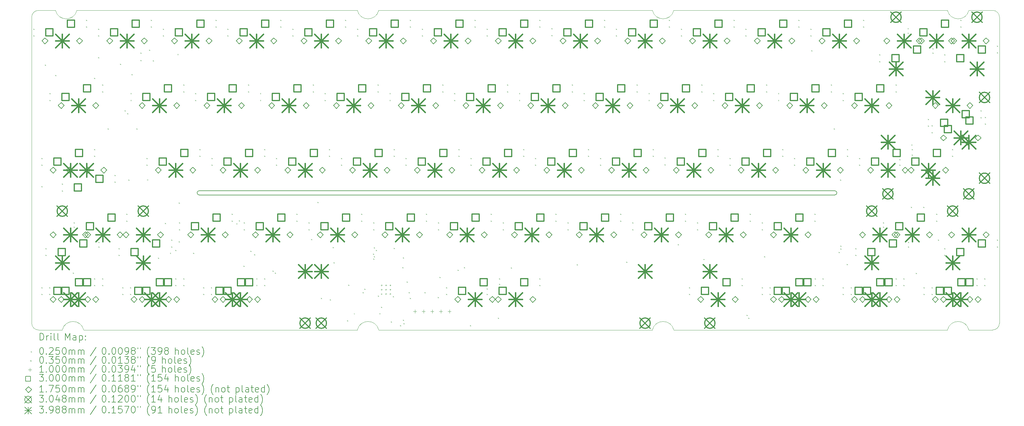
<source format=gbr>
%FSLAX45Y45*%
G04 Gerber Fmt 4.5, Leading zero omitted, Abs format (unit mm)*
G04 Created by KiCad (PCBNEW (6.99.0-1912-g359c99991b)) date 2022-08-16 22:17:46*
%MOMM*%
%LPD*%
G01*
G04 APERTURE LIST*
%TA.AperFunction,Profile*%
%ADD10C,0.100000*%
%TD*%
%TA.AperFunction,Profile*%
%ADD11C,0.200000*%
%TD*%
%ADD12C,0.200000*%
%ADD13C,0.025000*%
%ADD14C,0.035000*%
%ADD15C,0.100000*%
%ADD16C,0.300000*%
%ADD17C,0.175000*%
%ADD18C,0.304800*%
%ADD19C,0.398780*%
G04 APERTURE END LIST*
D10*
X900000Y-9420000D02*
X200000Y-9420000D01*
X28269880Y0D02*
X27569900Y0D01*
X18889800Y-9420000D02*
G75*
G03*
X18259860Y-9420000I-314970J-73586D01*
G01*
X700000Y0D02*
G75*
G03*
X1329940Y0I314970J73586D01*
G01*
X26939790Y0D02*
G75*
G03*
X27569900Y0I315055J73316D01*
G01*
X26939800Y-9420000D02*
X18889800Y-9420000D01*
D11*
X23625801Y-5439842D02*
G75*
G03*
X23625801Y-5316778I-1J61532D01*
G01*
D10*
X200000Y0D02*
X700000Y0D01*
D11*
X4925801Y-5316774D02*
G75*
G03*
X4925801Y-5439846I-1J-61536D01*
G01*
D10*
X28469890Y-200000D02*
G75*
G03*
X28269880Y0I-200010J-10D01*
G01*
X9579940Y0D02*
G75*
G03*
X10209880Y0I314970J73586D01*
G01*
X18259880Y0D02*
X10209880Y0D01*
D11*
X23625801Y-5439846D02*
X4925801Y-5439846D01*
D10*
X18259860Y-9420000D02*
X10209860Y-9420000D01*
X18259880Y0D02*
G75*
G03*
X18889810Y0I314965J73585D01*
G01*
X1529930Y-9420000D02*
G75*
G03*
X900000Y-9420000I-314965J-73585D01*
G01*
X200000Y0D02*
G75*
G03*
X0Y-200000I0J-200000D01*
G01*
X28269880Y-9420000D02*
G75*
G03*
X28469890Y-9220000I10J200000D01*
G01*
D11*
X23625801Y-5316778D02*
X4925801Y-5316778D01*
D10*
X27569740Y-9420000D02*
G75*
G03*
X26939800Y-9420000I-314970J-73586D01*
G01*
X26939790Y0D02*
X18889810Y0D01*
X28469890Y-200000D02*
X28469890Y-9220000D01*
X27569740Y-9420000D02*
X28269880Y-9420000D01*
X0Y-9220000D02*
G75*
G03*
X200000Y-9420000I199999J-1D01*
G01*
X10209860Y-9420000D02*
G75*
G03*
X9579930Y-9420000I-314965J-73585D01*
G01*
X9579930Y-9420000D02*
X1529930Y-9420000D01*
X9579940Y0D02*
X1329940Y0D01*
X0Y-9220000D02*
X0Y-200000D01*
D12*
D13*
X47500Y-537500D02*
X72500Y-562500D01*
X72500Y-537500D02*
X47500Y-562500D01*
X47500Y-737500D02*
X72500Y-762500D01*
X72500Y-737500D02*
X47500Y-762500D01*
X287500Y-4347500D02*
X312500Y-4372500D01*
X312500Y-4347500D02*
X287500Y-4372500D01*
X287500Y-4547500D02*
X312500Y-4572500D01*
X312500Y-4547500D02*
X287500Y-4572500D01*
X287500Y-5177500D02*
X312500Y-5202500D01*
X312500Y-5177500D02*
X287500Y-5202500D01*
X287500Y-8157500D02*
X312500Y-8182500D01*
X312500Y-8157500D02*
X287500Y-8182500D01*
X287500Y-8357500D02*
X312500Y-8382500D01*
X312500Y-8357500D02*
X287500Y-8382500D01*
X387500Y-1597500D02*
X412500Y-1622500D01*
X412500Y-1597500D02*
X387500Y-1622500D01*
X407500Y-7007500D02*
X432500Y-7032500D01*
X432500Y-7007500D02*
X407500Y-7032500D01*
X407500Y-7207500D02*
X432500Y-7232500D01*
X432500Y-7207500D02*
X407500Y-7232500D01*
X517500Y-8157500D02*
X542500Y-8182500D01*
X542500Y-8157500D02*
X517500Y-8182500D01*
X517500Y-8357500D02*
X542500Y-8382500D01*
X542500Y-8357500D02*
X517500Y-8382500D01*
X527500Y-2437500D02*
X552500Y-2462500D01*
X552500Y-2437500D02*
X527500Y-2462500D01*
X527500Y-2637500D02*
X552500Y-2662500D01*
X552500Y-2637500D02*
X527500Y-2662500D01*
X697500Y-1907500D02*
X722500Y-1932500D01*
X722500Y-1907500D02*
X697500Y-1932500D01*
X887500Y-5107500D02*
X912500Y-5132500D01*
X912500Y-5107500D02*
X887500Y-5132500D01*
X887500Y-5307500D02*
X912500Y-5332500D01*
X912500Y-5307500D02*
X887500Y-5332500D01*
X1207500Y-7727500D02*
X1232500Y-7752500D01*
X1232500Y-7727500D02*
X1207500Y-7752500D01*
X1237500Y-6247500D02*
X1262500Y-6272500D01*
X1262500Y-6247500D02*
X1237500Y-6272500D01*
X1237500Y-6377500D02*
X1262500Y-6402500D01*
X1262500Y-6377500D02*
X1237500Y-6402500D01*
X1597500Y-277500D02*
X1622500Y-302500D01*
X1622500Y-277500D02*
X1597500Y-302500D01*
X1597500Y-477500D02*
X1622500Y-502500D01*
X1622500Y-477500D02*
X1597500Y-502500D01*
X1837500Y-1987500D02*
X1862500Y-2012500D01*
X1862500Y-1987500D02*
X1837500Y-2012500D01*
X1837500Y-4087500D02*
X1862500Y-4112500D01*
X1862500Y-4087500D02*
X1837500Y-4112500D01*
X1837500Y-4287500D02*
X1862500Y-4312500D01*
X1862500Y-4287500D02*
X1837500Y-4312500D01*
X1837500Y-7897500D02*
X1862500Y-7922500D01*
X1862500Y-7897500D02*
X1837500Y-7922500D01*
X1837500Y-8097500D02*
X1862500Y-8122500D01*
X1862500Y-8097500D02*
X1837500Y-8122500D01*
X1957500Y-537500D02*
X1982500Y-562500D01*
X1982500Y-537500D02*
X1957500Y-562500D01*
X1957500Y-737500D02*
X1982500Y-762500D01*
X1982500Y-737500D02*
X1957500Y-762500D01*
X1957500Y-1377500D02*
X1982500Y-1402500D01*
X1982500Y-1377500D02*
X1957500Y-1402500D01*
X1967500Y-6827500D02*
X1992500Y-6852500D01*
X1992500Y-6827500D02*
X1967500Y-6852500D01*
X1967500Y-6957500D02*
X1992500Y-6982500D01*
X1992500Y-6957500D02*
X1967500Y-6982500D01*
X2077500Y-2187500D02*
X2102500Y-2212500D01*
X2102500Y-2187500D02*
X2077500Y-2212500D01*
X2077500Y-2387500D02*
X2102500Y-2412500D01*
X2102500Y-2387500D02*
X2077500Y-2412500D01*
X2077500Y-7897500D02*
X2102500Y-7922500D01*
X2102500Y-7897500D02*
X2077500Y-7922500D01*
X2077500Y-8097500D02*
X2102500Y-8122500D01*
X2102500Y-8097500D02*
X2077500Y-8122500D01*
X2237500Y-3477500D02*
X2262500Y-3502500D01*
X2262500Y-3477500D02*
X2237500Y-3502500D01*
X2437500Y-4847500D02*
X2462500Y-4872500D01*
X2462500Y-4847500D02*
X2437500Y-4872500D01*
X2437500Y-5047500D02*
X2462500Y-5072500D01*
X2462500Y-5047500D02*
X2437500Y-5072500D01*
X2557500Y-7007500D02*
X2582500Y-7032500D01*
X2582500Y-7007500D02*
X2557500Y-7032500D01*
X2557500Y-7207500D02*
X2582500Y-7232500D01*
X2582500Y-7207500D02*
X2557500Y-7232500D01*
X2598560Y-1572473D02*
X2623560Y-1597473D01*
X2623560Y-1572473D02*
X2598560Y-1597473D01*
X2667500Y-8157500D02*
X2692500Y-8182500D01*
X2692500Y-8157500D02*
X2667500Y-8182500D01*
X2667500Y-8357500D02*
X2692500Y-8382500D01*
X2692500Y-8357500D02*
X2667500Y-8382500D01*
X2737500Y-2947500D02*
X2762500Y-2972500D01*
X2762500Y-2947500D02*
X2737500Y-2972500D01*
X2787500Y-5997500D02*
X2812500Y-6022500D01*
X2812500Y-5997500D02*
X2787500Y-6022500D01*
X2787500Y-6197500D02*
X2812500Y-6222500D01*
X2812500Y-6197500D02*
X2787500Y-6222500D01*
X2807500Y-3027500D02*
X2832500Y-3052500D01*
X2832500Y-3027500D02*
X2807500Y-3052500D01*
X2847500Y-4982637D02*
X2872500Y-5007637D01*
X2872500Y-4982637D02*
X2847500Y-5007637D01*
X2897500Y-8157500D02*
X2922500Y-8182500D01*
X2922500Y-8157500D02*
X2897500Y-8182500D01*
X2897500Y-8357500D02*
X2922500Y-8382500D01*
X2922500Y-8357500D02*
X2897500Y-8382500D01*
X2907500Y-2437500D02*
X2932500Y-2462500D01*
X2932500Y-2437500D02*
X2907500Y-2462500D01*
X2907500Y-2637500D02*
X2932500Y-2662500D01*
X2932500Y-2637500D02*
X2907500Y-2662500D01*
X2937500Y-1877500D02*
X2962500Y-1902500D01*
X2962500Y-1877500D02*
X2937500Y-1902500D01*
X3077500Y-3477500D02*
X3102500Y-3502500D01*
X3102500Y-3477500D02*
X3077500Y-3502500D01*
X3197500Y-1247500D02*
X3222500Y-1272500D01*
X3222500Y-1247500D02*
X3197500Y-1272500D01*
X3197500Y-1467500D02*
X3222500Y-1492500D01*
X3222500Y-1467500D02*
X3197500Y-1492500D01*
X3377500Y-4347500D02*
X3402500Y-4372500D01*
X3402500Y-4347500D02*
X3377500Y-4372500D01*
X3377500Y-4547500D02*
X3402500Y-4572500D01*
X3402500Y-4547500D02*
X3377500Y-4572500D01*
X3396910Y-4982363D02*
X3421910Y-5007363D01*
X3421910Y-4982363D02*
X3396910Y-5007363D01*
X3457500Y-1157500D02*
X3482500Y-1182500D01*
X3482500Y-1157500D02*
X3457500Y-1182500D01*
X3507500Y-277500D02*
X3532500Y-302500D01*
X3532500Y-277500D02*
X3507500Y-302500D01*
X3507500Y-477500D02*
X3532500Y-502500D01*
X3532500Y-477500D02*
X3507500Y-502500D01*
X3567500Y-1469700D02*
X3592500Y-1494700D01*
X3592500Y-1469700D02*
X3567500Y-1494700D01*
X3717500Y-7287500D02*
X3742500Y-7312500D01*
X3742500Y-7287500D02*
X3717500Y-7312500D01*
X3857500Y-537500D02*
X3882500Y-562500D01*
X3882500Y-537500D02*
X3857500Y-562500D01*
X3857500Y-737500D02*
X3882500Y-762500D01*
X3882500Y-737500D02*
X3857500Y-762500D01*
X3917500Y-6267500D02*
X3942500Y-6292500D01*
X3942500Y-6267500D02*
X3917500Y-6292500D01*
X4067500Y-7147500D02*
X4092500Y-7172500D01*
X4092500Y-7147500D02*
X4067500Y-7172500D01*
X4107500Y-6757500D02*
X4132500Y-6782500D01*
X4132500Y-6757500D02*
X4107500Y-6782500D01*
X4107500Y-6957500D02*
X4132500Y-6982500D01*
X4132500Y-6957500D02*
X4107500Y-6982500D01*
X4227500Y-7057500D02*
X4252500Y-7082500D01*
X4252500Y-7057500D02*
X4227500Y-7082500D01*
X4227500Y-7897500D02*
X4252500Y-7922500D01*
X4252500Y-7897500D02*
X4227500Y-7922500D01*
X4227500Y-8097500D02*
X4252500Y-8122500D01*
X4252500Y-8097500D02*
X4227500Y-8122500D01*
X4287500Y-1287500D02*
X4312500Y-1312500D01*
X4312500Y-1287500D02*
X4287500Y-1312500D01*
X4327500Y-5667500D02*
X4352500Y-5692500D01*
X4352500Y-5667500D02*
X4327500Y-5692500D01*
X4327500Y-6807500D02*
X4352500Y-6832500D01*
X4352500Y-6807500D02*
X4327500Y-6832500D01*
X4337500Y-6247500D02*
X4362500Y-6272500D01*
X4362500Y-6247500D02*
X4337500Y-6272500D01*
X4337500Y-6447500D02*
X4362500Y-6472500D01*
X4362500Y-6447500D02*
X4337500Y-6472500D01*
X4457500Y-2187500D02*
X4482500Y-2212500D01*
X4482500Y-2187500D02*
X4457500Y-2212500D01*
X4457500Y-2387500D02*
X4482500Y-2412500D01*
X4482500Y-2387500D02*
X4457500Y-2412500D01*
X4457500Y-7897500D02*
X4482500Y-7922500D01*
X4482500Y-7897500D02*
X4457500Y-7922500D01*
X4457500Y-8097500D02*
X4482500Y-8122500D01*
X4482500Y-8097500D02*
X4457500Y-8122500D01*
X4747500Y-7147500D02*
X4772500Y-7172500D01*
X4772500Y-7147500D02*
X4747500Y-7172500D01*
X4807500Y-2437500D02*
X4832500Y-2462500D01*
X4832500Y-2437500D02*
X4807500Y-2462500D01*
X4807500Y-2637500D02*
X4832500Y-2662500D01*
X4832500Y-2637500D02*
X4807500Y-2662500D01*
X4937500Y-4087500D02*
X4962500Y-4112500D01*
X4962500Y-4087500D02*
X4937500Y-4112500D01*
X4937500Y-4287500D02*
X4962500Y-4312500D01*
X4962500Y-4287500D02*
X4937500Y-4312500D01*
X5047500Y-8157500D02*
X5072500Y-8182500D01*
X5072500Y-8157500D02*
X5047500Y-8182500D01*
X5047500Y-8357500D02*
X5072500Y-8382500D01*
X5072500Y-8357500D02*
X5047500Y-8382500D01*
X5277500Y-8157500D02*
X5302500Y-8182500D01*
X5302500Y-8157500D02*
X5277500Y-8182500D01*
X5277500Y-8357500D02*
X5302500Y-8382500D01*
X5302500Y-8357500D02*
X5277500Y-8382500D01*
X5287500Y-4347500D02*
X5312500Y-4372500D01*
X5312500Y-4347500D02*
X5287500Y-4372500D01*
X5287500Y-4547500D02*
X5312500Y-4572500D01*
X5312500Y-4547500D02*
X5287500Y-4572500D01*
X5407500Y-277500D02*
X5432500Y-302500D01*
X5432500Y-277500D02*
X5407500Y-302500D01*
X5407500Y-477500D02*
X5432500Y-502500D01*
X5432500Y-477500D02*
X5407500Y-502500D01*
X5757500Y-537500D02*
X5782500Y-562500D01*
X5782500Y-537500D02*
X5757500Y-562500D01*
X5757500Y-737500D02*
X5782500Y-762500D01*
X5782500Y-737500D02*
X5757500Y-762500D01*
X5887500Y-5997500D02*
X5912500Y-6022500D01*
X5912500Y-5997500D02*
X5887500Y-6022500D01*
X5887500Y-6197500D02*
X5912500Y-6222500D01*
X5912500Y-6197500D02*
X5887500Y-6222500D01*
X6017500Y-6277500D02*
X6042500Y-6302500D01*
X6042500Y-6277500D02*
X6017500Y-6302500D01*
X6097500Y-6187500D02*
X6122500Y-6212500D01*
X6122500Y-6187500D02*
X6097500Y-6212500D01*
X6227500Y-7527500D02*
X6252500Y-7552500D01*
X6252500Y-7527500D02*
X6227500Y-7552500D01*
X6237500Y-6247500D02*
X6262500Y-6272500D01*
X6262500Y-6247500D02*
X6237500Y-6272500D01*
X6237500Y-6447500D02*
X6262500Y-6472500D01*
X6262500Y-6447500D02*
X6237500Y-6472500D01*
X6367500Y-2187500D02*
X6392500Y-2212500D01*
X6392500Y-2187500D02*
X6367500Y-2212500D01*
X6367500Y-2387500D02*
X6392500Y-2412500D01*
X6392500Y-2387500D02*
X6367500Y-2412500D01*
X6437500Y-7087500D02*
X6462500Y-7112500D01*
X6462500Y-7087500D02*
X6437500Y-7112500D01*
X6547500Y-7187500D02*
X6572500Y-7212500D01*
X6572500Y-7187500D02*
X6547500Y-7212500D01*
X6607500Y-7897500D02*
X6632500Y-7922500D01*
X6632500Y-7897500D02*
X6607500Y-7922500D01*
X6607500Y-8097500D02*
X6632500Y-8122500D01*
X6632500Y-8097500D02*
X6607500Y-8122500D01*
X6717500Y-2437500D02*
X6742500Y-2462500D01*
X6742500Y-2437500D02*
X6717500Y-2462500D01*
X6717500Y-2637500D02*
X6742500Y-2662500D01*
X6742500Y-2637500D02*
X6717500Y-2662500D01*
X6837500Y-4087500D02*
X6862500Y-4112500D01*
X6862500Y-4087500D02*
X6837500Y-4112500D01*
X6837500Y-4287500D02*
X6862500Y-4312500D01*
X6862500Y-4287500D02*
X6837500Y-4312500D01*
X6837500Y-7897500D02*
X6862500Y-7922500D01*
X6862500Y-7897500D02*
X6837500Y-7922500D01*
X6837500Y-8097500D02*
X6862500Y-8122500D01*
X6862500Y-8097500D02*
X6837500Y-8122500D01*
X7087500Y-7667500D02*
X7112500Y-7692500D01*
X7112500Y-7667500D02*
X7087500Y-7692500D01*
X7157500Y-7727500D02*
X7182500Y-7752500D01*
X7182500Y-7727500D02*
X7157500Y-7752500D01*
X7187500Y-4347500D02*
X7212500Y-4372500D01*
X7212500Y-4347500D02*
X7187500Y-4372500D01*
X7187500Y-4547500D02*
X7212500Y-4572500D01*
X7212500Y-4547500D02*
X7187500Y-4572500D01*
X7317500Y-277500D02*
X7342500Y-302500D01*
X7342500Y-277500D02*
X7317500Y-302500D01*
X7317500Y-477500D02*
X7342500Y-502500D01*
X7342500Y-477500D02*
X7317500Y-502500D01*
X7667500Y-537500D02*
X7692500Y-562500D01*
X7692500Y-537500D02*
X7667500Y-562500D01*
X7667500Y-737500D02*
X7692500Y-762500D01*
X7692500Y-737500D02*
X7667500Y-762500D01*
X7787500Y-5997500D02*
X7812500Y-6022500D01*
X7812500Y-5997500D02*
X7787500Y-6022500D01*
X7787500Y-6197500D02*
X7812500Y-6222500D01*
X7812500Y-6197500D02*
X7787500Y-6222500D01*
X8147500Y-6247500D02*
X8172500Y-6272500D01*
X8172500Y-6247500D02*
X8147500Y-6272500D01*
X8147500Y-6447500D02*
X8172500Y-6472500D01*
X8172500Y-6447500D02*
X8147500Y-6472500D01*
X8217500Y-6737500D02*
X8242500Y-6762500D01*
X8242500Y-6737500D02*
X8217500Y-6762500D01*
X8267500Y-2187500D02*
X8292500Y-2212500D01*
X8292500Y-2187500D02*
X8267500Y-2212500D01*
X8267500Y-2387500D02*
X8292500Y-2412500D01*
X8292500Y-2387500D02*
X8267500Y-2412500D01*
X8407500Y-5647500D02*
X8432500Y-5672500D01*
X8432500Y-5647500D02*
X8407500Y-5672500D01*
X8507500Y-8477500D02*
X8532500Y-8502500D01*
X8532500Y-8477500D02*
X8507500Y-8502500D01*
X8617500Y-2437500D02*
X8642500Y-2462500D01*
X8642500Y-2437500D02*
X8617500Y-2462500D01*
X8617500Y-2637500D02*
X8642500Y-2662500D01*
X8642500Y-2637500D02*
X8617500Y-2662500D01*
X8747500Y-4087500D02*
X8772500Y-4112500D01*
X8772500Y-4087500D02*
X8747500Y-4112500D01*
X8747500Y-4287500D02*
X8772500Y-4312500D01*
X8772500Y-4287500D02*
X8747500Y-4312500D01*
X8767500Y-8517500D02*
X8792500Y-8542500D01*
X8792500Y-8517500D02*
X8767500Y-8542500D01*
X8857500Y-6977500D02*
X8882500Y-7002500D01*
X8882500Y-6977500D02*
X8857500Y-7002500D01*
X8877500Y-7427500D02*
X8902500Y-7452500D01*
X8902500Y-7427500D02*
X8877500Y-7452500D01*
X9097500Y-4347500D02*
X9122500Y-4372500D01*
X9122500Y-4347500D02*
X9097500Y-4372500D01*
X9097500Y-4547500D02*
X9122500Y-4572500D01*
X9122500Y-4547500D02*
X9097500Y-4572500D01*
X9217500Y-277500D02*
X9242500Y-302500D01*
X9242500Y-277500D02*
X9217500Y-302500D01*
X9217500Y-477500D02*
X9242500Y-502500D01*
X9242500Y-477500D02*
X9217500Y-502500D01*
X9277500Y-9137500D02*
X9302500Y-9162500D01*
X9302500Y-9137500D02*
X9277500Y-9162500D01*
X9314967Y-8081499D02*
X9339967Y-8106499D01*
X9339967Y-8081499D02*
X9314967Y-8106499D01*
X9477500Y-8927500D02*
X9502500Y-8952500D01*
X9502500Y-8927500D02*
X9477500Y-8952500D01*
X9577500Y-537500D02*
X9602500Y-562500D01*
X9602500Y-537500D02*
X9577500Y-562500D01*
X9577500Y-737500D02*
X9602500Y-762500D01*
X9602500Y-737500D02*
X9577500Y-762500D01*
X9697500Y-5997500D02*
X9722500Y-6022500D01*
X9722500Y-5997500D02*
X9697500Y-6022500D01*
X9697500Y-6197500D02*
X9722500Y-6222500D01*
X9722500Y-6197500D02*
X9697500Y-6222500D01*
X9737500Y-8302133D02*
X9762500Y-8327133D01*
X9762500Y-8302133D02*
X9737500Y-8327133D01*
X9787500Y-8202133D02*
X9812500Y-8227133D01*
X9812500Y-8202133D02*
X9787500Y-8227133D01*
X10037500Y-7167500D02*
X10062500Y-7192500D01*
X10062500Y-7167500D02*
X10037500Y-7192500D01*
X10047500Y-6247500D02*
X10072500Y-6272500D01*
X10072500Y-6247500D02*
X10047500Y-6272500D01*
X10047500Y-6447500D02*
X10072500Y-6472500D01*
X10072500Y-6447500D02*
X10047500Y-6472500D01*
X10047500Y-7317500D02*
X10072500Y-7342500D01*
X10072500Y-7317500D02*
X10047500Y-7342500D01*
X10067500Y-6987500D02*
X10092500Y-7012500D01*
X10092500Y-6987500D02*
X10067500Y-7012500D01*
X10067500Y-7247500D02*
X10092500Y-7272500D01*
X10092500Y-7247500D02*
X10067500Y-7272500D01*
X10127500Y-7057500D02*
X10152500Y-7082500D01*
X10152500Y-7057500D02*
X10127500Y-7082500D01*
X10177500Y-2187500D02*
X10202500Y-2212500D01*
X10202500Y-2187500D02*
X10177500Y-2212500D01*
X10177500Y-2387500D02*
X10202500Y-2412500D01*
X10202500Y-2387500D02*
X10177500Y-2412500D01*
X10182723Y-8404451D02*
X10207723Y-8429451D01*
X10207723Y-8404451D02*
X10182723Y-8429451D01*
X10227500Y-8927500D02*
X10252500Y-8952500D01*
X10252500Y-8927500D02*
X10227500Y-8952500D01*
X10277500Y-8737500D02*
X10302500Y-8762500D01*
X10302500Y-8737500D02*
X10277500Y-8762500D01*
X10527500Y-2437500D02*
X10552500Y-2462500D01*
X10552500Y-2437500D02*
X10527500Y-2462500D01*
X10527500Y-2637500D02*
X10552500Y-2662500D01*
X10552500Y-2637500D02*
X10527500Y-2662500D01*
X10567500Y-9167500D02*
X10592500Y-9192500D01*
X10592500Y-9167500D02*
X10567500Y-9192500D01*
X10627500Y-8427500D02*
X10652500Y-8452500D01*
X10652500Y-8427500D02*
X10627500Y-8452500D01*
X10647500Y-4087500D02*
X10672500Y-4112500D01*
X10672500Y-4087500D02*
X10647500Y-4112500D01*
X10647500Y-4287500D02*
X10672500Y-4312500D01*
X10672500Y-4287500D02*
X10647500Y-4312500D01*
X10647500Y-6997500D02*
X10672500Y-7022500D01*
X10672500Y-6997500D02*
X10647500Y-7022500D01*
X10837500Y-9277500D02*
X10862500Y-9302500D01*
X10862500Y-9277500D02*
X10837500Y-9302500D01*
X10907500Y-7567500D02*
X10932500Y-7592500D01*
X10932500Y-7567500D02*
X10907500Y-7592500D01*
X10917500Y-7277500D02*
X10942500Y-7302500D01*
X10942500Y-7277500D02*
X10917500Y-7302500D01*
X10917500Y-9117500D02*
X10942500Y-9142500D01*
X10942500Y-9117500D02*
X10917500Y-9142500D01*
X10937500Y-9217500D02*
X10962500Y-9242500D01*
X10962500Y-9217500D02*
X10937500Y-9242500D01*
X10997500Y-4347500D02*
X11022500Y-4372500D01*
X11022500Y-4347500D02*
X10997500Y-4372500D01*
X10997500Y-4547500D02*
X11022500Y-4572500D01*
X11022500Y-4547500D02*
X10997500Y-4572500D01*
X11027500Y-7992133D02*
X11052500Y-8017133D01*
X11052500Y-7992133D02*
X11027500Y-8017133D01*
X11087500Y-8302133D02*
X11112500Y-8327133D01*
X11112500Y-8302133D02*
X11087500Y-8327133D01*
X11127500Y-277500D02*
X11152500Y-302500D01*
X11152500Y-277500D02*
X11127500Y-302500D01*
X11127500Y-477500D02*
X11152500Y-502500D01*
X11152500Y-477500D02*
X11127500Y-502500D01*
X11127500Y-8472133D02*
X11152500Y-8497133D01*
X11152500Y-8472133D02*
X11127500Y-8497133D01*
X11477500Y-537500D02*
X11502500Y-562500D01*
X11502500Y-537500D02*
X11477500Y-562500D01*
X11477500Y-737500D02*
X11502500Y-762500D01*
X11502500Y-737500D02*
X11477500Y-762500D01*
X11556082Y-8302226D02*
X11581082Y-8327226D01*
X11581082Y-8302226D02*
X11556082Y-8327226D01*
X11597500Y-5997500D02*
X11622500Y-6022500D01*
X11622500Y-5997500D02*
X11597500Y-6022500D01*
X11597500Y-6197500D02*
X11622500Y-6222500D01*
X11622500Y-6197500D02*
X11597500Y-6222500D01*
X11947500Y-8447500D02*
X11972500Y-8472500D01*
X11972500Y-8447500D02*
X11947500Y-8472500D01*
X11957500Y-6247500D02*
X11982500Y-6272500D01*
X11982500Y-6247500D02*
X11957500Y-6272500D01*
X11957500Y-6447500D02*
X11982500Y-6472500D01*
X11982500Y-6447500D02*
X11957500Y-6472500D01*
X11997500Y-7857500D02*
X12022500Y-7882500D01*
X12022500Y-7857500D02*
X11997500Y-7882500D01*
X12077500Y-2187500D02*
X12102500Y-2212500D01*
X12102500Y-2187500D02*
X12077500Y-2212500D01*
X12077500Y-2387500D02*
X12102500Y-2412500D01*
X12102500Y-2387500D02*
X12077500Y-2412500D01*
X12187500Y-8157500D02*
X12212500Y-8182500D01*
X12212500Y-8157500D02*
X12187500Y-8182500D01*
X12187500Y-8357500D02*
X12212500Y-8382500D01*
X12212500Y-8357500D02*
X12187500Y-8382500D01*
X12427500Y-2437500D02*
X12452500Y-2462500D01*
X12452500Y-2437500D02*
X12427500Y-2462500D01*
X12427500Y-2637500D02*
X12452500Y-2662500D01*
X12452500Y-2637500D02*
X12427500Y-2662500D01*
X12527500Y-7647500D02*
X12552500Y-7672500D01*
X12552500Y-7647500D02*
X12527500Y-7672500D01*
X12557500Y-4087500D02*
X12582500Y-4112500D01*
X12582500Y-4087500D02*
X12557500Y-4112500D01*
X12557500Y-4287500D02*
X12582500Y-4312500D01*
X12582500Y-4287500D02*
X12557500Y-4312500D01*
X12717500Y-7567500D02*
X12742500Y-7592500D01*
X12742500Y-7567500D02*
X12717500Y-7592500D01*
X12897500Y-9277500D02*
X12922500Y-9302500D01*
X12922500Y-9277500D02*
X12897500Y-9302500D01*
X12907500Y-4347500D02*
X12932500Y-4372500D01*
X12932500Y-4347500D02*
X12907500Y-4372500D01*
X12907500Y-4547500D02*
X12932500Y-4572500D01*
X12932500Y-4547500D02*
X12907500Y-4572500D01*
X13027500Y-277500D02*
X13052500Y-302500D01*
X13052500Y-277500D02*
X13027500Y-302500D01*
X13027500Y-477500D02*
X13052500Y-502500D01*
X13052500Y-477500D02*
X13027500Y-502500D01*
X13387500Y-537500D02*
X13412500Y-562500D01*
X13412500Y-537500D02*
X13387500Y-562500D01*
X13387500Y-737500D02*
X13412500Y-762500D01*
X13412500Y-737500D02*
X13387500Y-762500D01*
X13387500Y-8197500D02*
X13412500Y-8222500D01*
X13412500Y-8197500D02*
X13387500Y-8222500D01*
X13387500Y-8357500D02*
X13412500Y-8382500D01*
X13412500Y-8357500D02*
X13387500Y-8382500D01*
X13507500Y-5997500D02*
X13532500Y-6022500D01*
X13532500Y-5997500D02*
X13507500Y-6022500D01*
X13507500Y-6197500D02*
X13532500Y-6222500D01*
X13532500Y-6197500D02*
X13507500Y-6222500D01*
X13717500Y-9057500D02*
X13742500Y-9082500D01*
X13742500Y-9057500D02*
X13717500Y-9082500D01*
X13747500Y-7897500D02*
X13772500Y-7922500D01*
X13772500Y-7897500D02*
X13747500Y-7922500D01*
X13747500Y-8057500D02*
X13772500Y-8082500D01*
X13772500Y-8057500D02*
X13747500Y-8082500D01*
X13857500Y-6247500D02*
X13882500Y-6272500D01*
X13882500Y-6247500D02*
X13857500Y-6272500D01*
X13857500Y-6447500D02*
X13882500Y-6472500D01*
X13882500Y-6447500D02*
X13857500Y-6472500D01*
X13987500Y-2187500D02*
X14012500Y-2212500D01*
X14012500Y-2187500D02*
X13987500Y-2212500D01*
X13987500Y-2387500D02*
X14012500Y-2412500D01*
X14012500Y-2387500D02*
X13987500Y-2412500D01*
X14097500Y-7577500D02*
X14122500Y-7602500D01*
X14122500Y-7577500D02*
X14097500Y-7602500D01*
X14337500Y-2437500D02*
X14362500Y-2462500D01*
X14362500Y-2437500D02*
X14337500Y-2462500D01*
X14337500Y-2637500D02*
X14362500Y-2662500D01*
X14362500Y-2637500D02*
X14337500Y-2662500D01*
X14457500Y-4087500D02*
X14482500Y-4112500D01*
X14482500Y-4087500D02*
X14457500Y-4112500D01*
X14457500Y-4287500D02*
X14482500Y-4312500D01*
X14482500Y-4287500D02*
X14457500Y-4312500D01*
X14807500Y-4347500D02*
X14832500Y-4372500D01*
X14832500Y-4347500D02*
X14807500Y-4372500D01*
X14807500Y-4547500D02*
X14832500Y-4572500D01*
X14832500Y-4547500D02*
X14807500Y-4572500D01*
X14937500Y-277500D02*
X14962500Y-302500D01*
X14962500Y-277500D02*
X14937500Y-302500D01*
X14937500Y-477500D02*
X14962500Y-502500D01*
X14962500Y-477500D02*
X14937500Y-502500D01*
X14937500Y-7897500D02*
X14962500Y-7922500D01*
X14962500Y-7897500D02*
X14937500Y-7922500D01*
X14937500Y-8097500D02*
X14962500Y-8122500D01*
X14962500Y-8097500D02*
X14937500Y-8122500D01*
X15287500Y-527500D02*
X15312500Y-552500D01*
X15312500Y-527500D02*
X15287500Y-552500D01*
X15287500Y-727500D02*
X15312500Y-752500D01*
X15312500Y-727500D02*
X15287500Y-752500D01*
X15407500Y-5997500D02*
X15432500Y-6022500D01*
X15432500Y-5997500D02*
X15407500Y-6022500D01*
X15407500Y-6197500D02*
X15432500Y-6222500D01*
X15432500Y-6197500D02*
X15407500Y-6222500D01*
X15767500Y-6247500D02*
X15792500Y-6272500D01*
X15792500Y-6247500D02*
X15767500Y-6272500D01*
X15767500Y-6447500D02*
X15792500Y-6472500D01*
X15792500Y-6447500D02*
X15767500Y-6472500D01*
X15887500Y-2187500D02*
X15912500Y-2212500D01*
X15912500Y-2187500D02*
X15887500Y-2212500D01*
X15887500Y-2387500D02*
X15912500Y-2412500D01*
X15912500Y-2387500D02*
X15887500Y-2412500D01*
X16037500Y-7487500D02*
X16062500Y-7512500D01*
X16062500Y-7487500D02*
X16037500Y-7512500D01*
X16237500Y-2437500D02*
X16262500Y-2462500D01*
X16262500Y-2437500D02*
X16237500Y-2462500D01*
X16237500Y-2637500D02*
X16262500Y-2662500D01*
X16262500Y-2637500D02*
X16237500Y-2662500D01*
X16367500Y-4087500D02*
X16392500Y-4112500D01*
X16392500Y-4087500D02*
X16367500Y-4112500D01*
X16367500Y-4287500D02*
X16392500Y-4312500D01*
X16392500Y-4287500D02*
X16367500Y-4312500D01*
X16717500Y-4347500D02*
X16742500Y-4372500D01*
X16742500Y-4347500D02*
X16717500Y-4372500D01*
X16717500Y-4547500D02*
X16742500Y-4572500D01*
X16742500Y-4547500D02*
X16717500Y-4572500D01*
X16837500Y-277500D02*
X16862500Y-302500D01*
X16862500Y-277500D02*
X16837500Y-302500D01*
X16837500Y-477500D02*
X16862500Y-502500D01*
X16862500Y-477500D02*
X16837500Y-502500D01*
X17187500Y-537500D02*
X17212500Y-562500D01*
X17212500Y-537500D02*
X17187500Y-562500D01*
X17187500Y-737500D02*
X17212500Y-762500D01*
X17212500Y-737500D02*
X17187500Y-762500D01*
X17317500Y-5997500D02*
X17342500Y-6022500D01*
X17342500Y-5997500D02*
X17317500Y-6022500D01*
X17317500Y-6197500D02*
X17342500Y-6222500D01*
X17342500Y-6197500D02*
X17317500Y-6222500D01*
X17487500Y-7407500D02*
X17512500Y-7432500D01*
X17512500Y-7407500D02*
X17487500Y-7432500D01*
X17667500Y-6247500D02*
X17692500Y-6272500D01*
X17692500Y-6247500D02*
X17667500Y-6272500D01*
X17667500Y-6447500D02*
X17692500Y-6472500D01*
X17692500Y-6447500D02*
X17667500Y-6472500D01*
X17797500Y-2187500D02*
X17822500Y-2212500D01*
X17822500Y-2187500D02*
X17797500Y-2212500D01*
X17797500Y-2387500D02*
X17822500Y-2412500D01*
X17822500Y-2387500D02*
X17797500Y-2412500D01*
X18147500Y-2437500D02*
X18172500Y-2462500D01*
X18172500Y-2437500D02*
X18147500Y-2462500D01*
X18147500Y-2637500D02*
X18172500Y-2662500D01*
X18172500Y-2637500D02*
X18147500Y-2662500D01*
X18267500Y-4087500D02*
X18292500Y-4112500D01*
X18292500Y-4087500D02*
X18267500Y-4112500D01*
X18267500Y-4287500D02*
X18292500Y-4312500D01*
X18292500Y-4287500D02*
X18267500Y-4312500D01*
X18617500Y-4337500D02*
X18642500Y-4362500D01*
X18642500Y-4337500D02*
X18617500Y-4362500D01*
X18617500Y-4537500D02*
X18642500Y-4562500D01*
X18642500Y-4537500D02*
X18617500Y-4562500D01*
X18747500Y-277500D02*
X18772500Y-302500D01*
X18772500Y-277500D02*
X18747500Y-302500D01*
X18747500Y-477500D02*
X18772500Y-502500D01*
X18772500Y-477500D02*
X18747500Y-502500D01*
X19007500Y-6887500D02*
X19032500Y-6912500D01*
X19032500Y-6887500D02*
X19007500Y-6912500D01*
X19097500Y-537500D02*
X19122500Y-562500D01*
X19122500Y-537500D02*
X19097500Y-562500D01*
X19097500Y-737500D02*
X19122500Y-762500D01*
X19122500Y-737500D02*
X19097500Y-762500D01*
X19217500Y-5997500D02*
X19242500Y-6022500D01*
X19242500Y-5997500D02*
X19217500Y-6022500D01*
X19217500Y-6197500D02*
X19242500Y-6222500D01*
X19242500Y-6197500D02*
X19217500Y-6222500D01*
X19337500Y-8157500D02*
X19362500Y-8182500D01*
X19362500Y-8157500D02*
X19337500Y-8182500D01*
X19337500Y-8357500D02*
X19362500Y-8382500D01*
X19362500Y-8357500D02*
X19337500Y-8382500D01*
X19577500Y-6247500D02*
X19602500Y-6272500D01*
X19602500Y-6247500D02*
X19577500Y-6272500D01*
X19577500Y-6447500D02*
X19602500Y-6472500D01*
X19602500Y-6447500D02*
X19577500Y-6472500D01*
X19697500Y-2187500D02*
X19722500Y-2212500D01*
X19722500Y-2187500D02*
X19697500Y-2212500D01*
X19697500Y-2387500D02*
X19722500Y-2412500D01*
X19722500Y-2387500D02*
X19697500Y-2412500D01*
X19757500Y-7327500D02*
X19782500Y-7352500D01*
X19782500Y-7327500D02*
X19757500Y-7352500D01*
X20047500Y-2437500D02*
X20072500Y-2462500D01*
X20072500Y-2437500D02*
X20047500Y-2462500D01*
X20047500Y-2637500D02*
X20072500Y-2662500D01*
X20072500Y-2637500D02*
X20047500Y-2662500D01*
X20177500Y-4087500D02*
X20202500Y-4112500D01*
X20202500Y-4087500D02*
X20177500Y-4112500D01*
X20177500Y-4287500D02*
X20202500Y-4312500D01*
X20202500Y-4287500D02*
X20177500Y-4312500D01*
X20527500Y-4347500D02*
X20552500Y-4372500D01*
X20552500Y-4347500D02*
X20527500Y-4372500D01*
X20527500Y-4547500D02*
X20552500Y-4572500D01*
X20552500Y-4547500D02*
X20527500Y-4572500D01*
X20647500Y-277500D02*
X20672500Y-302500D01*
X20672500Y-277500D02*
X20647500Y-302500D01*
X20647500Y-477500D02*
X20672500Y-502500D01*
X20672500Y-477500D02*
X20647500Y-502500D01*
X20887500Y-7897500D02*
X20912500Y-7922500D01*
X20912500Y-7897500D02*
X20887500Y-7922500D01*
X20887500Y-8097500D02*
X20912500Y-8122500D01*
X20912500Y-8097500D02*
X20887500Y-8122500D01*
X20997500Y-537500D02*
X21022500Y-562500D01*
X21022500Y-537500D02*
X20997500Y-562500D01*
X20997500Y-737500D02*
X21022500Y-762500D01*
X21022500Y-737500D02*
X20997500Y-762500D01*
X21027500Y-8977500D02*
X21052500Y-9002500D01*
X21052500Y-8977500D02*
X21027500Y-9002500D01*
X21077500Y-9057500D02*
X21102500Y-9082500D01*
X21102500Y-9057500D02*
X21077500Y-9082500D01*
X21127500Y-5997500D02*
X21152500Y-6022500D01*
X21152500Y-5997500D02*
X21127500Y-6022500D01*
X21127500Y-6197500D02*
X21152500Y-6222500D01*
X21152500Y-6197500D02*
X21127500Y-6222500D01*
X21477500Y-6247500D02*
X21502500Y-6272500D01*
X21502500Y-6247500D02*
X21477500Y-6272500D01*
X21477500Y-6447500D02*
X21502500Y-6472500D01*
X21502500Y-6447500D02*
X21477500Y-6472500D01*
X21477500Y-8157500D02*
X21502500Y-8182500D01*
X21502500Y-8157500D02*
X21477500Y-8182500D01*
X21477500Y-8357500D02*
X21502500Y-8382500D01*
X21502500Y-8357500D02*
X21477500Y-8382500D01*
X21547500Y-7247500D02*
X21572500Y-7272500D01*
X21572500Y-7247500D02*
X21547500Y-7272500D01*
X21607500Y-2187500D02*
X21632500Y-2212500D01*
X21632500Y-2187500D02*
X21607500Y-2212500D01*
X21607500Y-2387500D02*
X21632500Y-2412500D01*
X21632500Y-2387500D02*
X21607500Y-2412500D01*
X21707500Y-8157500D02*
X21732500Y-8182500D01*
X21732500Y-8157500D02*
X21707500Y-8182500D01*
X21707500Y-8357500D02*
X21732500Y-8382500D01*
X21732500Y-8357500D02*
X21707500Y-8382500D01*
X21957500Y-2437500D02*
X21982500Y-2462500D01*
X21982500Y-2437500D02*
X21957500Y-2462500D01*
X21957500Y-2637500D02*
X21982500Y-2662500D01*
X21982500Y-2637500D02*
X21957500Y-2662500D01*
X22077500Y-4087500D02*
X22102500Y-4112500D01*
X22102500Y-4087500D02*
X22077500Y-4112500D01*
X22077500Y-4287500D02*
X22102500Y-4312500D01*
X22102500Y-4287500D02*
X22077500Y-4312500D01*
X22427500Y-4347500D02*
X22452500Y-4372500D01*
X22452500Y-4347500D02*
X22427500Y-4372500D01*
X22427500Y-4547500D02*
X22452500Y-4572500D01*
X22452500Y-4547500D02*
X22427500Y-4572500D01*
X22557500Y-277500D02*
X22582500Y-302500D01*
X22582500Y-277500D02*
X22557500Y-302500D01*
X22557500Y-477500D02*
X22582500Y-502500D01*
X22582500Y-477500D02*
X22557500Y-502500D01*
X22907500Y-537500D02*
X22932500Y-562500D01*
X22932500Y-537500D02*
X22907500Y-562500D01*
X22907500Y-737500D02*
X22932500Y-762500D01*
X22932500Y-737500D02*
X22907500Y-762500D01*
X22935319Y-1173326D02*
X22960319Y-1198326D01*
X22960319Y-1173326D02*
X22935319Y-1198326D01*
X23027500Y-5997500D02*
X23052500Y-6022500D01*
X23052500Y-5997500D02*
X23027500Y-6022500D01*
X23027500Y-6197500D02*
X23052500Y-6222500D01*
X23052500Y-6197500D02*
X23027500Y-6222500D01*
X23037500Y-7897500D02*
X23062500Y-7922500D01*
X23062500Y-7897500D02*
X23037500Y-7922500D01*
X23037500Y-8097500D02*
X23062500Y-8122500D01*
X23062500Y-8097500D02*
X23037500Y-8122500D01*
X23267500Y-7897500D02*
X23292500Y-7922500D01*
X23292500Y-7897500D02*
X23267500Y-7922500D01*
X23267500Y-8097500D02*
X23292500Y-8122500D01*
X23292500Y-8097500D02*
X23267500Y-8122500D01*
X23507500Y-2187500D02*
X23532500Y-2212500D01*
X23532500Y-2187500D02*
X23507500Y-2212500D01*
X23507500Y-2387500D02*
X23532500Y-2412500D01*
X23532500Y-2387500D02*
X23507500Y-2412500D01*
X23597500Y-3477500D02*
X23622500Y-3502500D01*
X23622500Y-3477500D02*
X23597500Y-3502500D01*
X23737500Y-7117500D02*
X23762500Y-7142500D01*
X23762500Y-7117500D02*
X23737500Y-7142500D01*
X23780411Y-4982538D02*
X23805411Y-5007538D01*
X23805411Y-4982538D02*
X23780411Y-5007538D01*
X23787500Y-6937500D02*
X23812500Y-6962500D01*
X23812500Y-6937500D02*
X23787500Y-6962500D01*
X23787500Y-7017500D02*
X23812500Y-7042500D01*
X23812500Y-7017500D02*
X23787500Y-7042500D01*
X23857500Y-2437500D02*
X23882500Y-2462500D01*
X23882500Y-2437500D02*
X23857500Y-2462500D01*
X23857500Y-2637500D02*
X23882500Y-2662500D01*
X23882500Y-2637500D02*
X23857500Y-2662500D01*
X23857500Y-8157500D02*
X23882500Y-8182500D01*
X23882500Y-8157500D02*
X23857500Y-8182500D01*
X23857500Y-8357500D02*
X23882500Y-8382500D01*
X23882500Y-8357500D02*
X23857500Y-8382500D01*
X23977500Y-7477500D02*
X24002500Y-7502500D01*
X24002500Y-7477500D02*
X23977500Y-7502500D01*
X23987500Y-4087500D02*
X24012500Y-4112500D01*
X24012500Y-4087500D02*
X23987500Y-4112500D01*
X23987500Y-4287500D02*
X24012500Y-4312500D01*
X24012500Y-4287500D02*
X23987500Y-4312500D01*
X24097500Y-8157500D02*
X24122500Y-8182500D01*
X24122500Y-8157500D02*
X24097500Y-8182500D01*
X24097500Y-8357500D02*
X24122500Y-8382500D01*
X24122500Y-8357500D02*
X24097500Y-8382500D01*
X24227500Y-7007500D02*
X24252500Y-7032500D01*
X24252500Y-7007500D02*
X24227500Y-7032500D01*
X24227500Y-7207500D02*
X24252500Y-7232500D01*
X24252500Y-7207500D02*
X24227500Y-7232500D01*
X24337500Y-4347500D02*
X24362500Y-4372500D01*
X24362500Y-4347500D02*
X24337500Y-4372500D01*
X24337500Y-4547500D02*
X24362500Y-4572500D01*
X24362500Y-4547500D02*
X24337500Y-4572500D01*
X24457500Y-277500D02*
X24482500Y-302500D01*
X24482500Y-277500D02*
X24457500Y-302500D01*
X24457500Y-477500D02*
X24482500Y-502500D01*
X24482500Y-477500D02*
X24457500Y-502500D01*
X24937500Y-1297500D02*
X24962500Y-1322500D01*
X24962500Y-1297500D02*
X24937500Y-1322500D01*
X24937500Y-1497500D02*
X24962500Y-1522500D01*
X24962500Y-1497500D02*
X24937500Y-1522500D01*
X25047500Y-6247500D02*
X25072500Y-6272500D01*
X25072500Y-6247500D02*
X25047500Y-6272500D01*
X25047500Y-6377500D02*
X25072500Y-6402500D01*
X25072500Y-6377500D02*
X25047500Y-6402500D01*
X25417500Y-2187500D02*
X25442500Y-2212500D01*
X25442500Y-2187500D02*
X25417500Y-2212500D01*
X25417500Y-2387500D02*
X25442500Y-2412500D01*
X25442500Y-2387500D02*
X25417500Y-2412500D01*
X25417500Y-7897500D02*
X25442500Y-7922500D01*
X25442500Y-7897500D02*
X25417500Y-7922500D01*
X25417500Y-8097500D02*
X25442500Y-8122500D01*
X25442500Y-8097500D02*
X25417500Y-8122500D01*
X25527500Y-4387500D02*
X25552500Y-4412500D01*
X25552500Y-4387500D02*
X25527500Y-4412500D01*
X25527500Y-4547500D02*
X25552500Y-4572500D01*
X25552500Y-4547500D02*
X25527500Y-4572500D01*
X25647500Y-7897500D02*
X25672500Y-7922500D01*
X25672500Y-7897500D02*
X25647500Y-7922500D01*
X25647500Y-8097500D02*
X25672500Y-8122500D01*
X25672500Y-8097500D02*
X25647500Y-8122500D01*
X25767500Y-527500D02*
X25792500Y-552500D01*
X25792500Y-527500D02*
X25767500Y-552500D01*
X25767500Y-657500D02*
X25792500Y-682500D01*
X25792500Y-657500D02*
X25767500Y-682500D01*
X25777500Y-6827500D02*
X25802500Y-6852500D01*
X25802500Y-6827500D02*
X25777500Y-6852500D01*
X25777500Y-6957500D02*
X25802500Y-6982500D01*
X25802500Y-6957500D02*
X25777500Y-6982500D01*
X25867500Y-5787500D02*
X25892500Y-5812500D01*
X25892500Y-5787500D02*
X25867500Y-5812500D01*
X25877500Y-3957500D02*
X25902500Y-3982500D01*
X25902500Y-3957500D02*
X25877500Y-3982500D01*
X25887500Y-4087500D02*
X25912500Y-4112500D01*
X25912500Y-4087500D02*
X25887500Y-4112500D01*
X25887500Y-4247500D02*
X25912500Y-4272500D01*
X25912500Y-4247500D02*
X25887500Y-4272500D01*
X26007500Y-7737500D02*
X26032500Y-7762500D01*
X26032500Y-7737500D02*
X26007500Y-7762500D01*
X26227500Y-5787500D02*
X26252500Y-5812500D01*
X26252500Y-5787500D02*
X26227500Y-5812500D01*
X26237500Y-8157500D02*
X26262500Y-8182500D01*
X26262500Y-8157500D02*
X26237500Y-8182500D01*
X26237500Y-8357500D02*
X26262500Y-8382500D01*
X26262500Y-8357500D02*
X26237500Y-8382500D01*
X26367500Y-3197500D02*
X26392500Y-3222500D01*
X26392500Y-3197500D02*
X26367500Y-3222500D01*
X26367500Y-3397500D02*
X26392500Y-3422500D01*
X26392500Y-3397500D02*
X26367500Y-3422500D01*
X26477500Y-3387500D02*
X26502500Y-3412500D01*
X26502500Y-3387500D02*
X26477500Y-3412500D01*
X26477500Y-3587500D02*
X26502500Y-3612500D01*
X26502500Y-3587500D02*
X26477500Y-3612500D01*
X26477500Y-8157500D02*
X26502500Y-8182500D01*
X26502500Y-8157500D02*
X26477500Y-8182500D01*
X26477500Y-8357500D02*
X26502500Y-8382500D01*
X26502500Y-8357500D02*
X26477500Y-8382500D01*
X26497500Y-1117500D02*
X26522500Y-1142500D01*
X26522500Y-1117500D02*
X26497500Y-1142500D01*
X26497500Y-1247500D02*
X26522500Y-1272500D01*
X26522500Y-1247500D02*
X26497500Y-1272500D01*
X26607500Y-5997500D02*
X26632500Y-6022500D01*
X26632500Y-5997500D02*
X26607500Y-6022500D01*
X26607500Y-6197500D02*
X26632500Y-6222500D01*
X26632500Y-6197500D02*
X26607500Y-6222500D01*
X26657500Y-6757500D02*
X26682500Y-6782500D01*
X26682500Y-6757500D02*
X26657500Y-6782500D01*
X26847500Y-1297500D02*
X26872500Y-1322500D01*
X26872500Y-1297500D02*
X26847500Y-1322500D01*
X26847500Y-1497500D02*
X26872500Y-1522500D01*
X26872500Y-1497500D02*
X26847500Y-1522500D01*
X26847500Y-7007500D02*
X26872500Y-7032500D01*
X26872500Y-7007500D02*
X26847500Y-7032500D01*
X26847500Y-7207500D02*
X26872500Y-7232500D01*
X26872500Y-7207500D02*
X26847500Y-7232500D01*
X27077500Y-4087500D02*
X27102500Y-4112500D01*
X27102500Y-4087500D02*
X27077500Y-4112500D01*
X27077500Y-4287500D02*
X27102500Y-4312500D01*
X27102500Y-4287500D02*
X27077500Y-4312500D01*
X27317500Y-277500D02*
X27342500Y-302500D01*
X27342500Y-277500D02*
X27317500Y-302500D01*
X27317500Y-477500D02*
X27342500Y-502500D01*
X27342500Y-477500D02*
X27317500Y-502500D01*
X27797500Y-7897500D02*
X27822500Y-7922500D01*
X27822500Y-7897500D02*
X27797500Y-7922500D01*
X27797500Y-8097500D02*
X27822500Y-8122500D01*
X27822500Y-8097500D02*
X27797500Y-8122500D01*
X27917500Y-2947500D02*
X27942500Y-2972500D01*
X27942500Y-2947500D02*
X27917500Y-2972500D01*
X27917500Y-3147500D02*
X27942500Y-3172500D01*
X27942500Y-3147500D02*
X27917500Y-3172500D01*
X28027500Y-7897500D02*
X28052500Y-7922500D01*
X28052500Y-7897500D02*
X28027500Y-7922500D01*
X28027500Y-8097500D02*
X28052500Y-8122500D01*
X28052500Y-8097500D02*
X28027500Y-8122500D01*
X28037500Y-3137500D02*
X28062500Y-3162500D01*
X28062500Y-3137500D02*
X28037500Y-3162500D01*
X28037500Y-3337500D02*
X28062500Y-3362500D01*
X28062500Y-3337500D02*
X28037500Y-3362500D01*
X28397500Y-1037500D02*
X28422500Y-1062500D01*
X28422500Y-1037500D02*
X28397500Y-1062500D01*
X28397500Y-1237500D02*
X28422500Y-1262500D01*
X28422500Y-1237500D02*
X28397500Y-1262500D01*
X28397500Y-6757500D02*
X28422500Y-6782500D01*
X28422500Y-6757500D02*
X28397500Y-6782500D01*
X28397500Y-6957500D02*
X28422500Y-6982500D01*
X28422500Y-6957500D02*
X28397500Y-6982500D01*
D14*
X10315000Y-8109008D02*
G75*
G03*
X10315000Y-8109008I-17500J0D01*
G01*
X10315000Y-8236508D02*
G75*
G03*
X10315000Y-8236508I-17500J0D01*
G01*
X10315000Y-8364008D02*
G75*
G03*
X10315000Y-8364008I-17500J0D01*
G01*
X10442500Y-8109008D02*
G75*
G03*
X10442500Y-8109008I-17500J0D01*
G01*
X10442500Y-8236508D02*
G75*
G03*
X10442500Y-8236508I-17500J0D01*
G01*
X10442500Y-8364008D02*
G75*
G03*
X10442500Y-8364008I-17500J0D01*
G01*
X10570000Y-8109008D02*
G75*
G03*
X10570000Y-8109008I-17500J0D01*
G01*
X10570000Y-8236508D02*
G75*
G03*
X10570000Y-8236508I-17500J0D01*
G01*
X10570000Y-8364008D02*
G75*
G03*
X10570000Y-8364008I-17500J0D01*
G01*
D15*
X11272500Y-8820000D02*
X11272500Y-8920000D01*
X11222500Y-8870000D02*
X11322500Y-8870000D01*
X11526500Y-8820000D02*
X11526500Y-8920000D01*
X11476500Y-8870000D02*
X11576500Y-8870000D01*
X11780500Y-8820000D02*
X11780500Y-8920000D01*
X11730500Y-8870000D02*
X11830500Y-8870000D01*
X12034500Y-8820000D02*
X12034500Y-8920000D01*
X11984500Y-8870000D02*
X12084500Y-8870000D01*
X12288500Y-8820000D02*
X12288500Y-8920000D01*
X12238500Y-8870000D02*
X12338500Y-8870000D01*
D16*
X625067Y-752067D02*
X625067Y-539933D01*
X412933Y-539933D01*
X412933Y-752067D01*
X625067Y-752067D01*
X863192Y-4562067D02*
X863192Y-4349933D01*
X651058Y-4349933D01*
X651058Y-4562067D01*
X863192Y-4562067D01*
X863192Y-8372067D02*
X863192Y-8159933D01*
X651058Y-8159933D01*
X651058Y-8372067D01*
X863192Y-8372067D01*
X990192Y-7229067D02*
X990192Y-7016933D01*
X778058Y-7016933D01*
X778058Y-7229067D01*
X990192Y-7229067D01*
X1101317Y-2657067D02*
X1101317Y-2444933D01*
X889183Y-2444933D01*
X889183Y-2657067D01*
X1101317Y-2657067D01*
X1101317Y-8372067D02*
X1101317Y-8159933D01*
X889183Y-8159933D01*
X889183Y-8372067D01*
X1101317Y-8372067D01*
X1260067Y-498067D02*
X1260067Y-285933D01*
X1047933Y-285933D01*
X1047933Y-498067D01*
X1260067Y-498067D01*
X1466442Y-5324067D02*
X1466442Y-5111933D01*
X1254308Y-5111933D01*
X1254308Y-5324067D01*
X1466442Y-5324067D01*
X1498192Y-4308067D02*
X1498192Y-4095933D01*
X1286058Y-4095933D01*
X1286058Y-4308067D01*
X1498192Y-4308067D01*
X1498192Y-8118067D02*
X1498192Y-7905933D01*
X1286058Y-7905933D01*
X1286058Y-8118067D01*
X1498192Y-8118067D01*
X1625192Y-6975067D02*
X1625192Y-6762933D01*
X1413058Y-6762933D01*
X1413058Y-6975067D01*
X1625192Y-6975067D01*
X1736317Y-2403067D02*
X1736317Y-2190933D01*
X1524183Y-2190933D01*
X1524183Y-2403067D01*
X1736317Y-2403067D01*
X1736317Y-8118067D02*
X1736317Y-7905933D01*
X1524183Y-7905933D01*
X1524183Y-8118067D01*
X1736317Y-8118067D01*
X1815692Y-6467067D02*
X1815692Y-6254933D01*
X1603558Y-6254933D01*
X1603558Y-6467067D01*
X1815692Y-6467067D01*
X2101442Y-5070067D02*
X2101442Y-4857933D01*
X1889308Y-4857933D01*
X1889308Y-5070067D01*
X2101442Y-5070067D01*
X2450692Y-6213067D02*
X2450692Y-6000933D01*
X2238558Y-6000933D01*
X2238558Y-6213067D01*
X2450692Y-6213067D01*
X2530067Y-752067D02*
X2530067Y-539933D01*
X2317933Y-539933D01*
X2317933Y-752067D01*
X2530067Y-752067D01*
X3133317Y-7229067D02*
X3133317Y-7016933D01*
X2921183Y-7016933D01*
X2921183Y-7229067D01*
X3133317Y-7229067D01*
X3165067Y-498067D02*
X3165067Y-285933D01*
X2952933Y-285933D01*
X2952933Y-498067D01*
X3165067Y-498067D01*
X3244442Y-8372067D02*
X3244442Y-8159933D01*
X3032308Y-8159933D01*
X3032308Y-8372067D01*
X3244442Y-8372067D01*
X3482567Y-2657067D02*
X3482567Y-2444933D01*
X3270433Y-2444933D01*
X3270433Y-2657067D01*
X3482567Y-2657067D01*
X3482567Y-8372067D02*
X3482567Y-8159933D01*
X3270433Y-8159933D01*
X3270433Y-8372067D01*
X3482567Y-8372067D01*
X3768317Y-6975067D02*
X3768317Y-6762933D01*
X3556183Y-6762933D01*
X3556183Y-6975067D01*
X3768317Y-6975067D01*
X3879442Y-8118067D02*
X3879442Y-7905933D01*
X3667308Y-7905933D01*
X3667308Y-8118067D01*
X3879442Y-8118067D01*
X3958817Y-4562067D02*
X3958817Y-4349933D01*
X3746683Y-4349933D01*
X3746683Y-4562067D01*
X3958817Y-4562067D01*
X4117567Y-2403067D02*
X4117567Y-2190933D01*
X3905433Y-2190933D01*
X3905433Y-2403067D01*
X4117567Y-2403067D01*
X4117567Y-8118067D02*
X4117567Y-7905933D01*
X3905433Y-7905933D01*
X3905433Y-8118067D01*
X4117567Y-8118067D01*
X4435067Y-752067D02*
X4435067Y-539933D01*
X4222933Y-539933D01*
X4222933Y-752067D01*
X4435067Y-752067D01*
X4593817Y-4308067D02*
X4593817Y-4095933D01*
X4381683Y-4095933D01*
X4381683Y-4308067D01*
X4593817Y-4308067D01*
X4911317Y-6467067D02*
X4911317Y-6254933D01*
X4699183Y-6254933D01*
X4699183Y-6467067D01*
X4911317Y-6467067D01*
X5070067Y-498067D02*
X5070067Y-285933D01*
X4857933Y-285933D01*
X4857933Y-498067D01*
X5070067Y-498067D01*
X5387567Y-2657067D02*
X5387567Y-2444933D01*
X5175433Y-2444933D01*
X5175433Y-2657067D01*
X5387567Y-2657067D01*
X5546317Y-6213067D02*
X5546317Y-6000933D01*
X5334183Y-6000933D01*
X5334183Y-6213067D01*
X5546317Y-6213067D01*
X5625692Y-8372067D02*
X5625692Y-8159933D01*
X5413558Y-8159933D01*
X5413558Y-8372067D01*
X5625692Y-8372067D01*
X5863817Y-4562067D02*
X5863817Y-4349933D01*
X5651683Y-4349933D01*
X5651683Y-4562067D01*
X5863817Y-4562067D01*
X5863817Y-8372067D02*
X5863817Y-8159933D01*
X5651683Y-8159933D01*
X5651683Y-8372067D01*
X5863817Y-8372067D01*
X6022567Y-2403067D02*
X6022567Y-2190933D01*
X5810433Y-2190933D01*
X5810433Y-2403067D01*
X6022567Y-2403067D01*
X6260692Y-8118067D02*
X6260692Y-7905933D01*
X6048558Y-7905933D01*
X6048558Y-8118067D01*
X6260692Y-8118067D01*
X6340067Y-752067D02*
X6340067Y-539933D01*
X6127933Y-539933D01*
X6127933Y-752067D01*
X6340067Y-752067D01*
X6498817Y-4308067D02*
X6498817Y-4095933D01*
X6286683Y-4095933D01*
X6286683Y-4308067D01*
X6498817Y-4308067D01*
X6498817Y-8118067D02*
X6498817Y-7905933D01*
X6286683Y-7905933D01*
X6286683Y-8118067D01*
X6498817Y-8118067D01*
X6816317Y-6467067D02*
X6816317Y-6254933D01*
X6604183Y-6254933D01*
X6604183Y-6467067D01*
X6816317Y-6467067D01*
X6975067Y-498067D02*
X6975067Y-285933D01*
X6762933Y-285933D01*
X6762933Y-498067D01*
X6975067Y-498067D01*
X7292567Y-2657067D02*
X7292567Y-2444933D01*
X7080433Y-2444933D01*
X7080433Y-2657067D01*
X7292567Y-2657067D01*
X7451317Y-6213067D02*
X7451317Y-6000933D01*
X7239183Y-6000933D01*
X7239183Y-6213067D01*
X7451317Y-6213067D01*
X7768817Y-4562067D02*
X7768817Y-4349933D01*
X7556683Y-4349933D01*
X7556683Y-4562067D01*
X7768817Y-4562067D01*
X7927567Y-2403067D02*
X7927567Y-2190933D01*
X7715433Y-2190933D01*
X7715433Y-2403067D01*
X7927567Y-2403067D01*
X8245067Y-752067D02*
X8245067Y-539933D01*
X8032933Y-539933D01*
X8032933Y-752067D01*
X8245067Y-752067D01*
X8403817Y-4308067D02*
X8403817Y-4095933D01*
X8191683Y-4095933D01*
X8191683Y-4308067D01*
X8403817Y-4308067D01*
X8721317Y-6467067D02*
X8721317Y-6254933D01*
X8509183Y-6254933D01*
X8509183Y-6467067D01*
X8721317Y-6467067D01*
X8880067Y-498067D02*
X8880067Y-285933D01*
X8667933Y-285933D01*
X8667933Y-498067D01*
X8880067Y-498067D01*
X9197567Y-2657067D02*
X9197567Y-2444933D01*
X8985433Y-2444933D01*
X8985433Y-2657067D01*
X9197567Y-2657067D01*
X9356317Y-6213067D02*
X9356317Y-6000933D01*
X9144183Y-6000933D01*
X9144183Y-6213067D01*
X9356317Y-6213067D01*
X9673817Y-4562067D02*
X9673817Y-4349933D01*
X9461683Y-4349933D01*
X9461683Y-4562067D01*
X9673817Y-4562067D01*
X9832567Y-2403067D02*
X9832567Y-2190933D01*
X9620433Y-2190933D01*
X9620433Y-2403067D01*
X9832567Y-2403067D01*
X10150067Y-752067D02*
X10150067Y-539933D01*
X9937933Y-539933D01*
X9937933Y-752067D01*
X10150067Y-752067D01*
X10308817Y-4308067D02*
X10308817Y-4095933D01*
X10096683Y-4095933D01*
X10096683Y-4308067D01*
X10308817Y-4308067D01*
X10626317Y-6467067D02*
X10626317Y-6254933D01*
X10414183Y-6254933D01*
X10414183Y-6467067D01*
X10626317Y-6467067D01*
X10785067Y-498067D02*
X10785067Y-285933D01*
X10572933Y-285933D01*
X10572933Y-498067D01*
X10785067Y-498067D01*
X11102567Y-2657067D02*
X11102567Y-2444933D01*
X10890433Y-2444933D01*
X10890433Y-2657067D01*
X11102567Y-2657067D01*
X11261317Y-6213067D02*
X11261317Y-6000933D01*
X11049183Y-6000933D01*
X11049183Y-6213067D01*
X11261317Y-6213067D01*
X11578817Y-4562067D02*
X11578817Y-4349933D01*
X11366683Y-4349933D01*
X11366683Y-4562067D01*
X11578817Y-4562067D01*
X11737567Y-2403067D02*
X11737567Y-2190933D01*
X11525433Y-2190933D01*
X11525433Y-2403067D01*
X11737567Y-2403067D01*
X12055067Y-752067D02*
X12055067Y-539933D01*
X11842933Y-539933D01*
X11842933Y-752067D01*
X12055067Y-752067D01*
X12213817Y-4308067D02*
X12213817Y-4095933D01*
X12001683Y-4095933D01*
X12001683Y-4308067D01*
X12213817Y-4308067D01*
X12531317Y-6467067D02*
X12531317Y-6254933D01*
X12319183Y-6254933D01*
X12319183Y-6467067D01*
X12531317Y-6467067D01*
X12690067Y-498067D02*
X12690067Y-285933D01*
X12477933Y-285933D01*
X12477933Y-498067D01*
X12690067Y-498067D01*
X12769442Y-8372067D02*
X12769442Y-8159933D01*
X12557308Y-8159933D01*
X12557308Y-8372067D01*
X12769442Y-8372067D01*
X13007567Y-2657067D02*
X13007567Y-2444933D01*
X12795433Y-2444933D01*
X12795433Y-2657067D01*
X13007567Y-2657067D01*
X13166317Y-6213067D02*
X13166317Y-6000933D01*
X12954183Y-6000933D01*
X12954183Y-6213067D01*
X13166317Y-6213067D01*
X13404442Y-8118067D02*
X13404442Y-7905933D01*
X13192308Y-7905933D01*
X13192308Y-8118067D01*
X13404442Y-8118067D01*
X13483817Y-4562067D02*
X13483817Y-4349933D01*
X13271683Y-4349933D01*
X13271683Y-4562067D01*
X13483817Y-4562067D01*
X13642567Y-2403067D02*
X13642567Y-2190933D01*
X13430433Y-2190933D01*
X13430433Y-2403067D01*
X13642567Y-2403067D01*
X13960067Y-752067D02*
X13960067Y-539933D01*
X13747933Y-539933D01*
X13747933Y-752067D01*
X13960067Y-752067D01*
X13960067Y-8372067D02*
X13960067Y-8159933D01*
X13747933Y-8159933D01*
X13747933Y-8372067D01*
X13960067Y-8372067D01*
X14118817Y-4308067D02*
X14118817Y-4095933D01*
X13906683Y-4095933D01*
X13906683Y-4308067D01*
X14118817Y-4308067D01*
X14436317Y-6467067D02*
X14436317Y-6254933D01*
X14224183Y-6254933D01*
X14224183Y-6467067D01*
X14436317Y-6467067D01*
X14595067Y-498067D02*
X14595067Y-285933D01*
X14382933Y-285933D01*
X14382933Y-498067D01*
X14595067Y-498067D01*
X14595067Y-8118067D02*
X14595067Y-7905933D01*
X14382933Y-7905933D01*
X14382933Y-8118067D01*
X14595067Y-8118067D01*
X14912567Y-2657067D02*
X14912567Y-2444933D01*
X14700433Y-2444933D01*
X14700433Y-2657067D01*
X14912567Y-2657067D01*
X15071317Y-6213067D02*
X15071317Y-6000933D01*
X14859183Y-6000933D01*
X14859183Y-6213067D01*
X15071317Y-6213067D01*
X15388817Y-4562067D02*
X15388817Y-4349933D01*
X15176683Y-4349933D01*
X15176683Y-4562067D01*
X15388817Y-4562067D01*
X15547567Y-2403067D02*
X15547567Y-2190933D01*
X15335433Y-2190933D01*
X15335433Y-2403067D01*
X15547567Y-2403067D01*
X15865067Y-752067D02*
X15865067Y-539933D01*
X15652933Y-539933D01*
X15652933Y-752067D01*
X15865067Y-752067D01*
X16023817Y-4308067D02*
X16023817Y-4095933D01*
X15811683Y-4095933D01*
X15811683Y-4308067D01*
X16023817Y-4308067D01*
X16341317Y-6467067D02*
X16341317Y-6254933D01*
X16129183Y-6254933D01*
X16129183Y-6467067D01*
X16341317Y-6467067D01*
X16500067Y-498067D02*
X16500067Y-285933D01*
X16287933Y-285933D01*
X16287933Y-498067D01*
X16500067Y-498067D01*
X16817567Y-2657067D02*
X16817567Y-2444933D01*
X16605433Y-2444933D01*
X16605433Y-2657067D01*
X16817567Y-2657067D01*
X16976317Y-6213067D02*
X16976317Y-6000933D01*
X16764183Y-6000933D01*
X16764183Y-6213067D01*
X16976317Y-6213067D01*
X17293817Y-4562067D02*
X17293817Y-4349933D01*
X17081683Y-4349933D01*
X17081683Y-4562067D01*
X17293817Y-4562067D01*
X17452567Y-2403067D02*
X17452567Y-2190933D01*
X17240433Y-2190933D01*
X17240433Y-2403067D01*
X17452567Y-2403067D01*
X17770067Y-752067D02*
X17770067Y-539933D01*
X17557933Y-539933D01*
X17557933Y-752067D01*
X17770067Y-752067D01*
X17928817Y-4308067D02*
X17928817Y-4095933D01*
X17716683Y-4095933D01*
X17716683Y-4308067D01*
X17928817Y-4308067D01*
X18246317Y-6467067D02*
X18246317Y-6254933D01*
X18034183Y-6254933D01*
X18034183Y-6467067D01*
X18246317Y-6467067D01*
X18405067Y-498067D02*
X18405067Y-285933D01*
X18192933Y-285933D01*
X18192933Y-498067D01*
X18405067Y-498067D01*
X18722567Y-2657067D02*
X18722567Y-2444933D01*
X18510433Y-2444933D01*
X18510433Y-2657067D01*
X18722567Y-2657067D01*
X18881317Y-6213067D02*
X18881317Y-6000933D01*
X18669183Y-6000933D01*
X18669183Y-6213067D01*
X18881317Y-6213067D01*
X19198817Y-4562067D02*
X19198817Y-4349933D01*
X18986683Y-4349933D01*
X18986683Y-4562067D01*
X19198817Y-4562067D01*
X19357567Y-2403067D02*
X19357567Y-2190933D01*
X19145433Y-2190933D01*
X19145433Y-2403067D01*
X19357567Y-2403067D01*
X19675067Y-752067D02*
X19675067Y-539933D01*
X19462933Y-539933D01*
X19462933Y-752067D01*
X19675067Y-752067D01*
X19833817Y-4308067D02*
X19833817Y-4095933D01*
X19621683Y-4095933D01*
X19621683Y-4308067D01*
X19833817Y-4308067D01*
X19913192Y-8372067D02*
X19913192Y-8159933D01*
X19701058Y-8159933D01*
X19701058Y-8372067D01*
X19913192Y-8372067D01*
X20151317Y-6467067D02*
X20151317Y-6254933D01*
X19939183Y-6254933D01*
X19939183Y-6467067D01*
X20151317Y-6467067D01*
X20310067Y-498067D02*
X20310067Y-285933D01*
X20097933Y-285933D01*
X20097933Y-498067D01*
X20310067Y-498067D01*
X20548192Y-8118067D02*
X20548192Y-7905933D01*
X20336058Y-7905933D01*
X20336058Y-8118067D01*
X20548192Y-8118067D01*
X20627567Y-2657067D02*
X20627567Y-2444933D01*
X20415433Y-2444933D01*
X20415433Y-2657067D01*
X20627567Y-2657067D01*
X20786317Y-6213067D02*
X20786317Y-6000933D01*
X20574183Y-6000933D01*
X20574183Y-6213067D01*
X20786317Y-6213067D01*
X21103817Y-4562067D02*
X21103817Y-4349933D01*
X20891683Y-4349933D01*
X20891683Y-4562067D01*
X21103817Y-4562067D01*
X21262567Y-2403067D02*
X21262567Y-2190933D01*
X21050433Y-2190933D01*
X21050433Y-2403067D01*
X21262567Y-2403067D01*
X21580067Y-752067D02*
X21580067Y-539933D01*
X21367933Y-539933D01*
X21367933Y-752067D01*
X21580067Y-752067D01*
X21738817Y-4308067D02*
X21738817Y-4095933D01*
X21526683Y-4095933D01*
X21526683Y-4308067D01*
X21738817Y-4308067D01*
X22056317Y-6467067D02*
X22056317Y-6254933D01*
X21844183Y-6254933D01*
X21844183Y-6467067D01*
X22056317Y-6467067D01*
X22056317Y-8372067D02*
X22056317Y-8159933D01*
X21844183Y-8159933D01*
X21844183Y-8372067D01*
X22056317Y-8372067D01*
X22215067Y-498067D02*
X22215067Y-285933D01*
X22002933Y-285933D01*
X22002933Y-498067D01*
X22215067Y-498067D01*
X22294442Y-8372067D02*
X22294442Y-8159933D01*
X22082308Y-8159933D01*
X22082308Y-8372067D01*
X22294442Y-8372067D01*
X22532567Y-2657067D02*
X22532567Y-2444933D01*
X22320433Y-2444933D01*
X22320433Y-2657067D01*
X22532567Y-2657067D01*
X22691317Y-6213067D02*
X22691317Y-6000933D01*
X22479183Y-6000933D01*
X22479183Y-6213067D01*
X22691317Y-6213067D01*
X22691317Y-8118067D02*
X22691317Y-7905933D01*
X22479183Y-7905933D01*
X22479183Y-8118067D01*
X22691317Y-8118067D01*
X22929442Y-8118067D02*
X22929442Y-7905933D01*
X22717308Y-7905933D01*
X22717308Y-8118067D01*
X22929442Y-8118067D01*
X23008817Y-4562067D02*
X23008817Y-4349933D01*
X22796683Y-4349933D01*
X22796683Y-4562067D01*
X23008817Y-4562067D01*
X23167567Y-2403067D02*
X23167567Y-2190933D01*
X22955433Y-2190933D01*
X22955433Y-2403067D01*
X23167567Y-2403067D01*
X23485067Y-752067D02*
X23485067Y-539933D01*
X23272933Y-539933D01*
X23272933Y-752067D01*
X23485067Y-752067D01*
X23643817Y-4308067D02*
X23643817Y-4095933D01*
X23431683Y-4095933D01*
X23431683Y-4308067D01*
X23643817Y-4308067D01*
X24120067Y-498067D02*
X24120067Y-285933D01*
X23907933Y-285933D01*
X23907933Y-498067D01*
X24120067Y-498067D01*
X24437567Y-2657067D02*
X24437567Y-2444933D01*
X24225433Y-2444933D01*
X24225433Y-2657067D01*
X24437567Y-2657067D01*
X24437567Y-8372067D02*
X24437567Y-8159933D01*
X24225433Y-8159933D01*
X24225433Y-8372067D01*
X24437567Y-8372067D01*
X24675692Y-8372067D02*
X24675692Y-8159933D01*
X24463558Y-8159933D01*
X24463558Y-8372067D01*
X24675692Y-8372067D01*
X24802692Y-7229067D02*
X24802692Y-7016933D01*
X24590558Y-7016933D01*
X24590558Y-7229067D01*
X24802692Y-7229067D01*
X24913817Y-4562067D02*
X24913817Y-4349933D01*
X24701683Y-4349933D01*
X24701683Y-4562067D01*
X24913817Y-4562067D01*
X25072567Y-2403067D02*
X25072567Y-2190933D01*
X24860433Y-2190933D01*
X24860433Y-2403067D01*
X25072567Y-2403067D01*
X25072567Y-8118067D02*
X25072567Y-7905933D01*
X24860433Y-7905933D01*
X24860433Y-8118067D01*
X25072567Y-8118067D01*
X25310692Y-8118067D02*
X25310692Y-7905933D01*
X25098558Y-7905933D01*
X25098558Y-8118067D01*
X25310692Y-8118067D01*
X25437692Y-6975067D02*
X25437692Y-6762933D01*
X25225558Y-6762933D01*
X25225558Y-6975067D01*
X25437692Y-6975067D01*
X25517067Y-1514067D02*
X25517067Y-1301933D01*
X25304933Y-1301933D01*
X25304933Y-1514067D01*
X25517067Y-1514067D01*
X25548817Y-4308067D02*
X25548817Y-4095933D01*
X25336683Y-4095933D01*
X25336683Y-4308067D01*
X25548817Y-4308067D01*
X25628192Y-6467067D02*
X25628192Y-6254933D01*
X25416058Y-6254933D01*
X25416058Y-6467067D01*
X25628192Y-6467067D01*
X26104442Y-4562067D02*
X26104442Y-4349933D01*
X25892308Y-4349933D01*
X25892308Y-4562067D01*
X26104442Y-4562067D01*
X26152067Y-1260067D02*
X26152067Y-1047933D01*
X25939933Y-1047933D01*
X25939933Y-1260067D01*
X26152067Y-1260067D01*
X26263192Y-6213067D02*
X26263192Y-6000933D01*
X26051058Y-6000933D01*
X26051058Y-6213067D01*
X26263192Y-6213067D01*
X26342567Y-752067D02*
X26342567Y-539933D01*
X26130433Y-539933D01*
X26130433Y-752067D01*
X26342567Y-752067D01*
X26739442Y-4308067D02*
X26739442Y-4095933D01*
X26527308Y-4095933D01*
X26527308Y-4308067D01*
X26739442Y-4308067D01*
X26818817Y-8372067D02*
X26818817Y-8159933D01*
X26606683Y-8159933D01*
X26606683Y-8372067D01*
X26818817Y-8372067D01*
X26945817Y-3419067D02*
X26945817Y-3206933D01*
X26733683Y-3206933D01*
X26733683Y-3419067D01*
X26945817Y-3419067D01*
X26977567Y-498067D02*
X26977567Y-285933D01*
X26765433Y-285933D01*
X26765433Y-498067D01*
X26977567Y-498067D01*
X27056942Y-3609567D02*
X27056942Y-3397433D01*
X26844808Y-3397433D01*
X26844808Y-3609567D01*
X27056942Y-3609567D01*
X27056942Y-8372067D02*
X27056942Y-8159933D01*
X26844808Y-8159933D01*
X26844808Y-8372067D01*
X27056942Y-8372067D01*
X27422067Y-1514067D02*
X27422067Y-1301933D01*
X27209933Y-1301933D01*
X27209933Y-1514067D01*
X27422067Y-1514067D01*
X27422067Y-7229067D02*
X27422067Y-7016933D01*
X27209933Y-7016933D01*
X27209933Y-7229067D01*
X27422067Y-7229067D01*
X27453817Y-8118067D02*
X27453817Y-7905933D01*
X27241683Y-7905933D01*
X27241683Y-8118067D01*
X27453817Y-8118067D01*
X27580817Y-3165067D02*
X27580817Y-2952933D01*
X27368683Y-2952933D01*
X27368683Y-3165067D01*
X27580817Y-3165067D01*
X27691942Y-3355567D02*
X27691942Y-3143433D01*
X27479808Y-3143433D01*
X27479808Y-3355567D01*
X27691942Y-3355567D01*
X27691942Y-8118067D02*
X27691942Y-7905933D01*
X27479808Y-7905933D01*
X27479808Y-8118067D01*
X27691942Y-8118067D01*
X28057067Y-1260067D02*
X28057067Y-1047933D01*
X27844933Y-1047933D01*
X27844933Y-1260067D01*
X28057067Y-1260067D01*
X28057067Y-6975067D02*
X28057067Y-6762933D01*
X27844933Y-6762933D01*
X27844933Y-6975067D01*
X28057067Y-6975067D01*
D17*
X392000Y-987500D02*
X479500Y-900000D01*
X392000Y-812500D01*
X304500Y-900000D01*
X392000Y-987500D01*
X630125Y-4797500D02*
X717625Y-4710000D01*
X630125Y-4622500D01*
X542625Y-4710000D01*
X630125Y-4797500D01*
X630125Y-6702500D02*
X717625Y-6615000D01*
X630125Y-6527500D01*
X542625Y-6615000D01*
X630125Y-6702500D01*
X630125Y-8607500D02*
X717625Y-8520000D01*
X630125Y-8432500D01*
X542625Y-8520000D01*
X630125Y-8607500D01*
X868250Y-2892500D02*
X955750Y-2805000D01*
X868250Y-2717500D01*
X780750Y-2805000D01*
X868250Y-2892500D01*
X868250Y-8607500D02*
X955750Y-8520000D01*
X868250Y-8432500D01*
X780750Y-8520000D01*
X868250Y-8607500D01*
X1106375Y-4797500D02*
X1193875Y-4710000D01*
X1106375Y-4622500D01*
X1018875Y-4710000D01*
X1106375Y-4797500D01*
X1408000Y-987500D02*
X1495500Y-900000D01*
X1408000Y-812500D01*
X1320500Y-900000D01*
X1408000Y-987500D01*
X1582625Y-6702500D02*
X1670125Y-6615000D01*
X1582625Y-6527500D01*
X1495125Y-6615000D01*
X1582625Y-6702500D01*
X1646125Y-4797500D02*
X1733625Y-4710000D01*
X1646125Y-4622500D01*
X1558625Y-4710000D01*
X1646125Y-4797500D01*
X1646125Y-6702500D02*
X1733625Y-6615000D01*
X1646125Y-6527500D01*
X1558625Y-6615000D01*
X1646125Y-6702500D01*
X1646125Y-8607500D02*
X1733625Y-8520000D01*
X1646125Y-8432500D01*
X1558625Y-8520000D01*
X1646125Y-8607500D01*
X1884250Y-2892500D02*
X1971750Y-2805000D01*
X1884250Y-2717500D01*
X1796750Y-2805000D01*
X1884250Y-2892500D01*
X1884250Y-8607500D02*
X1971750Y-8520000D01*
X1884250Y-8432500D01*
X1796750Y-8520000D01*
X1884250Y-8607500D01*
X2122375Y-4797500D02*
X2209875Y-4710000D01*
X2122375Y-4622500D01*
X2034875Y-4710000D01*
X2122375Y-4797500D01*
X2297000Y-987500D02*
X2384500Y-900000D01*
X2297000Y-812500D01*
X2209500Y-900000D01*
X2297000Y-987500D01*
X2598625Y-6702500D02*
X2686125Y-6615000D01*
X2598625Y-6527500D01*
X2511125Y-6615000D01*
X2598625Y-6702500D01*
X2773250Y-6702500D02*
X2860750Y-6615000D01*
X2773250Y-6527500D01*
X2685750Y-6615000D01*
X2773250Y-6702500D01*
X3011375Y-8607500D02*
X3098875Y-8520000D01*
X3011375Y-8432500D01*
X2923875Y-8520000D01*
X3011375Y-8607500D01*
X3249500Y-2892500D02*
X3337000Y-2805000D01*
X3249500Y-2717500D01*
X3162000Y-2805000D01*
X3249500Y-2892500D01*
X3249500Y-8607500D02*
X3337000Y-8520000D01*
X3249500Y-8432500D01*
X3162000Y-8520000D01*
X3249500Y-8607500D01*
X3313000Y-987500D02*
X3400500Y-900000D01*
X3313000Y-812500D01*
X3225500Y-900000D01*
X3313000Y-987500D01*
X3725750Y-4797500D02*
X3813250Y-4710000D01*
X3725750Y-4622500D01*
X3638250Y-4710000D01*
X3725750Y-4797500D01*
X3789250Y-6702500D02*
X3876750Y-6615000D01*
X3789250Y-6527500D01*
X3701750Y-6615000D01*
X3789250Y-6702500D01*
X4027375Y-8607500D02*
X4114875Y-8520000D01*
X4027375Y-8432500D01*
X3939875Y-8520000D01*
X4027375Y-8607500D01*
X4202000Y-987500D02*
X4289500Y-900000D01*
X4202000Y-812500D01*
X4114500Y-900000D01*
X4202000Y-987500D01*
X4265500Y-2892500D02*
X4353000Y-2805000D01*
X4265500Y-2717500D01*
X4178000Y-2805000D01*
X4265500Y-2892500D01*
X4265500Y-8607500D02*
X4353000Y-8520000D01*
X4265500Y-8432500D01*
X4178000Y-8520000D01*
X4265500Y-8607500D01*
X4678250Y-6702500D02*
X4765750Y-6615000D01*
X4678250Y-6527500D01*
X4590750Y-6615000D01*
X4678250Y-6702500D01*
X4741750Y-4797500D02*
X4829250Y-4710000D01*
X4741750Y-4622500D01*
X4654250Y-4710000D01*
X4741750Y-4797500D01*
X5154500Y-2892500D02*
X5242000Y-2805000D01*
X5154500Y-2717500D01*
X5067000Y-2805000D01*
X5154500Y-2892500D01*
X5218000Y-987500D02*
X5305500Y-900000D01*
X5218000Y-812500D01*
X5130500Y-900000D01*
X5218000Y-987500D01*
X5392625Y-8607500D02*
X5480125Y-8520000D01*
X5392625Y-8432500D01*
X5305125Y-8520000D01*
X5392625Y-8607500D01*
X5630750Y-4797500D02*
X5718250Y-4710000D01*
X5630750Y-4622500D01*
X5543250Y-4710000D01*
X5630750Y-4797500D01*
X5630750Y-8607500D02*
X5718250Y-8520000D01*
X5630750Y-8432500D01*
X5543250Y-8520000D01*
X5630750Y-8607500D01*
X5694250Y-6702500D02*
X5781750Y-6615000D01*
X5694250Y-6527500D01*
X5606750Y-6615000D01*
X5694250Y-6702500D01*
X6107000Y-987500D02*
X6194500Y-900000D01*
X6107000Y-812500D01*
X6019500Y-900000D01*
X6107000Y-987500D01*
X6170500Y-2892500D02*
X6258000Y-2805000D01*
X6170500Y-2717500D01*
X6083000Y-2805000D01*
X6170500Y-2892500D01*
X6408625Y-8607500D02*
X6496125Y-8520000D01*
X6408625Y-8432500D01*
X6321125Y-8520000D01*
X6408625Y-8607500D01*
X6583250Y-6702500D02*
X6670750Y-6615000D01*
X6583250Y-6527500D01*
X6495750Y-6615000D01*
X6583250Y-6702500D01*
X6646750Y-4797500D02*
X6734250Y-4710000D01*
X6646750Y-4622500D01*
X6559250Y-4710000D01*
X6646750Y-4797500D01*
X6646750Y-8607500D02*
X6734250Y-8520000D01*
X6646750Y-8432500D01*
X6559250Y-8520000D01*
X6646750Y-8607500D01*
X7059500Y-2892500D02*
X7147000Y-2805000D01*
X7059500Y-2717500D01*
X6972000Y-2805000D01*
X7059500Y-2892500D01*
X7123000Y-987500D02*
X7210500Y-900000D01*
X7123000Y-812500D01*
X7035500Y-900000D01*
X7123000Y-987500D01*
X7535750Y-4797500D02*
X7623250Y-4710000D01*
X7535750Y-4622500D01*
X7448250Y-4710000D01*
X7535750Y-4797500D01*
X7599250Y-6702500D02*
X7686750Y-6615000D01*
X7599250Y-6527500D01*
X7511750Y-6615000D01*
X7599250Y-6702500D01*
X8012000Y-987500D02*
X8099500Y-900000D01*
X8012000Y-812500D01*
X7924500Y-900000D01*
X8012000Y-987500D01*
X8075500Y-2892500D02*
X8163000Y-2805000D01*
X8075500Y-2717500D01*
X7988000Y-2805000D01*
X8075500Y-2892500D01*
X8488250Y-6702500D02*
X8575750Y-6615000D01*
X8488250Y-6527500D01*
X8400750Y-6615000D01*
X8488250Y-6702500D01*
X8551750Y-4797500D02*
X8639250Y-4710000D01*
X8551750Y-4622500D01*
X8464250Y-4710000D01*
X8551750Y-4797500D01*
X8964500Y-2892500D02*
X9052000Y-2805000D01*
X8964500Y-2717500D01*
X8877000Y-2805000D01*
X8964500Y-2892500D01*
X9028000Y-987500D02*
X9115500Y-900000D01*
X9028000Y-812500D01*
X8940500Y-900000D01*
X9028000Y-987500D01*
X9440750Y-4797500D02*
X9528250Y-4710000D01*
X9440750Y-4622500D01*
X9353250Y-4710000D01*
X9440750Y-4797500D01*
X9504250Y-6702500D02*
X9591750Y-6615000D01*
X9504250Y-6527500D01*
X9416750Y-6615000D01*
X9504250Y-6702500D01*
X9917000Y-987500D02*
X10004500Y-900000D01*
X9917000Y-812500D01*
X9829500Y-900000D01*
X9917000Y-987500D01*
X9980500Y-2892500D02*
X10068000Y-2805000D01*
X9980500Y-2717500D01*
X9893000Y-2805000D01*
X9980500Y-2892500D01*
X10393250Y-6702500D02*
X10480750Y-6615000D01*
X10393250Y-6527500D01*
X10305750Y-6615000D01*
X10393250Y-6702500D01*
X10456750Y-4797500D02*
X10544250Y-4710000D01*
X10456750Y-4622500D01*
X10369250Y-4710000D01*
X10456750Y-4797500D01*
X10869500Y-2892500D02*
X10957000Y-2805000D01*
X10869500Y-2717500D01*
X10782000Y-2805000D01*
X10869500Y-2892500D01*
X10933000Y-987500D02*
X11020500Y-900000D01*
X10933000Y-812500D01*
X10845500Y-900000D01*
X10933000Y-987500D01*
X11345750Y-4797500D02*
X11433250Y-4710000D01*
X11345750Y-4622500D01*
X11258250Y-4710000D01*
X11345750Y-4797500D01*
X11409250Y-6702500D02*
X11496750Y-6615000D01*
X11409250Y-6527500D01*
X11321750Y-6615000D01*
X11409250Y-6702500D01*
X11822000Y-987500D02*
X11909500Y-900000D01*
X11822000Y-812500D01*
X11734500Y-900000D01*
X11822000Y-987500D01*
X11885500Y-2892500D02*
X11973000Y-2805000D01*
X11885500Y-2717500D01*
X11798000Y-2805000D01*
X11885500Y-2892500D01*
X12298250Y-6702500D02*
X12385750Y-6615000D01*
X12298250Y-6527500D01*
X12210750Y-6615000D01*
X12298250Y-6702500D01*
X12361750Y-4797500D02*
X12449250Y-4710000D01*
X12361750Y-4622500D01*
X12274250Y-4710000D01*
X12361750Y-4797500D01*
X12536375Y-8607500D02*
X12623875Y-8520000D01*
X12536375Y-8432500D01*
X12448875Y-8520000D01*
X12536375Y-8607500D01*
X12774500Y-2892500D02*
X12862000Y-2805000D01*
X12774500Y-2717500D01*
X12687000Y-2805000D01*
X12774500Y-2892500D01*
X12838000Y-987500D02*
X12925500Y-900000D01*
X12838000Y-812500D01*
X12750500Y-900000D01*
X12838000Y-987500D01*
X13250750Y-4797500D02*
X13338250Y-4710000D01*
X13250750Y-4622500D01*
X13163250Y-4710000D01*
X13250750Y-4797500D01*
X13314250Y-6702500D02*
X13401750Y-6615000D01*
X13314250Y-6527500D01*
X13226750Y-6615000D01*
X13314250Y-6702500D01*
X13552375Y-8607500D02*
X13639875Y-8520000D01*
X13552375Y-8432500D01*
X13464875Y-8520000D01*
X13552375Y-8607500D01*
X13727000Y-987500D02*
X13814500Y-900000D01*
X13727000Y-812500D01*
X13639500Y-900000D01*
X13727000Y-987500D01*
X13727000Y-8607500D02*
X13814500Y-8520000D01*
X13727000Y-8432500D01*
X13639500Y-8520000D01*
X13727000Y-8607500D01*
X13790500Y-2892500D02*
X13878000Y-2805000D01*
X13790500Y-2717500D01*
X13703000Y-2805000D01*
X13790500Y-2892500D01*
X14203250Y-6702500D02*
X14290750Y-6615000D01*
X14203250Y-6527500D01*
X14115750Y-6615000D01*
X14203250Y-6702500D01*
X14266750Y-4797500D02*
X14354250Y-4710000D01*
X14266750Y-4622500D01*
X14179250Y-4710000D01*
X14266750Y-4797500D01*
X14679500Y-2892500D02*
X14767000Y-2805000D01*
X14679500Y-2717500D01*
X14592000Y-2805000D01*
X14679500Y-2892500D01*
X14743000Y-987500D02*
X14830500Y-900000D01*
X14743000Y-812500D01*
X14655500Y-900000D01*
X14743000Y-987500D01*
X14743000Y-8607500D02*
X14830500Y-8520000D01*
X14743000Y-8432500D01*
X14655500Y-8520000D01*
X14743000Y-8607500D01*
X15155750Y-4797500D02*
X15243250Y-4710000D01*
X15155750Y-4622500D01*
X15068250Y-4710000D01*
X15155750Y-4797500D01*
X15219250Y-6702500D02*
X15306750Y-6615000D01*
X15219250Y-6527500D01*
X15131750Y-6615000D01*
X15219250Y-6702500D01*
X15632000Y-987500D02*
X15719500Y-900000D01*
X15632000Y-812500D01*
X15544500Y-900000D01*
X15632000Y-987500D01*
X15695500Y-2892500D02*
X15783000Y-2805000D01*
X15695500Y-2717500D01*
X15608000Y-2805000D01*
X15695500Y-2892500D01*
X16108250Y-6702500D02*
X16195750Y-6615000D01*
X16108250Y-6527500D01*
X16020750Y-6615000D01*
X16108250Y-6702500D01*
X16171750Y-4797500D02*
X16259250Y-4710000D01*
X16171750Y-4622500D01*
X16084250Y-4710000D01*
X16171750Y-4797500D01*
X16584500Y-2892500D02*
X16672000Y-2805000D01*
X16584500Y-2717500D01*
X16497000Y-2805000D01*
X16584500Y-2892500D01*
X16648000Y-987500D02*
X16735500Y-900000D01*
X16648000Y-812500D01*
X16560500Y-900000D01*
X16648000Y-987500D01*
X17060750Y-4797500D02*
X17148250Y-4710000D01*
X17060750Y-4622500D01*
X16973250Y-4710000D01*
X17060750Y-4797500D01*
X17124250Y-6702500D02*
X17211750Y-6615000D01*
X17124250Y-6527500D01*
X17036750Y-6615000D01*
X17124250Y-6702500D01*
X17537000Y-987500D02*
X17624500Y-900000D01*
X17537000Y-812500D01*
X17449500Y-900000D01*
X17537000Y-987500D01*
X17600500Y-2892500D02*
X17688000Y-2805000D01*
X17600500Y-2717500D01*
X17513000Y-2805000D01*
X17600500Y-2892500D01*
X18013250Y-6702500D02*
X18100750Y-6615000D01*
X18013250Y-6527500D01*
X17925750Y-6615000D01*
X18013250Y-6702500D01*
X18076750Y-4797500D02*
X18164250Y-4710000D01*
X18076750Y-4622500D01*
X17989250Y-4710000D01*
X18076750Y-4797500D01*
X18489500Y-2892500D02*
X18577000Y-2805000D01*
X18489500Y-2717500D01*
X18402000Y-2805000D01*
X18489500Y-2892500D01*
X18553000Y-987500D02*
X18640500Y-900000D01*
X18553000Y-812500D01*
X18465500Y-900000D01*
X18553000Y-987500D01*
X18965750Y-4797500D02*
X19053250Y-4710000D01*
X18965750Y-4622500D01*
X18878250Y-4710000D01*
X18965750Y-4797500D01*
X19029250Y-6702500D02*
X19116750Y-6615000D01*
X19029250Y-6527500D01*
X18941750Y-6615000D01*
X19029250Y-6702500D01*
X19442000Y-987500D02*
X19529500Y-900000D01*
X19442000Y-812500D01*
X19354500Y-900000D01*
X19442000Y-987500D01*
X19505500Y-2892500D02*
X19593000Y-2805000D01*
X19505500Y-2717500D01*
X19418000Y-2805000D01*
X19505500Y-2892500D01*
X19680125Y-8607500D02*
X19767625Y-8520000D01*
X19680125Y-8432500D01*
X19592625Y-8520000D01*
X19680125Y-8607500D01*
X19918250Y-6702500D02*
X20005750Y-6615000D01*
X19918250Y-6527500D01*
X19830750Y-6615000D01*
X19918250Y-6702500D01*
X19981750Y-4797500D02*
X20069250Y-4710000D01*
X19981750Y-4622500D01*
X19894250Y-4710000D01*
X19981750Y-4797500D01*
X20394500Y-2892500D02*
X20482000Y-2805000D01*
X20394500Y-2717500D01*
X20307000Y-2805000D01*
X20394500Y-2892500D01*
X20458000Y-987500D02*
X20545500Y-900000D01*
X20458000Y-812500D01*
X20370500Y-900000D01*
X20458000Y-987500D01*
X20696125Y-8607500D02*
X20783625Y-8520000D01*
X20696125Y-8432500D01*
X20608625Y-8520000D01*
X20696125Y-8607500D01*
X20870750Y-4797500D02*
X20958250Y-4710000D01*
X20870750Y-4622500D01*
X20783250Y-4710000D01*
X20870750Y-4797500D01*
X20934250Y-6702500D02*
X21021750Y-6615000D01*
X20934250Y-6527500D01*
X20846750Y-6615000D01*
X20934250Y-6702500D01*
X21347000Y-987500D02*
X21434500Y-900000D01*
X21347000Y-812500D01*
X21259500Y-900000D01*
X21347000Y-987500D01*
X21410500Y-2892500D02*
X21498000Y-2805000D01*
X21410500Y-2717500D01*
X21323000Y-2805000D01*
X21410500Y-2892500D01*
X21823250Y-6702500D02*
X21910750Y-6615000D01*
X21823250Y-6527500D01*
X21735750Y-6615000D01*
X21823250Y-6702500D01*
X21823250Y-8607500D02*
X21910750Y-8520000D01*
X21823250Y-8432500D01*
X21735750Y-8520000D01*
X21823250Y-8607500D01*
X21886750Y-4797500D02*
X21974250Y-4710000D01*
X21886750Y-4622500D01*
X21799250Y-4710000D01*
X21886750Y-4797500D01*
X22061375Y-8607500D02*
X22148875Y-8520000D01*
X22061375Y-8432500D01*
X21973875Y-8520000D01*
X22061375Y-8607500D01*
X22299500Y-2892500D02*
X22387000Y-2805000D01*
X22299500Y-2717500D01*
X22212000Y-2805000D01*
X22299500Y-2892500D01*
X22363000Y-987500D02*
X22450500Y-900000D01*
X22363000Y-812500D01*
X22275500Y-900000D01*
X22363000Y-987500D01*
X22775750Y-4797500D02*
X22863250Y-4710000D01*
X22775750Y-4622500D01*
X22688250Y-4710000D01*
X22775750Y-4797500D01*
X22839250Y-6702500D02*
X22926750Y-6615000D01*
X22839250Y-6527500D01*
X22751750Y-6615000D01*
X22839250Y-6702500D01*
X22839250Y-8607500D02*
X22926750Y-8520000D01*
X22839250Y-8432500D01*
X22751750Y-8520000D01*
X22839250Y-8607500D01*
X23077375Y-8607500D02*
X23164875Y-8520000D01*
X23077375Y-8432500D01*
X22989875Y-8520000D01*
X23077375Y-8607500D01*
X23252000Y-987500D02*
X23339500Y-900000D01*
X23252000Y-812500D01*
X23164500Y-900000D01*
X23252000Y-987500D01*
X23315500Y-2892500D02*
X23403000Y-2805000D01*
X23315500Y-2717500D01*
X23228000Y-2805000D01*
X23315500Y-2892500D01*
X23791750Y-4797500D02*
X23879250Y-4710000D01*
X23791750Y-4622500D01*
X23704250Y-4710000D01*
X23791750Y-4797500D01*
X24204500Y-2892500D02*
X24292000Y-2805000D01*
X24204500Y-2717500D01*
X24117000Y-2805000D01*
X24204500Y-2892500D01*
X24204500Y-8607500D02*
X24292000Y-8520000D01*
X24204500Y-8432500D01*
X24117000Y-8520000D01*
X24204500Y-8607500D01*
X24268000Y-987500D02*
X24355500Y-900000D01*
X24268000Y-812500D01*
X24180500Y-900000D01*
X24268000Y-987500D01*
X24442625Y-6702500D02*
X24530125Y-6615000D01*
X24442625Y-6527500D01*
X24355125Y-6615000D01*
X24442625Y-6702500D01*
X24442625Y-8607500D02*
X24530125Y-8520000D01*
X24442625Y-8432500D01*
X24355125Y-8520000D01*
X24442625Y-8607500D01*
X24680750Y-4797500D02*
X24768250Y-4710000D01*
X24680750Y-4622500D01*
X24593250Y-4710000D01*
X24680750Y-4797500D01*
X25157000Y-987500D02*
X25244500Y-900000D01*
X25157000Y-812500D01*
X25069500Y-900000D01*
X25157000Y-987500D01*
X25220500Y-2892500D02*
X25308000Y-2805000D01*
X25220500Y-2717500D01*
X25133000Y-2805000D01*
X25220500Y-2892500D01*
X25220500Y-8607500D02*
X25308000Y-8520000D01*
X25220500Y-8432500D01*
X25133000Y-8520000D01*
X25220500Y-8607500D01*
X25395125Y-6702500D02*
X25482625Y-6615000D01*
X25395125Y-6527500D01*
X25307625Y-6615000D01*
X25395125Y-6702500D01*
X25458625Y-6702500D02*
X25546125Y-6615000D01*
X25458625Y-6527500D01*
X25371125Y-6615000D01*
X25458625Y-6702500D01*
X25458625Y-8607500D02*
X25546125Y-8520000D01*
X25458625Y-8432500D01*
X25371125Y-8520000D01*
X25458625Y-8607500D01*
X25696750Y-4797500D02*
X25784250Y-4710000D01*
X25696750Y-4622500D01*
X25609250Y-4710000D01*
X25696750Y-4797500D01*
X25871375Y-4797500D02*
X25958875Y-4710000D01*
X25871375Y-4622500D01*
X25783875Y-4710000D01*
X25871375Y-4797500D01*
X26109500Y-987500D02*
X26197000Y-900000D01*
X26109500Y-812500D01*
X26022000Y-900000D01*
X26109500Y-987500D01*
X26173000Y-987500D02*
X26260500Y-900000D01*
X26173000Y-812500D01*
X26085500Y-900000D01*
X26173000Y-987500D01*
X26411125Y-6702500D02*
X26498625Y-6615000D01*
X26411125Y-6527500D01*
X26323625Y-6615000D01*
X26411125Y-6702500D01*
X26585750Y-2892500D02*
X26673250Y-2805000D01*
X26585750Y-2717500D01*
X26498250Y-2805000D01*
X26585750Y-2892500D01*
X26585750Y-8607500D02*
X26673250Y-8520000D01*
X26585750Y-8432500D01*
X26498250Y-8520000D01*
X26585750Y-8607500D01*
X26823875Y-3845000D02*
X26911375Y-3757500D01*
X26823875Y-3670000D01*
X26736375Y-3757500D01*
X26823875Y-3845000D01*
X26823875Y-8607500D02*
X26911375Y-8520000D01*
X26823875Y-8432500D01*
X26736375Y-8520000D01*
X26823875Y-8607500D01*
X26887375Y-4797500D02*
X26974875Y-4710000D01*
X26887375Y-4622500D01*
X26799875Y-4710000D01*
X26887375Y-4797500D01*
X27062000Y-987500D02*
X27149500Y-900000D01*
X27062000Y-812500D01*
X26974500Y-900000D01*
X27062000Y-987500D01*
X27062000Y-6702500D02*
X27149500Y-6615000D01*
X27062000Y-6527500D01*
X26974500Y-6615000D01*
X27062000Y-6702500D01*
X27125500Y-987500D02*
X27213000Y-900000D01*
X27125500Y-812500D01*
X27038000Y-900000D01*
X27125500Y-987500D01*
X27601750Y-2892500D02*
X27689250Y-2805000D01*
X27601750Y-2717500D01*
X27514250Y-2805000D01*
X27601750Y-2892500D01*
X27601750Y-8607500D02*
X27689250Y-8520000D01*
X27601750Y-8432500D01*
X27514250Y-8520000D01*
X27601750Y-8607500D01*
X27839875Y-3845000D02*
X27927375Y-3757500D01*
X27839875Y-3670000D01*
X27752375Y-3757500D01*
X27839875Y-3845000D01*
X27839875Y-8607500D02*
X27927375Y-8520000D01*
X27839875Y-8432500D01*
X27752375Y-8520000D01*
X27839875Y-8607500D01*
X28078000Y-987500D02*
X28165500Y-900000D01*
X28078000Y-812500D01*
X27990500Y-900000D01*
X28078000Y-987500D01*
X28078000Y-6702500D02*
X28165500Y-6615000D01*
X28078000Y-6527500D01*
X27990500Y-6615000D01*
X28078000Y-6702500D01*
D18*
X747600Y-5764100D02*
X1052400Y-6068900D01*
X1052400Y-5764100D02*
X747600Y-6068900D01*
X1052400Y-5916500D02*
G75*
G03*
X1052400Y-5916500I-152400J0D01*
G01*
X3128850Y-5764100D02*
X3433650Y-6068900D01*
X3433650Y-5764100D02*
X3128850Y-6068900D01*
X3433650Y-5916500D02*
G75*
G03*
X3433650Y-5916500I-152400J0D01*
G01*
X7891350Y-9066100D02*
X8196150Y-9370900D01*
X8196150Y-9066100D02*
X7891350Y-9370900D01*
X8196150Y-9218500D02*
G75*
G03*
X8196150Y-9218500I-152400J0D01*
G01*
X8367600Y-9066100D02*
X8672400Y-9370900D01*
X8672400Y-9066100D02*
X8367600Y-9370900D01*
X8672400Y-9218500D02*
G75*
G03*
X8672400Y-9218500I-152400J0D01*
G01*
X17892600Y-9066100D02*
X18197400Y-9370900D01*
X18197400Y-9066100D02*
X17892600Y-9370900D01*
X18197400Y-9218500D02*
G75*
G03*
X18197400Y-9218500I-152400J0D01*
G01*
X19797600Y-9066100D02*
X20102400Y-9370900D01*
X20102400Y-9066100D02*
X19797600Y-9370900D01*
X20102400Y-9218500D02*
G75*
G03*
X20102400Y-9218500I-152400J0D01*
G01*
X24560100Y-5764100D02*
X24864900Y-6068900D01*
X24864900Y-5764100D02*
X24560100Y-6068900D01*
X24864900Y-5916500D02*
G75*
G03*
X24864900Y-5916500I-152400J0D01*
G01*
X25036350Y-5256100D02*
X25341150Y-5560900D01*
X25341150Y-5256100D02*
X25036350Y-5560900D01*
X25341150Y-5408500D02*
G75*
G03*
X25341150Y-5408500I-152400J0D01*
G01*
X25274475Y-49100D02*
X25579275Y-353900D01*
X25579275Y-49100D02*
X25274475Y-353900D01*
X25579275Y-201500D02*
G75*
G03*
X25579275Y-201500I-152400J0D01*
G01*
X26941350Y-5764100D02*
X27246150Y-6068900D01*
X27246150Y-5764100D02*
X26941350Y-6068900D01*
X27246150Y-5916500D02*
G75*
G03*
X27246150Y-5916500I-152400J0D01*
G01*
X27417600Y-5256100D02*
X27722400Y-5560900D01*
X27722400Y-5256100D02*
X27417600Y-5560900D01*
X27722400Y-5408500D02*
G75*
G03*
X27722400Y-5408500I-152400J0D01*
G01*
X27655725Y-49100D02*
X27960525Y-353900D01*
X27960525Y-49100D02*
X27655725Y-353900D01*
X27960525Y-201500D02*
G75*
G03*
X27960525Y-201500I-152400J0D01*
G01*
X27877975Y-2414475D02*
X28182775Y-2719275D01*
X28182775Y-2414475D02*
X27877975Y-2719275D01*
X28182775Y-2566875D02*
G75*
G03*
X28182775Y-2566875I-152400J0D01*
G01*
X27877975Y-4795725D02*
X28182775Y-5100525D01*
X28182775Y-4795725D02*
X27877975Y-5100525D01*
X28182775Y-4948125D02*
G75*
G03*
X28182775Y-4948125I-152400J0D01*
G01*
D19*
X700610Y-700610D02*
X1099390Y-1099390D01*
X1099390Y-700610D02*
X700610Y-1099390D01*
X900000Y-700610D02*
X900000Y-1099390D01*
X700610Y-900000D02*
X1099390Y-900000D01*
X700610Y-7241110D02*
X1099390Y-7639890D01*
X1099390Y-7241110D02*
X700610Y-7639890D01*
X900000Y-7241110D02*
X900000Y-7639890D01*
X700610Y-7440500D02*
X1099390Y-7440500D01*
X938735Y-4510610D02*
X1337515Y-4909390D01*
X1337515Y-4510610D02*
X938735Y-4909390D01*
X1138125Y-4510610D02*
X1138125Y-4909390D01*
X938735Y-4710000D02*
X1337515Y-4710000D01*
X938735Y-6415610D02*
X1337515Y-6814390D01*
X1337515Y-6415610D02*
X938735Y-6814390D01*
X1138125Y-6415610D02*
X1138125Y-6814390D01*
X938735Y-6615000D02*
X1337515Y-6615000D01*
X938735Y-8320610D02*
X1337515Y-8719390D01*
X1337515Y-8320610D02*
X938735Y-8719390D01*
X1138125Y-8320610D02*
X1138125Y-8719390D01*
X938735Y-8520000D02*
X1337515Y-8520000D01*
X1176860Y-2605610D02*
X1575640Y-3004390D01*
X1575640Y-2605610D02*
X1176860Y-3004390D01*
X1376250Y-2605610D02*
X1376250Y-3004390D01*
X1176860Y-2805000D02*
X1575640Y-2805000D01*
X1176860Y-8320610D02*
X1575640Y-8719390D01*
X1575640Y-8320610D02*
X1176860Y-8719390D01*
X1376250Y-8320610D02*
X1376250Y-8719390D01*
X1176860Y-8520000D02*
X1575640Y-8520000D01*
X1414985Y-4510610D02*
X1813765Y-4909390D01*
X1813765Y-4510610D02*
X1414985Y-4909390D01*
X1614375Y-4510610D02*
X1614375Y-4909390D01*
X1414985Y-4710000D02*
X1813765Y-4710000D01*
X1891235Y-6415610D02*
X2290015Y-6814390D01*
X2290015Y-6415610D02*
X1891235Y-6814390D01*
X2090625Y-6415610D02*
X2090625Y-6814390D01*
X1891235Y-6615000D02*
X2290015Y-6615000D01*
X2605610Y-700610D02*
X3004390Y-1099390D01*
X3004390Y-700610D02*
X2605610Y-1099390D01*
X2805000Y-700610D02*
X2805000Y-1099390D01*
X2605610Y-900000D02*
X3004390Y-900000D01*
X3081860Y-6415610D02*
X3480640Y-6814390D01*
X3480640Y-6415610D02*
X3081860Y-6814390D01*
X3281250Y-6415610D02*
X3281250Y-6814390D01*
X3081860Y-6615000D02*
X3480640Y-6615000D01*
X3081860Y-7241110D02*
X3480640Y-7639890D01*
X3480640Y-7241110D02*
X3081860Y-7639890D01*
X3281250Y-7241110D02*
X3281250Y-7639890D01*
X3081860Y-7440500D02*
X3480640Y-7440500D01*
X3319985Y-8320610D02*
X3718765Y-8719390D01*
X3718765Y-8320610D02*
X3319985Y-8719390D01*
X3519375Y-8320610D02*
X3519375Y-8719390D01*
X3319985Y-8520000D02*
X3718765Y-8520000D01*
X3558110Y-2605610D02*
X3956890Y-3004390D01*
X3956890Y-2605610D02*
X3558110Y-3004390D01*
X3757500Y-2605610D02*
X3757500Y-3004390D01*
X3558110Y-2805000D02*
X3956890Y-2805000D01*
X3558110Y-8320610D02*
X3956890Y-8719390D01*
X3956890Y-8320610D02*
X3558110Y-8719390D01*
X3757500Y-8320610D02*
X3757500Y-8719390D01*
X3558110Y-8520000D02*
X3956890Y-8520000D01*
X4034360Y-4510610D02*
X4433140Y-4909390D01*
X4433140Y-4510610D02*
X4034360Y-4909390D01*
X4233750Y-4510610D02*
X4233750Y-4909390D01*
X4034360Y-4710000D02*
X4433140Y-4710000D01*
X4510610Y-700610D02*
X4909390Y-1099390D01*
X4909390Y-700610D02*
X4510610Y-1099390D01*
X4710000Y-700610D02*
X4710000Y-1099390D01*
X4510610Y-900000D02*
X4909390Y-900000D01*
X4986860Y-6415610D02*
X5385640Y-6814390D01*
X5385640Y-6415610D02*
X4986860Y-6814390D01*
X5186250Y-6415610D02*
X5186250Y-6814390D01*
X4986860Y-6615000D02*
X5385640Y-6615000D01*
X5463110Y-2605610D02*
X5861890Y-3004390D01*
X5861890Y-2605610D02*
X5463110Y-3004390D01*
X5662500Y-2605610D02*
X5662500Y-3004390D01*
X5463110Y-2805000D02*
X5861890Y-2805000D01*
X5701235Y-8320610D02*
X6100015Y-8719390D01*
X6100015Y-8320610D02*
X5701235Y-8719390D01*
X5900625Y-8320610D02*
X5900625Y-8719390D01*
X5701235Y-8520000D02*
X6100015Y-8520000D01*
X5939360Y-4510610D02*
X6338140Y-4909390D01*
X6338140Y-4510610D02*
X5939360Y-4909390D01*
X6138750Y-4510610D02*
X6138750Y-4909390D01*
X5939360Y-4710000D02*
X6338140Y-4710000D01*
X5939360Y-8320610D02*
X6338140Y-8719390D01*
X6338140Y-8320610D02*
X5939360Y-8719390D01*
X6138750Y-8320610D02*
X6138750Y-8719390D01*
X5939360Y-8520000D02*
X6338140Y-8520000D01*
X6415610Y-700610D02*
X6814390Y-1099390D01*
X6814390Y-700610D02*
X6415610Y-1099390D01*
X6615000Y-700610D02*
X6615000Y-1099390D01*
X6415610Y-900000D02*
X6814390Y-900000D01*
X6891860Y-6415610D02*
X7290640Y-6814390D01*
X7290640Y-6415610D02*
X6891860Y-6814390D01*
X7091250Y-6415610D02*
X7091250Y-6814390D01*
X6891860Y-6615000D02*
X7290640Y-6615000D01*
X7368110Y-2605610D02*
X7766890Y-3004390D01*
X7766890Y-2605610D02*
X7368110Y-3004390D01*
X7567500Y-2605610D02*
X7567500Y-3004390D01*
X7368110Y-2805000D02*
X7766890Y-2805000D01*
X7844360Y-4510610D02*
X8243140Y-4909390D01*
X8243140Y-4510610D02*
X7844360Y-4909390D01*
X8043750Y-4510610D02*
X8043750Y-4909390D01*
X7844360Y-4710000D02*
X8243140Y-4710000D01*
X7844360Y-7495110D02*
X8243140Y-7893890D01*
X8243140Y-7495110D02*
X7844360Y-7893890D01*
X8043750Y-7495110D02*
X8043750Y-7893890D01*
X7844360Y-7694500D02*
X8243140Y-7694500D01*
X8320610Y-700610D02*
X8719390Y-1099390D01*
X8719390Y-700610D02*
X8320610Y-1099390D01*
X8520000Y-700610D02*
X8520000Y-1099390D01*
X8320610Y-900000D02*
X8719390Y-900000D01*
X8320610Y-7495110D02*
X8719390Y-7893890D01*
X8719390Y-7495110D02*
X8320610Y-7893890D01*
X8520000Y-7495110D02*
X8520000Y-7893890D01*
X8320610Y-7694500D02*
X8719390Y-7694500D01*
X8796860Y-6415610D02*
X9195640Y-6814390D01*
X9195640Y-6415610D02*
X8796860Y-6814390D01*
X8996250Y-6415610D02*
X8996250Y-6814390D01*
X8796860Y-6615000D02*
X9195640Y-6615000D01*
X9273110Y-2605610D02*
X9671890Y-3004390D01*
X9671890Y-2605610D02*
X9273110Y-3004390D01*
X9472500Y-2605610D02*
X9472500Y-3004390D01*
X9273110Y-2805000D02*
X9671890Y-2805000D01*
X9749360Y-4510610D02*
X10148140Y-4909390D01*
X10148140Y-4510610D02*
X9749360Y-4909390D01*
X9948750Y-4510610D02*
X9948750Y-4909390D01*
X9749360Y-4710000D02*
X10148140Y-4710000D01*
X10225610Y-700610D02*
X10624390Y-1099390D01*
X10624390Y-700610D02*
X10225610Y-1099390D01*
X10425000Y-700610D02*
X10425000Y-1099390D01*
X10225610Y-900000D02*
X10624390Y-900000D01*
X10701860Y-6415610D02*
X11100640Y-6814390D01*
X11100640Y-6415610D02*
X10701860Y-6814390D01*
X10901250Y-6415610D02*
X10901250Y-6814390D01*
X10701860Y-6615000D02*
X11100640Y-6615000D01*
X11178110Y-2605610D02*
X11576890Y-3004390D01*
X11576890Y-2605610D02*
X11178110Y-3004390D01*
X11377500Y-2605610D02*
X11377500Y-3004390D01*
X11178110Y-2805000D02*
X11576890Y-2805000D01*
X11654360Y-4510610D02*
X12053140Y-4909390D01*
X12053140Y-4510610D02*
X11654360Y-4909390D01*
X11853750Y-4510610D02*
X11853750Y-4909390D01*
X11654360Y-4710000D02*
X12053140Y-4710000D01*
X12130610Y-700610D02*
X12529390Y-1099390D01*
X12529390Y-700610D02*
X12130610Y-1099390D01*
X12330000Y-700610D02*
X12330000Y-1099390D01*
X12130610Y-900000D02*
X12529390Y-900000D01*
X12606860Y-6415610D02*
X13005640Y-6814390D01*
X13005640Y-6415610D02*
X12606860Y-6814390D01*
X12806250Y-6415610D02*
X12806250Y-6814390D01*
X12606860Y-6615000D02*
X13005640Y-6615000D01*
X12844985Y-8320610D02*
X13243765Y-8719390D01*
X13243765Y-8320610D02*
X12844985Y-8719390D01*
X13044375Y-8320610D02*
X13044375Y-8719390D01*
X12844985Y-8520000D02*
X13243765Y-8520000D01*
X13083110Y-2605610D02*
X13481890Y-3004390D01*
X13481890Y-2605610D02*
X13083110Y-3004390D01*
X13282500Y-2605610D02*
X13282500Y-3004390D01*
X13083110Y-2805000D02*
X13481890Y-2805000D01*
X13559360Y-4510610D02*
X13958140Y-4909390D01*
X13958140Y-4510610D02*
X13559360Y-4909390D01*
X13758750Y-4510610D02*
X13758750Y-4909390D01*
X13559360Y-4710000D02*
X13958140Y-4710000D01*
X14035610Y-700610D02*
X14434390Y-1099390D01*
X14434390Y-700610D02*
X14035610Y-1099390D01*
X14235000Y-700610D02*
X14235000Y-1099390D01*
X14035610Y-900000D02*
X14434390Y-900000D01*
X14035610Y-8320610D02*
X14434390Y-8719390D01*
X14434390Y-8320610D02*
X14035610Y-8719390D01*
X14235000Y-8320610D02*
X14235000Y-8719390D01*
X14035610Y-8520000D02*
X14434390Y-8520000D01*
X14511860Y-6415610D02*
X14910640Y-6814390D01*
X14910640Y-6415610D02*
X14511860Y-6814390D01*
X14711250Y-6415610D02*
X14711250Y-6814390D01*
X14511860Y-6615000D02*
X14910640Y-6615000D01*
X14988110Y-2605610D02*
X15386890Y-3004390D01*
X15386890Y-2605610D02*
X14988110Y-3004390D01*
X15187500Y-2605610D02*
X15187500Y-3004390D01*
X14988110Y-2805000D02*
X15386890Y-2805000D01*
X15464360Y-4510610D02*
X15863140Y-4909390D01*
X15863140Y-4510610D02*
X15464360Y-4909390D01*
X15663750Y-4510610D02*
X15663750Y-4909390D01*
X15464360Y-4710000D02*
X15863140Y-4710000D01*
X15940610Y-700610D02*
X16339390Y-1099390D01*
X16339390Y-700610D02*
X15940610Y-1099390D01*
X16140000Y-700610D02*
X16140000Y-1099390D01*
X15940610Y-900000D02*
X16339390Y-900000D01*
X16416860Y-6415610D02*
X16815640Y-6814390D01*
X16815640Y-6415610D02*
X16416860Y-6814390D01*
X16616250Y-6415610D02*
X16616250Y-6814390D01*
X16416860Y-6615000D02*
X16815640Y-6615000D01*
X16893110Y-2605610D02*
X17291890Y-3004390D01*
X17291890Y-2605610D02*
X16893110Y-3004390D01*
X17092500Y-2605610D02*
X17092500Y-3004390D01*
X16893110Y-2805000D02*
X17291890Y-2805000D01*
X17369360Y-4510610D02*
X17768140Y-4909390D01*
X17768140Y-4510610D02*
X17369360Y-4909390D01*
X17568750Y-4510610D02*
X17568750Y-4909390D01*
X17369360Y-4710000D02*
X17768140Y-4710000D01*
X17845610Y-700610D02*
X18244390Y-1099390D01*
X18244390Y-700610D02*
X17845610Y-1099390D01*
X18045000Y-700610D02*
X18045000Y-1099390D01*
X17845610Y-900000D02*
X18244390Y-900000D01*
X17845610Y-7495110D02*
X18244390Y-7893890D01*
X18244390Y-7495110D02*
X17845610Y-7893890D01*
X18045000Y-7495110D02*
X18045000Y-7893890D01*
X17845610Y-7694500D02*
X18244390Y-7694500D01*
X18321860Y-6415610D02*
X18720640Y-6814390D01*
X18720640Y-6415610D02*
X18321860Y-6814390D01*
X18521250Y-6415610D02*
X18521250Y-6814390D01*
X18321860Y-6615000D02*
X18720640Y-6615000D01*
X18798110Y-2605610D02*
X19196890Y-3004390D01*
X19196890Y-2605610D02*
X18798110Y-3004390D01*
X18997500Y-2605610D02*
X18997500Y-3004390D01*
X18798110Y-2805000D02*
X19196890Y-2805000D01*
X19274360Y-4510610D02*
X19673140Y-4909390D01*
X19673140Y-4510610D02*
X19274360Y-4909390D01*
X19473750Y-4510610D02*
X19473750Y-4909390D01*
X19274360Y-4710000D02*
X19673140Y-4710000D01*
X19750610Y-700610D02*
X20149390Y-1099390D01*
X20149390Y-700610D02*
X19750610Y-1099390D01*
X19950000Y-700610D02*
X19950000Y-1099390D01*
X19750610Y-900000D02*
X20149390Y-900000D01*
X19750610Y-7495110D02*
X20149390Y-7893890D01*
X20149390Y-7495110D02*
X19750610Y-7893890D01*
X19950000Y-7495110D02*
X19950000Y-7893890D01*
X19750610Y-7694500D02*
X20149390Y-7694500D01*
X19988735Y-8320610D02*
X20387515Y-8719390D01*
X20387515Y-8320610D02*
X19988735Y-8719390D01*
X20188125Y-8320610D02*
X20188125Y-8719390D01*
X19988735Y-8520000D02*
X20387515Y-8520000D01*
X20226860Y-6415610D02*
X20625640Y-6814390D01*
X20625640Y-6415610D02*
X20226860Y-6814390D01*
X20426250Y-6415610D02*
X20426250Y-6814390D01*
X20226860Y-6615000D02*
X20625640Y-6615000D01*
X20703110Y-2605610D02*
X21101890Y-3004390D01*
X21101890Y-2605610D02*
X20703110Y-3004390D01*
X20902500Y-2605610D02*
X20902500Y-3004390D01*
X20703110Y-2805000D02*
X21101890Y-2805000D01*
X21179360Y-4510610D02*
X21578140Y-4909390D01*
X21578140Y-4510610D02*
X21179360Y-4909390D01*
X21378750Y-4510610D02*
X21378750Y-4909390D01*
X21179360Y-4710000D02*
X21578140Y-4710000D01*
X21655610Y-700610D02*
X22054390Y-1099390D01*
X22054390Y-700610D02*
X21655610Y-1099390D01*
X21855000Y-700610D02*
X21855000Y-1099390D01*
X21655610Y-900000D02*
X22054390Y-900000D01*
X22131860Y-6415610D02*
X22530640Y-6814390D01*
X22530640Y-6415610D02*
X22131860Y-6814390D01*
X22331250Y-6415610D02*
X22331250Y-6814390D01*
X22131860Y-6615000D02*
X22530640Y-6615000D01*
X22131860Y-8320610D02*
X22530640Y-8719390D01*
X22530640Y-8320610D02*
X22131860Y-8719390D01*
X22331250Y-8320610D02*
X22331250Y-8719390D01*
X22131860Y-8520000D02*
X22530640Y-8520000D01*
X22369985Y-8320610D02*
X22768765Y-8719390D01*
X22768765Y-8320610D02*
X22369985Y-8719390D01*
X22569375Y-8320610D02*
X22569375Y-8719390D01*
X22369985Y-8520000D02*
X22768765Y-8520000D01*
X22608110Y-2605610D02*
X23006890Y-3004390D01*
X23006890Y-2605610D02*
X22608110Y-3004390D01*
X22807500Y-2605610D02*
X22807500Y-3004390D01*
X22608110Y-2805000D02*
X23006890Y-2805000D01*
X23084360Y-4510610D02*
X23483140Y-4909390D01*
X23483140Y-4510610D02*
X23084360Y-4909390D01*
X23283750Y-4510610D02*
X23283750Y-4909390D01*
X23084360Y-4710000D02*
X23483140Y-4710000D01*
X23560610Y-700610D02*
X23959390Y-1099390D01*
X23959390Y-700610D02*
X23560610Y-1099390D01*
X23760000Y-700610D02*
X23760000Y-1099390D01*
X23560610Y-900000D02*
X23959390Y-900000D01*
X24513110Y-2605610D02*
X24911890Y-3004390D01*
X24911890Y-2605610D02*
X24513110Y-3004390D01*
X24712500Y-2605610D02*
X24712500Y-3004390D01*
X24513110Y-2805000D02*
X24911890Y-2805000D01*
X24513110Y-7241110D02*
X24911890Y-7639890D01*
X24911890Y-7241110D02*
X24513110Y-7639890D01*
X24712500Y-7241110D02*
X24712500Y-7639890D01*
X24513110Y-7440500D02*
X24911890Y-7440500D01*
X24513110Y-8320610D02*
X24911890Y-8719390D01*
X24911890Y-8320610D02*
X24513110Y-8719390D01*
X24712500Y-8320610D02*
X24712500Y-8719390D01*
X24513110Y-8520000D02*
X24911890Y-8520000D01*
X24751235Y-6415610D02*
X25150015Y-6814390D01*
X25150015Y-6415610D02*
X24751235Y-6814390D01*
X24950625Y-6415610D02*
X24950625Y-6814390D01*
X24751235Y-6615000D02*
X25150015Y-6615000D01*
X24751235Y-8320610D02*
X25150015Y-8719390D01*
X25150015Y-8320610D02*
X24751235Y-8719390D01*
X24950625Y-8320610D02*
X24950625Y-8719390D01*
X24751235Y-8520000D02*
X25150015Y-8520000D01*
X24989360Y-3685110D02*
X25388140Y-4083890D01*
X25388140Y-3685110D02*
X24989360Y-4083890D01*
X25188750Y-3685110D02*
X25188750Y-4083890D01*
X24989360Y-3884500D02*
X25388140Y-3884500D01*
X24989360Y-4510610D02*
X25388140Y-4909390D01*
X25388140Y-4510610D02*
X24989360Y-4909390D01*
X25188750Y-4510610D02*
X25188750Y-4909390D01*
X24989360Y-4710000D02*
X25388140Y-4710000D01*
X25227485Y-1526110D02*
X25626265Y-1924890D01*
X25626265Y-1526110D02*
X25227485Y-1924890D01*
X25426875Y-1526110D02*
X25426875Y-1924890D01*
X25227485Y-1725500D02*
X25626265Y-1725500D01*
X25465610Y-700610D02*
X25864390Y-1099390D01*
X25864390Y-700610D02*
X25465610Y-1099390D01*
X25665000Y-700610D02*
X25665000Y-1099390D01*
X25465610Y-900000D02*
X25864390Y-900000D01*
X25703735Y-6415610D02*
X26102515Y-6814390D01*
X26102515Y-6415610D02*
X25703735Y-6814390D01*
X25903125Y-6415610D02*
X25903125Y-6814390D01*
X25703735Y-6615000D02*
X26102515Y-6615000D01*
X26179985Y-4510610D02*
X26578765Y-4909390D01*
X26578765Y-4510610D02*
X26179985Y-4909390D01*
X26379375Y-4510610D02*
X26379375Y-4909390D01*
X26179985Y-4710000D02*
X26578765Y-4710000D01*
X26306985Y-2367485D02*
X26705765Y-2766265D01*
X26705765Y-2367485D02*
X26306985Y-2766265D01*
X26506375Y-2367485D02*
X26506375Y-2766265D01*
X26306985Y-2566875D02*
X26705765Y-2566875D01*
X26306985Y-4748735D02*
X26705765Y-5147515D01*
X26705765Y-4748735D02*
X26306985Y-5147515D01*
X26506375Y-4748735D02*
X26506375Y-5147515D01*
X26306985Y-4948125D02*
X26705765Y-4948125D01*
X26418110Y-700610D02*
X26816890Y-1099390D01*
X26816890Y-700610D02*
X26418110Y-1099390D01*
X26617500Y-700610D02*
X26617500Y-1099390D01*
X26418110Y-900000D02*
X26816890Y-900000D01*
X26894360Y-2605610D02*
X27293140Y-3004390D01*
X27293140Y-2605610D02*
X26894360Y-3004390D01*
X27093750Y-2605610D02*
X27093750Y-3004390D01*
X26894360Y-2805000D02*
X27293140Y-2805000D01*
X26894360Y-7241110D02*
X27293140Y-7639890D01*
X27293140Y-7241110D02*
X26894360Y-7639890D01*
X27093750Y-7241110D02*
X27093750Y-7639890D01*
X26894360Y-7440500D02*
X27293140Y-7440500D01*
X26894360Y-8320610D02*
X27293140Y-8719390D01*
X27293140Y-8320610D02*
X26894360Y-8719390D01*
X27093750Y-8320610D02*
X27093750Y-8719390D01*
X26894360Y-8520000D02*
X27293140Y-8520000D01*
X27132485Y-3558110D02*
X27531265Y-3956890D01*
X27531265Y-3558110D02*
X27132485Y-3956890D01*
X27331875Y-3558110D02*
X27331875Y-3956890D01*
X27132485Y-3757500D02*
X27531265Y-3757500D01*
X27132485Y-8320610D02*
X27531265Y-8719390D01*
X27531265Y-8320610D02*
X27132485Y-8719390D01*
X27331875Y-8320610D02*
X27331875Y-8719390D01*
X27132485Y-8520000D02*
X27531265Y-8520000D01*
X27370610Y-700610D02*
X27769390Y-1099390D01*
X27769390Y-700610D02*
X27370610Y-1099390D01*
X27570000Y-700610D02*
X27570000Y-1099390D01*
X27370610Y-900000D02*
X27769390Y-900000D01*
X27370610Y-3685110D02*
X27769390Y-4083890D01*
X27769390Y-3685110D02*
X27370610Y-4083890D01*
X27570000Y-3685110D02*
X27570000Y-4083890D01*
X27370610Y-3884500D02*
X27769390Y-3884500D01*
X27370610Y-6415610D02*
X27769390Y-6814390D01*
X27769390Y-6415610D02*
X27370610Y-6814390D01*
X27570000Y-6415610D02*
X27570000Y-6814390D01*
X27370610Y-6615000D02*
X27769390Y-6615000D01*
X27608735Y-1526110D02*
X28007515Y-1924890D01*
X28007515Y-1526110D02*
X27608735Y-1924890D01*
X27808125Y-1526110D02*
X27808125Y-1924890D01*
X27608735Y-1725500D02*
X28007515Y-1725500D01*
D12*
X242619Y-9718476D02*
X242619Y-9518476D01*
X242619Y-9518476D02*
X290238Y-9518476D01*
X290238Y-9518476D02*
X318810Y-9528000D01*
X318810Y-9528000D02*
X337857Y-9547048D01*
X337857Y-9547048D02*
X347381Y-9566095D01*
X347381Y-9566095D02*
X356905Y-9604190D01*
X356905Y-9604190D02*
X356905Y-9632762D01*
X356905Y-9632762D02*
X347381Y-9670857D01*
X347381Y-9670857D02*
X337857Y-9689905D01*
X337857Y-9689905D02*
X318810Y-9708952D01*
X318810Y-9708952D02*
X290238Y-9718476D01*
X290238Y-9718476D02*
X242619Y-9718476D01*
X442619Y-9718476D02*
X442619Y-9585143D01*
X442619Y-9623238D02*
X452143Y-9604190D01*
X452143Y-9604190D02*
X461667Y-9594667D01*
X461667Y-9594667D02*
X480714Y-9585143D01*
X480714Y-9585143D02*
X499762Y-9585143D01*
X566429Y-9718476D02*
X566429Y-9585143D01*
X566429Y-9518476D02*
X556905Y-9528000D01*
X556905Y-9528000D02*
X566429Y-9537524D01*
X566429Y-9537524D02*
X575952Y-9528000D01*
X575952Y-9528000D02*
X566429Y-9518476D01*
X566429Y-9518476D02*
X566429Y-9537524D01*
X690238Y-9718476D02*
X671190Y-9708952D01*
X671190Y-9708952D02*
X661667Y-9689905D01*
X661667Y-9689905D02*
X661667Y-9518476D01*
X795000Y-9718476D02*
X775952Y-9708952D01*
X775952Y-9708952D02*
X766428Y-9689905D01*
X766428Y-9689905D02*
X766428Y-9518476D01*
X991190Y-9718476D02*
X991190Y-9518476D01*
X991190Y-9518476D02*
X1057857Y-9661333D01*
X1057857Y-9661333D02*
X1124524Y-9518476D01*
X1124524Y-9518476D02*
X1124524Y-9718476D01*
X1305476Y-9718476D02*
X1305476Y-9613714D01*
X1305476Y-9613714D02*
X1295952Y-9594667D01*
X1295952Y-9594667D02*
X1276905Y-9585143D01*
X1276905Y-9585143D02*
X1238809Y-9585143D01*
X1238809Y-9585143D02*
X1219762Y-9594667D01*
X1305476Y-9708952D02*
X1286429Y-9718476D01*
X1286429Y-9718476D02*
X1238809Y-9718476D01*
X1238809Y-9718476D02*
X1219762Y-9708952D01*
X1219762Y-9708952D02*
X1210238Y-9689905D01*
X1210238Y-9689905D02*
X1210238Y-9670857D01*
X1210238Y-9670857D02*
X1219762Y-9651810D01*
X1219762Y-9651810D02*
X1238809Y-9642286D01*
X1238809Y-9642286D02*
X1286429Y-9642286D01*
X1286429Y-9642286D02*
X1305476Y-9632762D01*
X1400714Y-9585143D02*
X1400714Y-9785143D01*
X1400714Y-9594667D02*
X1419762Y-9585143D01*
X1419762Y-9585143D02*
X1457857Y-9585143D01*
X1457857Y-9585143D02*
X1476905Y-9594667D01*
X1476905Y-9594667D02*
X1486428Y-9604190D01*
X1486428Y-9604190D02*
X1495952Y-9623238D01*
X1495952Y-9623238D02*
X1495952Y-9680381D01*
X1495952Y-9680381D02*
X1486428Y-9699429D01*
X1486428Y-9699429D02*
X1476905Y-9708952D01*
X1476905Y-9708952D02*
X1457857Y-9718476D01*
X1457857Y-9718476D02*
X1419762Y-9718476D01*
X1419762Y-9718476D02*
X1400714Y-9708952D01*
X1581667Y-9699429D02*
X1591190Y-9708952D01*
X1591190Y-9708952D02*
X1581667Y-9718476D01*
X1581667Y-9718476D02*
X1572143Y-9708952D01*
X1572143Y-9708952D02*
X1581667Y-9699429D01*
X1581667Y-9699429D02*
X1581667Y-9718476D01*
X1581667Y-9594667D02*
X1591190Y-9604190D01*
X1591190Y-9604190D02*
X1581667Y-9613714D01*
X1581667Y-9613714D02*
X1572143Y-9604190D01*
X1572143Y-9604190D02*
X1581667Y-9594667D01*
X1581667Y-9594667D02*
X1581667Y-9613714D01*
D13*
X-30000Y-10052500D02*
X-5000Y-10077500D01*
X-5000Y-10052500D02*
X-30000Y-10077500D01*
D12*
X280714Y-9938476D02*
X299762Y-9938476D01*
X299762Y-9938476D02*
X318810Y-9948000D01*
X318810Y-9948000D02*
X328333Y-9957524D01*
X328333Y-9957524D02*
X337857Y-9976571D01*
X337857Y-9976571D02*
X347381Y-10014667D01*
X347381Y-10014667D02*
X347381Y-10062286D01*
X347381Y-10062286D02*
X337857Y-10100381D01*
X337857Y-10100381D02*
X328333Y-10119429D01*
X328333Y-10119429D02*
X318810Y-10128952D01*
X318810Y-10128952D02*
X299762Y-10138476D01*
X299762Y-10138476D02*
X280714Y-10138476D01*
X280714Y-10138476D02*
X261667Y-10128952D01*
X261667Y-10128952D02*
X252143Y-10119429D01*
X252143Y-10119429D02*
X242619Y-10100381D01*
X242619Y-10100381D02*
X233095Y-10062286D01*
X233095Y-10062286D02*
X233095Y-10014667D01*
X233095Y-10014667D02*
X242619Y-9976571D01*
X242619Y-9976571D02*
X252143Y-9957524D01*
X252143Y-9957524D02*
X261667Y-9948000D01*
X261667Y-9948000D02*
X280714Y-9938476D01*
X433095Y-10119429D02*
X442619Y-10128952D01*
X442619Y-10128952D02*
X433095Y-10138476D01*
X433095Y-10138476D02*
X423571Y-10128952D01*
X423571Y-10128952D02*
X433095Y-10119429D01*
X433095Y-10119429D02*
X433095Y-10138476D01*
X518809Y-9957524D02*
X528333Y-9948000D01*
X528333Y-9948000D02*
X547381Y-9938476D01*
X547381Y-9938476D02*
X595000Y-9938476D01*
X595000Y-9938476D02*
X614048Y-9948000D01*
X614048Y-9948000D02*
X623571Y-9957524D01*
X623571Y-9957524D02*
X633095Y-9976571D01*
X633095Y-9976571D02*
X633095Y-9995619D01*
X633095Y-9995619D02*
X623571Y-10024190D01*
X623571Y-10024190D02*
X509286Y-10138476D01*
X509286Y-10138476D02*
X633095Y-10138476D01*
X814048Y-9938476D02*
X718809Y-9938476D01*
X718809Y-9938476D02*
X709286Y-10033714D01*
X709286Y-10033714D02*
X718809Y-10024190D01*
X718809Y-10024190D02*
X737857Y-10014667D01*
X737857Y-10014667D02*
X785476Y-10014667D01*
X785476Y-10014667D02*
X804524Y-10024190D01*
X804524Y-10024190D02*
X814048Y-10033714D01*
X814048Y-10033714D02*
X823571Y-10052762D01*
X823571Y-10052762D02*
X823571Y-10100381D01*
X823571Y-10100381D02*
X814048Y-10119429D01*
X814048Y-10119429D02*
X804524Y-10128952D01*
X804524Y-10128952D02*
X785476Y-10138476D01*
X785476Y-10138476D02*
X737857Y-10138476D01*
X737857Y-10138476D02*
X718809Y-10128952D01*
X718809Y-10128952D02*
X709286Y-10119429D01*
X947381Y-9938476D02*
X966429Y-9938476D01*
X966429Y-9938476D02*
X985476Y-9948000D01*
X985476Y-9948000D02*
X995000Y-9957524D01*
X995000Y-9957524D02*
X1004524Y-9976571D01*
X1004524Y-9976571D02*
X1014048Y-10014667D01*
X1014048Y-10014667D02*
X1014048Y-10062286D01*
X1014048Y-10062286D02*
X1004524Y-10100381D01*
X1004524Y-10100381D02*
X995000Y-10119429D01*
X995000Y-10119429D02*
X985476Y-10128952D01*
X985476Y-10128952D02*
X966429Y-10138476D01*
X966429Y-10138476D02*
X947381Y-10138476D01*
X947381Y-10138476D02*
X928333Y-10128952D01*
X928333Y-10128952D02*
X918809Y-10119429D01*
X918809Y-10119429D02*
X909286Y-10100381D01*
X909286Y-10100381D02*
X899762Y-10062286D01*
X899762Y-10062286D02*
X899762Y-10014667D01*
X899762Y-10014667D02*
X909286Y-9976571D01*
X909286Y-9976571D02*
X918809Y-9957524D01*
X918809Y-9957524D02*
X928333Y-9948000D01*
X928333Y-9948000D02*
X947381Y-9938476D01*
X1099762Y-10138476D02*
X1099762Y-10005143D01*
X1099762Y-10024190D02*
X1109286Y-10014667D01*
X1109286Y-10014667D02*
X1128333Y-10005143D01*
X1128333Y-10005143D02*
X1156905Y-10005143D01*
X1156905Y-10005143D02*
X1175952Y-10014667D01*
X1175952Y-10014667D02*
X1185476Y-10033714D01*
X1185476Y-10033714D02*
X1185476Y-10138476D01*
X1185476Y-10033714D02*
X1195000Y-10014667D01*
X1195000Y-10014667D02*
X1214048Y-10005143D01*
X1214048Y-10005143D02*
X1242619Y-10005143D01*
X1242619Y-10005143D02*
X1261667Y-10014667D01*
X1261667Y-10014667D02*
X1271191Y-10033714D01*
X1271191Y-10033714D02*
X1271191Y-10138476D01*
X1366429Y-10138476D02*
X1366429Y-10005143D01*
X1366429Y-10024190D02*
X1375952Y-10014667D01*
X1375952Y-10014667D02*
X1395000Y-10005143D01*
X1395000Y-10005143D02*
X1423571Y-10005143D01*
X1423571Y-10005143D02*
X1442619Y-10014667D01*
X1442619Y-10014667D02*
X1452143Y-10033714D01*
X1452143Y-10033714D02*
X1452143Y-10138476D01*
X1452143Y-10033714D02*
X1461667Y-10014667D01*
X1461667Y-10014667D02*
X1480714Y-10005143D01*
X1480714Y-10005143D02*
X1509286Y-10005143D01*
X1509286Y-10005143D02*
X1528333Y-10014667D01*
X1528333Y-10014667D02*
X1537857Y-10033714D01*
X1537857Y-10033714D02*
X1537857Y-10138476D01*
X1895952Y-9928952D02*
X1724524Y-10186095D01*
X2120714Y-9938476D02*
X2139762Y-9938476D01*
X2139762Y-9938476D02*
X2158810Y-9948000D01*
X2158810Y-9948000D02*
X2168333Y-9957524D01*
X2168333Y-9957524D02*
X2177857Y-9976571D01*
X2177857Y-9976571D02*
X2187381Y-10014667D01*
X2187381Y-10014667D02*
X2187381Y-10062286D01*
X2187381Y-10062286D02*
X2177857Y-10100381D01*
X2177857Y-10100381D02*
X2168333Y-10119429D01*
X2168333Y-10119429D02*
X2158810Y-10128952D01*
X2158810Y-10128952D02*
X2139762Y-10138476D01*
X2139762Y-10138476D02*
X2120714Y-10138476D01*
X2120714Y-10138476D02*
X2101667Y-10128952D01*
X2101667Y-10128952D02*
X2092143Y-10119429D01*
X2092143Y-10119429D02*
X2082619Y-10100381D01*
X2082619Y-10100381D02*
X2073095Y-10062286D01*
X2073095Y-10062286D02*
X2073095Y-10014667D01*
X2073095Y-10014667D02*
X2082619Y-9976571D01*
X2082619Y-9976571D02*
X2092143Y-9957524D01*
X2092143Y-9957524D02*
X2101667Y-9948000D01*
X2101667Y-9948000D02*
X2120714Y-9938476D01*
X2273095Y-10119429D02*
X2282619Y-10128952D01*
X2282619Y-10128952D02*
X2273095Y-10138476D01*
X2273095Y-10138476D02*
X2263572Y-10128952D01*
X2263572Y-10128952D02*
X2273095Y-10119429D01*
X2273095Y-10119429D02*
X2273095Y-10138476D01*
X2406429Y-9938476D02*
X2425476Y-9938476D01*
X2425476Y-9938476D02*
X2444524Y-9948000D01*
X2444524Y-9948000D02*
X2454048Y-9957524D01*
X2454048Y-9957524D02*
X2463572Y-9976571D01*
X2463572Y-9976571D02*
X2473095Y-10014667D01*
X2473095Y-10014667D02*
X2473095Y-10062286D01*
X2473095Y-10062286D02*
X2463572Y-10100381D01*
X2463572Y-10100381D02*
X2454048Y-10119429D01*
X2454048Y-10119429D02*
X2444524Y-10128952D01*
X2444524Y-10128952D02*
X2425476Y-10138476D01*
X2425476Y-10138476D02*
X2406429Y-10138476D01*
X2406429Y-10138476D02*
X2387381Y-10128952D01*
X2387381Y-10128952D02*
X2377857Y-10119429D01*
X2377857Y-10119429D02*
X2368333Y-10100381D01*
X2368333Y-10100381D02*
X2358810Y-10062286D01*
X2358810Y-10062286D02*
X2358810Y-10014667D01*
X2358810Y-10014667D02*
X2368333Y-9976571D01*
X2368333Y-9976571D02*
X2377857Y-9957524D01*
X2377857Y-9957524D02*
X2387381Y-9948000D01*
X2387381Y-9948000D02*
X2406429Y-9938476D01*
X2596905Y-9938476D02*
X2615953Y-9938476D01*
X2615953Y-9938476D02*
X2635000Y-9948000D01*
X2635000Y-9948000D02*
X2644524Y-9957524D01*
X2644524Y-9957524D02*
X2654048Y-9976571D01*
X2654048Y-9976571D02*
X2663572Y-10014667D01*
X2663572Y-10014667D02*
X2663572Y-10062286D01*
X2663572Y-10062286D02*
X2654048Y-10100381D01*
X2654048Y-10100381D02*
X2644524Y-10119429D01*
X2644524Y-10119429D02*
X2635000Y-10128952D01*
X2635000Y-10128952D02*
X2615953Y-10138476D01*
X2615953Y-10138476D02*
X2596905Y-10138476D01*
X2596905Y-10138476D02*
X2577857Y-10128952D01*
X2577857Y-10128952D02*
X2568333Y-10119429D01*
X2568333Y-10119429D02*
X2558810Y-10100381D01*
X2558810Y-10100381D02*
X2549286Y-10062286D01*
X2549286Y-10062286D02*
X2549286Y-10014667D01*
X2549286Y-10014667D02*
X2558810Y-9976571D01*
X2558810Y-9976571D02*
X2568333Y-9957524D01*
X2568333Y-9957524D02*
X2577857Y-9948000D01*
X2577857Y-9948000D02*
X2596905Y-9938476D01*
X2758810Y-10138476D02*
X2796905Y-10138476D01*
X2796905Y-10138476D02*
X2815952Y-10128952D01*
X2815952Y-10128952D02*
X2825476Y-10119429D01*
X2825476Y-10119429D02*
X2844524Y-10090857D01*
X2844524Y-10090857D02*
X2854048Y-10052762D01*
X2854048Y-10052762D02*
X2854048Y-9976571D01*
X2854048Y-9976571D02*
X2844524Y-9957524D01*
X2844524Y-9957524D02*
X2835000Y-9948000D01*
X2835000Y-9948000D02*
X2815952Y-9938476D01*
X2815952Y-9938476D02*
X2777857Y-9938476D01*
X2777857Y-9938476D02*
X2758810Y-9948000D01*
X2758810Y-9948000D02*
X2749286Y-9957524D01*
X2749286Y-9957524D02*
X2739762Y-9976571D01*
X2739762Y-9976571D02*
X2739762Y-10024190D01*
X2739762Y-10024190D02*
X2749286Y-10043238D01*
X2749286Y-10043238D02*
X2758810Y-10052762D01*
X2758810Y-10052762D02*
X2777857Y-10062286D01*
X2777857Y-10062286D02*
X2815952Y-10062286D01*
X2815952Y-10062286D02*
X2835000Y-10052762D01*
X2835000Y-10052762D02*
X2844524Y-10043238D01*
X2844524Y-10043238D02*
X2854048Y-10024190D01*
X2968333Y-10024190D02*
X2949286Y-10014667D01*
X2949286Y-10014667D02*
X2939762Y-10005143D01*
X2939762Y-10005143D02*
X2930238Y-9986095D01*
X2930238Y-9986095D02*
X2930238Y-9976571D01*
X2930238Y-9976571D02*
X2939762Y-9957524D01*
X2939762Y-9957524D02*
X2949286Y-9948000D01*
X2949286Y-9948000D02*
X2968333Y-9938476D01*
X2968333Y-9938476D02*
X3006429Y-9938476D01*
X3006429Y-9938476D02*
X3025476Y-9948000D01*
X3025476Y-9948000D02*
X3035000Y-9957524D01*
X3035000Y-9957524D02*
X3044524Y-9976571D01*
X3044524Y-9976571D02*
X3044524Y-9986095D01*
X3044524Y-9986095D02*
X3035000Y-10005143D01*
X3035000Y-10005143D02*
X3025476Y-10014667D01*
X3025476Y-10014667D02*
X3006429Y-10024190D01*
X3006429Y-10024190D02*
X2968333Y-10024190D01*
X2968333Y-10024190D02*
X2949286Y-10033714D01*
X2949286Y-10033714D02*
X2939762Y-10043238D01*
X2939762Y-10043238D02*
X2930238Y-10062286D01*
X2930238Y-10062286D02*
X2930238Y-10100381D01*
X2930238Y-10100381D02*
X2939762Y-10119429D01*
X2939762Y-10119429D02*
X2949286Y-10128952D01*
X2949286Y-10128952D02*
X2968333Y-10138476D01*
X2968333Y-10138476D02*
X3006429Y-10138476D01*
X3006429Y-10138476D02*
X3025476Y-10128952D01*
X3025476Y-10128952D02*
X3035000Y-10119429D01*
X3035000Y-10119429D02*
X3044524Y-10100381D01*
X3044524Y-10100381D02*
X3044524Y-10062286D01*
X3044524Y-10062286D02*
X3035000Y-10043238D01*
X3035000Y-10043238D02*
X3025476Y-10033714D01*
X3025476Y-10033714D02*
X3006429Y-10024190D01*
X3120714Y-9938476D02*
X3120714Y-9976571D01*
X3196905Y-9938476D02*
X3196905Y-9976571D01*
X3459762Y-10214667D02*
X3450238Y-10205143D01*
X3450238Y-10205143D02*
X3431191Y-10176571D01*
X3431191Y-10176571D02*
X3421667Y-10157524D01*
X3421667Y-10157524D02*
X3412143Y-10128952D01*
X3412143Y-10128952D02*
X3402619Y-10081333D01*
X3402619Y-10081333D02*
X3402619Y-10043238D01*
X3402619Y-10043238D02*
X3412143Y-9995619D01*
X3412143Y-9995619D02*
X3421667Y-9967048D01*
X3421667Y-9967048D02*
X3431191Y-9948000D01*
X3431191Y-9948000D02*
X3450238Y-9919429D01*
X3450238Y-9919429D02*
X3459762Y-9909905D01*
X3516905Y-9938476D02*
X3640714Y-9938476D01*
X3640714Y-9938476D02*
X3574048Y-10014667D01*
X3574048Y-10014667D02*
X3602619Y-10014667D01*
X3602619Y-10014667D02*
X3621667Y-10024190D01*
X3621667Y-10024190D02*
X3631191Y-10033714D01*
X3631191Y-10033714D02*
X3640714Y-10052762D01*
X3640714Y-10052762D02*
X3640714Y-10100381D01*
X3640714Y-10100381D02*
X3631191Y-10119429D01*
X3631191Y-10119429D02*
X3621667Y-10128952D01*
X3621667Y-10128952D02*
X3602619Y-10138476D01*
X3602619Y-10138476D02*
X3545476Y-10138476D01*
X3545476Y-10138476D02*
X3526429Y-10128952D01*
X3526429Y-10128952D02*
X3516905Y-10119429D01*
X3735952Y-10138476D02*
X3774048Y-10138476D01*
X3774048Y-10138476D02*
X3793095Y-10128952D01*
X3793095Y-10128952D02*
X3802619Y-10119429D01*
X3802619Y-10119429D02*
X3821667Y-10090857D01*
X3821667Y-10090857D02*
X3831191Y-10052762D01*
X3831191Y-10052762D02*
X3831191Y-9976571D01*
X3831191Y-9976571D02*
X3821667Y-9957524D01*
X3821667Y-9957524D02*
X3812143Y-9948000D01*
X3812143Y-9948000D02*
X3793095Y-9938476D01*
X3793095Y-9938476D02*
X3755000Y-9938476D01*
X3755000Y-9938476D02*
X3735952Y-9948000D01*
X3735952Y-9948000D02*
X3726429Y-9957524D01*
X3726429Y-9957524D02*
X3716905Y-9976571D01*
X3716905Y-9976571D02*
X3716905Y-10024190D01*
X3716905Y-10024190D02*
X3726429Y-10043238D01*
X3726429Y-10043238D02*
X3735952Y-10052762D01*
X3735952Y-10052762D02*
X3755000Y-10062286D01*
X3755000Y-10062286D02*
X3793095Y-10062286D01*
X3793095Y-10062286D02*
X3812143Y-10052762D01*
X3812143Y-10052762D02*
X3821667Y-10043238D01*
X3821667Y-10043238D02*
X3831191Y-10024190D01*
X3945476Y-10024190D02*
X3926429Y-10014667D01*
X3926429Y-10014667D02*
X3916905Y-10005143D01*
X3916905Y-10005143D02*
X3907381Y-9986095D01*
X3907381Y-9986095D02*
X3907381Y-9976571D01*
X3907381Y-9976571D02*
X3916905Y-9957524D01*
X3916905Y-9957524D02*
X3926429Y-9948000D01*
X3926429Y-9948000D02*
X3945476Y-9938476D01*
X3945476Y-9938476D02*
X3983572Y-9938476D01*
X3983572Y-9938476D02*
X4002619Y-9948000D01*
X4002619Y-9948000D02*
X4012143Y-9957524D01*
X4012143Y-9957524D02*
X4021667Y-9976571D01*
X4021667Y-9976571D02*
X4021667Y-9986095D01*
X4021667Y-9986095D02*
X4012143Y-10005143D01*
X4012143Y-10005143D02*
X4002619Y-10014667D01*
X4002619Y-10014667D02*
X3983572Y-10024190D01*
X3983572Y-10024190D02*
X3945476Y-10024190D01*
X3945476Y-10024190D02*
X3926429Y-10033714D01*
X3926429Y-10033714D02*
X3916905Y-10043238D01*
X3916905Y-10043238D02*
X3907381Y-10062286D01*
X3907381Y-10062286D02*
X3907381Y-10100381D01*
X3907381Y-10100381D02*
X3916905Y-10119429D01*
X3916905Y-10119429D02*
X3926429Y-10128952D01*
X3926429Y-10128952D02*
X3945476Y-10138476D01*
X3945476Y-10138476D02*
X3983572Y-10138476D01*
X3983572Y-10138476D02*
X4002619Y-10128952D01*
X4002619Y-10128952D02*
X4012143Y-10119429D01*
X4012143Y-10119429D02*
X4021667Y-10100381D01*
X4021667Y-10100381D02*
X4021667Y-10062286D01*
X4021667Y-10062286D02*
X4012143Y-10043238D01*
X4012143Y-10043238D02*
X4002619Y-10033714D01*
X4002619Y-10033714D02*
X3983572Y-10024190D01*
X4227381Y-10138476D02*
X4227381Y-9938476D01*
X4313095Y-10138476D02*
X4313095Y-10033714D01*
X4313095Y-10033714D02*
X4303572Y-10014667D01*
X4303572Y-10014667D02*
X4284524Y-10005143D01*
X4284524Y-10005143D02*
X4255953Y-10005143D01*
X4255953Y-10005143D02*
X4236905Y-10014667D01*
X4236905Y-10014667D02*
X4227381Y-10024190D01*
X4436905Y-10138476D02*
X4417857Y-10128952D01*
X4417857Y-10128952D02*
X4408334Y-10119429D01*
X4408334Y-10119429D02*
X4398810Y-10100381D01*
X4398810Y-10100381D02*
X4398810Y-10043238D01*
X4398810Y-10043238D02*
X4408334Y-10024190D01*
X4408334Y-10024190D02*
X4417857Y-10014667D01*
X4417857Y-10014667D02*
X4436905Y-10005143D01*
X4436905Y-10005143D02*
X4465476Y-10005143D01*
X4465476Y-10005143D02*
X4484524Y-10014667D01*
X4484524Y-10014667D02*
X4494048Y-10024190D01*
X4494048Y-10024190D02*
X4503572Y-10043238D01*
X4503572Y-10043238D02*
X4503572Y-10100381D01*
X4503572Y-10100381D02*
X4494048Y-10119429D01*
X4494048Y-10119429D02*
X4484524Y-10128952D01*
X4484524Y-10128952D02*
X4465476Y-10138476D01*
X4465476Y-10138476D02*
X4436905Y-10138476D01*
X4617857Y-10138476D02*
X4598810Y-10128952D01*
X4598810Y-10128952D02*
X4589286Y-10109905D01*
X4589286Y-10109905D02*
X4589286Y-9938476D01*
X4770238Y-10128952D02*
X4751191Y-10138476D01*
X4751191Y-10138476D02*
X4713095Y-10138476D01*
X4713095Y-10138476D02*
X4694048Y-10128952D01*
X4694048Y-10128952D02*
X4684524Y-10109905D01*
X4684524Y-10109905D02*
X4684524Y-10033714D01*
X4684524Y-10033714D02*
X4694048Y-10014667D01*
X4694048Y-10014667D02*
X4713095Y-10005143D01*
X4713095Y-10005143D02*
X4751191Y-10005143D01*
X4751191Y-10005143D02*
X4770238Y-10014667D01*
X4770238Y-10014667D02*
X4779762Y-10033714D01*
X4779762Y-10033714D02*
X4779762Y-10052762D01*
X4779762Y-10052762D02*
X4684524Y-10071810D01*
X4855953Y-10128952D02*
X4875000Y-10138476D01*
X4875000Y-10138476D02*
X4913095Y-10138476D01*
X4913095Y-10138476D02*
X4932143Y-10128952D01*
X4932143Y-10128952D02*
X4941667Y-10109905D01*
X4941667Y-10109905D02*
X4941667Y-10100381D01*
X4941667Y-10100381D02*
X4932143Y-10081333D01*
X4932143Y-10081333D02*
X4913095Y-10071810D01*
X4913095Y-10071810D02*
X4884524Y-10071810D01*
X4884524Y-10071810D02*
X4865476Y-10062286D01*
X4865476Y-10062286D02*
X4855953Y-10043238D01*
X4855953Y-10043238D02*
X4855953Y-10033714D01*
X4855953Y-10033714D02*
X4865476Y-10014667D01*
X4865476Y-10014667D02*
X4884524Y-10005143D01*
X4884524Y-10005143D02*
X4913095Y-10005143D01*
X4913095Y-10005143D02*
X4932143Y-10014667D01*
X5008334Y-10214667D02*
X5017857Y-10205143D01*
X5017857Y-10205143D02*
X5036905Y-10176571D01*
X5036905Y-10176571D02*
X5046429Y-10157524D01*
X5046429Y-10157524D02*
X5055953Y-10128952D01*
X5055953Y-10128952D02*
X5065476Y-10081333D01*
X5065476Y-10081333D02*
X5065476Y-10043238D01*
X5065476Y-10043238D02*
X5055953Y-9995619D01*
X5055953Y-9995619D02*
X5046429Y-9967048D01*
X5046429Y-9967048D02*
X5036905Y-9948000D01*
X5036905Y-9948000D02*
X5017857Y-9919429D01*
X5017857Y-9919429D02*
X5008334Y-9909905D01*
D14*
X-5000Y-10329000D02*
G75*
G03*
X-5000Y-10329000I-17500J0D01*
G01*
D12*
X280714Y-10202476D02*
X299762Y-10202476D01*
X299762Y-10202476D02*
X318810Y-10212000D01*
X318810Y-10212000D02*
X328333Y-10221524D01*
X328333Y-10221524D02*
X337857Y-10240571D01*
X337857Y-10240571D02*
X347381Y-10278667D01*
X347381Y-10278667D02*
X347381Y-10326286D01*
X347381Y-10326286D02*
X337857Y-10364381D01*
X337857Y-10364381D02*
X328333Y-10383429D01*
X328333Y-10383429D02*
X318810Y-10392952D01*
X318810Y-10392952D02*
X299762Y-10402476D01*
X299762Y-10402476D02*
X280714Y-10402476D01*
X280714Y-10402476D02*
X261667Y-10392952D01*
X261667Y-10392952D02*
X252143Y-10383429D01*
X252143Y-10383429D02*
X242619Y-10364381D01*
X242619Y-10364381D02*
X233095Y-10326286D01*
X233095Y-10326286D02*
X233095Y-10278667D01*
X233095Y-10278667D02*
X242619Y-10240571D01*
X242619Y-10240571D02*
X252143Y-10221524D01*
X252143Y-10221524D02*
X261667Y-10212000D01*
X261667Y-10212000D02*
X280714Y-10202476D01*
X433095Y-10383429D02*
X442619Y-10392952D01*
X442619Y-10392952D02*
X433095Y-10402476D01*
X433095Y-10402476D02*
X423571Y-10392952D01*
X423571Y-10392952D02*
X433095Y-10383429D01*
X433095Y-10383429D02*
X433095Y-10402476D01*
X509286Y-10202476D02*
X633095Y-10202476D01*
X633095Y-10202476D02*
X566429Y-10278667D01*
X566429Y-10278667D02*
X595000Y-10278667D01*
X595000Y-10278667D02*
X614048Y-10288190D01*
X614048Y-10288190D02*
X623571Y-10297714D01*
X623571Y-10297714D02*
X633095Y-10316762D01*
X633095Y-10316762D02*
X633095Y-10364381D01*
X633095Y-10364381D02*
X623571Y-10383429D01*
X623571Y-10383429D02*
X614048Y-10392952D01*
X614048Y-10392952D02*
X595000Y-10402476D01*
X595000Y-10402476D02*
X537857Y-10402476D01*
X537857Y-10402476D02*
X518809Y-10392952D01*
X518809Y-10392952D02*
X509286Y-10383429D01*
X814048Y-10202476D02*
X718809Y-10202476D01*
X718809Y-10202476D02*
X709286Y-10297714D01*
X709286Y-10297714D02*
X718809Y-10288190D01*
X718809Y-10288190D02*
X737857Y-10278667D01*
X737857Y-10278667D02*
X785476Y-10278667D01*
X785476Y-10278667D02*
X804524Y-10288190D01*
X804524Y-10288190D02*
X814048Y-10297714D01*
X814048Y-10297714D02*
X823571Y-10316762D01*
X823571Y-10316762D02*
X823571Y-10364381D01*
X823571Y-10364381D02*
X814048Y-10383429D01*
X814048Y-10383429D02*
X804524Y-10392952D01*
X804524Y-10392952D02*
X785476Y-10402476D01*
X785476Y-10402476D02*
X737857Y-10402476D01*
X737857Y-10402476D02*
X718809Y-10392952D01*
X718809Y-10392952D02*
X709286Y-10383429D01*
X947381Y-10202476D02*
X966429Y-10202476D01*
X966429Y-10202476D02*
X985476Y-10212000D01*
X985476Y-10212000D02*
X995000Y-10221524D01*
X995000Y-10221524D02*
X1004524Y-10240571D01*
X1004524Y-10240571D02*
X1014048Y-10278667D01*
X1014048Y-10278667D02*
X1014048Y-10326286D01*
X1014048Y-10326286D02*
X1004524Y-10364381D01*
X1004524Y-10364381D02*
X995000Y-10383429D01*
X995000Y-10383429D02*
X985476Y-10392952D01*
X985476Y-10392952D02*
X966429Y-10402476D01*
X966429Y-10402476D02*
X947381Y-10402476D01*
X947381Y-10402476D02*
X928333Y-10392952D01*
X928333Y-10392952D02*
X918809Y-10383429D01*
X918809Y-10383429D02*
X909286Y-10364381D01*
X909286Y-10364381D02*
X899762Y-10326286D01*
X899762Y-10326286D02*
X899762Y-10278667D01*
X899762Y-10278667D02*
X909286Y-10240571D01*
X909286Y-10240571D02*
X918809Y-10221524D01*
X918809Y-10221524D02*
X928333Y-10212000D01*
X928333Y-10212000D02*
X947381Y-10202476D01*
X1099762Y-10402476D02*
X1099762Y-10269143D01*
X1099762Y-10288190D02*
X1109286Y-10278667D01*
X1109286Y-10278667D02*
X1128333Y-10269143D01*
X1128333Y-10269143D02*
X1156905Y-10269143D01*
X1156905Y-10269143D02*
X1175952Y-10278667D01*
X1175952Y-10278667D02*
X1185476Y-10297714D01*
X1185476Y-10297714D02*
X1185476Y-10402476D01*
X1185476Y-10297714D02*
X1195000Y-10278667D01*
X1195000Y-10278667D02*
X1214048Y-10269143D01*
X1214048Y-10269143D02*
X1242619Y-10269143D01*
X1242619Y-10269143D02*
X1261667Y-10278667D01*
X1261667Y-10278667D02*
X1271191Y-10297714D01*
X1271191Y-10297714D02*
X1271191Y-10402476D01*
X1366429Y-10402476D02*
X1366429Y-10269143D01*
X1366429Y-10288190D02*
X1375952Y-10278667D01*
X1375952Y-10278667D02*
X1395000Y-10269143D01*
X1395000Y-10269143D02*
X1423571Y-10269143D01*
X1423571Y-10269143D02*
X1442619Y-10278667D01*
X1442619Y-10278667D02*
X1452143Y-10297714D01*
X1452143Y-10297714D02*
X1452143Y-10402476D01*
X1452143Y-10297714D02*
X1461667Y-10278667D01*
X1461667Y-10278667D02*
X1480714Y-10269143D01*
X1480714Y-10269143D02*
X1509286Y-10269143D01*
X1509286Y-10269143D02*
X1528333Y-10278667D01*
X1528333Y-10278667D02*
X1537857Y-10297714D01*
X1537857Y-10297714D02*
X1537857Y-10402476D01*
X1895952Y-10192952D02*
X1724524Y-10450095D01*
X2120714Y-10202476D02*
X2139762Y-10202476D01*
X2139762Y-10202476D02*
X2158810Y-10212000D01*
X2158810Y-10212000D02*
X2168333Y-10221524D01*
X2168333Y-10221524D02*
X2177857Y-10240571D01*
X2177857Y-10240571D02*
X2187381Y-10278667D01*
X2187381Y-10278667D02*
X2187381Y-10326286D01*
X2187381Y-10326286D02*
X2177857Y-10364381D01*
X2177857Y-10364381D02*
X2168333Y-10383429D01*
X2168333Y-10383429D02*
X2158810Y-10392952D01*
X2158810Y-10392952D02*
X2139762Y-10402476D01*
X2139762Y-10402476D02*
X2120714Y-10402476D01*
X2120714Y-10402476D02*
X2101667Y-10392952D01*
X2101667Y-10392952D02*
X2092143Y-10383429D01*
X2092143Y-10383429D02*
X2082619Y-10364381D01*
X2082619Y-10364381D02*
X2073095Y-10326286D01*
X2073095Y-10326286D02*
X2073095Y-10278667D01*
X2073095Y-10278667D02*
X2082619Y-10240571D01*
X2082619Y-10240571D02*
X2092143Y-10221524D01*
X2092143Y-10221524D02*
X2101667Y-10212000D01*
X2101667Y-10212000D02*
X2120714Y-10202476D01*
X2273095Y-10383429D02*
X2282619Y-10392952D01*
X2282619Y-10392952D02*
X2273095Y-10402476D01*
X2273095Y-10402476D02*
X2263572Y-10392952D01*
X2263572Y-10392952D02*
X2273095Y-10383429D01*
X2273095Y-10383429D02*
X2273095Y-10402476D01*
X2406429Y-10202476D02*
X2425476Y-10202476D01*
X2425476Y-10202476D02*
X2444524Y-10212000D01*
X2444524Y-10212000D02*
X2454048Y-10221524D01*
X2454048Y-10221524D02*
X2463572Y-10240571D01*
X2463572Y-10240571D02*
X2473095Y-10278667D01*
X2473095Y-10278667D02*
X2473095Y-10326286D01*
X2473095Y-10326286D02*
X2463572Y-10364381D01*
X2463572Y-10364381D02*
X2454048Y-10383429D01*
X2454048Y-10383429D02*
X2444524Y-10392952D01*
X2444524Y-10392952D02*
X2425476Y-10402476D01*
X2425476Y-10402476D02*
X2406429Y-10402476D01*
X2406429Y-10402476D02*
X2387381Y-10392952D01*
X2387381Y-10392952D02*
X2377857Y-10383429D01*
X2377857Y-10383429D02*
X2368333Y-10364381D01*
X2368333Y-10364381D02*
X2358810Y-10326286D01*
X2358810Y-10326286D02*
X2358810Y-10278667D01*
X2358810Y-10278667D02*
X2368333Y-10240571D01*
X2368333Y-10240571D02*
X2377857Y-10221524D01*
X2377857Y-10221524D02*
X2387381Y-10212000D01*
X2387381Y-10212000D02*
X2406429Y-10202476D01*
X2663572Y-10402476D02*
X2549286Y-10402476D01*
X2606429Y-10402476D02*
X2606429Y-10202476D01*
X2606429Y-10202476D02*
X2587381Y-10231048D01*
X2587381Y-10231048D02*
X2568333Y-10250095D01*
X2568333Y-10250095D02*
X2549286Y-10259619D01*
X2730238Y-10202476D02*
X2854048Y-10202476D01*
X2854048Y-10202476D02*
X2787381Y-10278667D01*
X2787381Y-10278667D02*
X2815952Y-10278667D01*
X2815952Y-10278667D02*
X2835000Y-10288190D01*
X2835000Y-10288190D02*
X2844524Y-10297714D01*
X2844524Y-10297714D02*
X2854048Y-10316762D01*
X2854048Y-10316762D02*
X2854048Y-10364381D01*
X2854048Y-10364381D02*
X2844524Y-10383429D01*
X2844524Y-10383429D02*
X2835000Y-10392952D01*
X2835000Y-10392952D02*
X2815952Y-10402476D01*
X2815952Y-10402476D02*
X2758810Y-10402476D01*
X2758810Y-10402476D02*
X2739762Y-10392952D01*
X2739762Y-10392952D02*
X2730238Y-10383429D01*
X2968333Y-10288190D02*
X2949286Y-10278667D01*
X2949286Y-10278667D02*
X2939762Y-10269143D01*
X2939762Y-10269143D02*
X2930238Y-10250095D01*
X2930238Y-10250095D02*
X2930238Y-10240571D01*
X2930238Y-10240571D02*
X2939762Y-10221524D01*
X2939762Y-10221524D02*
X2949286Y-10212000D01*
X2949286Y-10212000D02*
X2968333Y-10202476D01*
X2968333Y-10202476D02*
X3006429Y-10202476D01*
X3006429Y-10202476D02*
X3025476Y-10212000D01*
X3025476Y-10212000D02*
X3035000Y-10221524D01*
X3035000Y-10221524D02*
X3044524Y-10240571D01*
X3044524Y-10240571D02*
X3044524Y-10250095D01*
X3044524Y-10250095D02*
X3035000Y-10269143D01*
X3035000Y-10269143D02*
X3025476Y-10278667D01*
X3025476Y-10278667D02*
X3006429Y-10288190D01*
X3006429Y-10288190D02*
X2968333Y-10288190D01*
X2968333Y-10288190D02*
X2949286Y-10297714D01*
X2949286Y-10297714D02*
X2939762Y-10307238D01*
X2939762Y-10307238D02*
X2930238Y-10326286D01*
X2930238Y-10326286D02*
X2930238Y-10364381D01*
X2930238Y-10364381D02*
X2939762Y-10383429D01*
X2939762Y-10383429D02*
X2949286Y-10392952D01*
X2949286Y-10392952D02*
X2968333Y-10402476D01*
X2968333Y-10402476D02*
X3006429Y-10402476D01*
X3006429Y-10402476D02*
X3025476Y-10392952D01*
X3025476Y-10392952D02*
X3035000Y-10383429D01*
X3035000Y-10383429D02*
X3044524Y-10364381D01*
X3044524Y-10364381D02*
X3044524Y-10326286D01*
X3044524Y-10326286D02*
X3035000Y-10307238D01*
X3035000Y-10307238D02*
X3025476Y-10297714D01*
X3025476Y-10297714D02*
X3006429Y-10288190D01*
X3120714Y-10202476D02*
X3120714Y-10240571D01*
X3196905Y-10202476D02*
X3196905Y-10240571D01*
X3459762Y-10478667D02*
X3450238Y-10469143D01*
X3450238Y-10469143D02*
X3431191Y-10440571D01*
X3431191Y-10440571D02*
X3421667Y-10421524D01*
X3421667Y-10421524D02*
X3412143Y-10392952D01*
X3412143Y-10392952D02*
X3402619Y-10345333D01*
X3402619Y-10345333D02*
X3402619Y-10307238D01*
X3402619Y-10307238D02*
X3412143Y-10259619D01*
X3412143Y-10259619D02*
X3421667Y-10231048D01*
X3421667Y-10231048D02*
X3431191Y-10212000D01*
X3431191Y-10212000D02*
X3450238Y-10183429D01*
X3450238Y-10183429D02*
X3459762Y-10173905D01*
X3545476Y-10402476D02*
X3583571Y-10402476D01*
X3583571Y-10402476D02*
X3602619Y-10392952D01*
X3602619Y-10392952D02*
X3612143Y-10383429D01*
X3612143Y-10383429D02*
X3631191Y-10354857D01*
X3631191Y-10354857D02*
X3640714Y-10316762D01*
X3640714Y-10316762D02*
X3640714Y-10240571D01*
X3640714Y-10240571D02*
X3631191Y-10221524D01*
X3631191Y-10221524D02*
X3621667Y-10212000D01*
X3621667Y-10212000D02*
X3602619Y-10202476D01*
X3602619Y-10202476D02*
X3564524Y-10202476D01*
X3564524Y-10202476D02*
X3545476Y-10212000D01*
X3545476Y-10212000D02*
X3535952Y-10221524D01*
X3535952Y-10221524D02*
X3526429Y-10240571D01*
X3526429Y-10240571D02*
X3526429Y-10288190D01*
X3526429Y-10288190D02*
X3535952Y-10307238D01*
X3535952Y-10307238D02*
X3545476Y-10316762D01*
X3545476Y-10316762D02*
X3564524Y-10326286D01*
X3564524Y-10326286D02*
X3602619Y-10326286D01*
X3602619Y-10326286D02*
X3621667Y-10316762D01*
X3621667Y-10316762D02*
X3631191Y-10307238D01*
X3631191Y-10307238D02*
X3640714Y-10288190D01*
X3846429Y-10402476D02*
X3846429Y-10202476D01*
X3932143Y-10402476D02*
X3932143Y-10297714D01*
X3932143Y-10297714D02*
X3922619Y-10278667D01*
X3922619Y-10278667D02*
X3903572Y-10269143D01*
X3903572Y-10269143D02*
X3875000Y-10269143D01*
X3875000Y-10269143D02*
X3855952Y-10278667D01*
X3855952Y-10278667D02*
X3846429Y-10288190D01*
X4055952Y-10402476D02*
X4036905Y-10392952D01*
X4036905Y-10392952D02*
X4027381Y-10383429D01*
X4027381Y-10383429D02*
X4017857Y-10364381D01*
X4017857Y-10364381D02*
X4017857Y-10307238D01*
X4017857Y-10307238D02*
X4027381Y-10288190D01*
X4027381Y-10288190D02*
X4036905Y-10278667D01*
X4036905Y-10278667D02*
X4055952Y-10269143D01*
X4055952Y-10269143D02*
X4084524Y-10269143D01*
X4084524Y-10269143D02*
X4103572Y-10278667D01*
X4103572Y-10278667D02*
X4113095Y-10288190D01*
X4113095Y-10288190D02*
X4122619Y-10307238D01*
X4122619Y-10307238D02*
X4122619Y-10364381D01*
X4122619Y-10364381D02*
X4113095Y-10383429D01*
X4113095Y-10383429D02*
X4103572Y-10392952D01*
X4103572Y-10392952D02*
X4084524Y-10402476D01*
X4084524Y-10402476D02*
X4055952Y-10402476D01*
X4236905Y-10402476D02*
X4217857Y-10392952D01*
X4217857Y-10392952D02*
X4208334Y-10373905D01*
X4208334Y-10373905D02*
X4208334Y-10202476D01*
X4389286Y-10392952D02*
X4370238Y-10402476D01*
X4370238Y-10402476D02*
X4332143Y-10402476D01*
X4332143Y-10402476D02*
X4313095Y-10392952D01*
X4313095Y-10392952D02*
X4303572Y-10373905D01*
X4303572Y-10373905D02*
X4303572Y-10297714D01*
X4303572Y-10297714D02*
X4313095Y-10278667D01*
X4313095Y-10278667D02*
X4332143Y-10269143D01*
X4332143Y-10269143D02*
X4370238Y-10269143D01*
X4370238Y-10269143D02*
X4389286Y-10278667D01*
X4389286Y-10278667D02*
X4398810Y-10297714D01*
X4398810Y-10297714D02*
X4398810Y-10316762D01*
X4398810Y-10316762D02*
X4303572Y-10335810D01*
X4475000Y-10392952D02*
X4494048Y-10402476D01*
X4494048Y-10402476D02*
X4532143Y-10402476D01*
X4532143Y-10402476D02*
X4551191Y-10392952D01*
X4551191Y-10392952D02*
X4560715Y-10373905D01*
X4560715Y-10373905D02*
X4560715Y-10364381D01*
X4560715Y-10364381D02*
X4551191Y-10345333D01*
X4551191Y-10345333D02*
X4532143Y-10335810D01*
X4532143Y-10335810D02*
X4503572Y-10335810D01*
X4503572Y-10335810D02*
X4484524Y-10326286D01*
X4484524Y-10326286D02*
X4475000Y-10307238D01*
X4475000Y-10307238D02*
X4475000Y-10297714D01*
X4475000Y-10297714D02*
X4484524Y-10278667D01*
X4484524Y-10278667D02*
X4503572Y-10269143D01*
X4503572Y-10269143D02*
X4532143Y-10269143D01*
X4532143Y-10269143D02*
X4551191Y-10278667D01*
X4627381Y-10478667D02*
X4636905Y-10469143D01*
X4636905Y-10469143D02*
X4655953Y-10440571D01*
X4655953Y-10440571D02*
X4665476Y-10421524D01*
X4665476Y-10421524D02*
X4675000Y-10392952D01*
X4675000Y-10392952D02*
X4684524Y-10345333D01*
X4684524Y-10345333D02*
X4684524Y-10307238D01*
X4684524Y-10307238D02*
X4675000Y-10259619D01*
X4675000Y-10259619D02*
X4665476Y-10231048D01*
X4665476Y-10231048D02*
X4655953Y-10212000D01*
X4655953Y-10212000D02*
X4636905Y-10183429D01*
X4636905Y-10183429D02*
X4627381Y-10173905D01*
D15*
X-55000Y-10543000D02*
X-55000Y-10643000D01*
X-105000Y-10593000D02*
X-5000Y-10593000D01*
D12*
X347381Y-10666476D02*
X233095Y-10666476D01*
X290238Y-10666476D02*
X290238Y-10466476D01*
X290238Y-10466476D02*
X271190Y-10495048D01*
X271190Y-10495048D02*
X252143Y-10514095D01*
X252143Y-10514095D02*
X233095Y-10523619D01*
X433095Y-10647429D02*
X442619Y-10656952D01*
X442619Y-10656952D02*
X433095Y-10666476D01*
X433095Y-10666476D02*
X423571Y-10656952D01*
X423571Y-10656952D02*
X433095Y-10647429D01*
X433095Y-10647429D02*
X433095Y-10666476D01*
X566429Y-10466476D02*
X585476Y-10466476D01*
X585476Y-10466476D02*
X604524Y-10476000D01*
X604524Y-10476000D02*
X614048Y-10485524D01*
X614048Y-10485524D02*
X623571Y-10504571D01*
X623571Y-10504571D02*
X633095Y-10542667D01*
X633095Y-10542667D02*
X633095Y-10590286D01*
X633095Y-10590286D02*
X623571Y-10628381D01*
X623571Y-10628381D02*
X614048Y-10647429D01*
X614048Y-10647429D02*
X604524Y-10656952D01*
X604524Y-10656952D02*
X585476Y-10666476D01*
X585476Y-10666476D02*
X566429Y-10666476D01*
X566429Y-10666476D02*
X547381Y-10656952D01*
X547381Y-10656952D02*
X537857Y-10647429D01*
X537857Y-10647429D02*
X528333Y-10628381D01*
X528333Y-10628381D02*
X518809Y-10590286D01*
X518809Y-10590286D02*
X518809Y-10542667D01*
X518809Y-10542667D02*
X528333Y-10504571D01*
X528333Y-10504571D02*
X537857Y-10485524D01*
X537857Y-10485524D02*
X547381Y-10476000D01*
X547381Y-10476000D02*
X566429Y-10466476D01*
X756905Y-10466476D02*
X775952Y-10466476D01*
X775952Y-10466476D02*
X795000Y-10476000D01*
X795000Y-10476000D02*
X804524Y-10485524D01*
X804524Y-10485524D02*
X814048Y-10504571D01*
X814048Y-10504571D02*
X823571Y-10542667D01*
X823571Y-10542667D02*
X823571Y-10590286D01*
X823571Y-10590286D02*
X814048Y-10628381D01*
X814048Y-10628381D02*
X804524Y-10647429D01*
X804524Y-10647429D02*
X795000Y-10656952D01*
X795000Y-10656952D02*
X775952Y-10666476D01*
X775952Y-10666476D02*
X756905Y-10666476D01*
X756905Y-10666476D02*
X737857Y-10656952D01*
X737857Y-10656952D02*
X728333Y-10647429D01*
X728333Y-10647429D02*
X718809Y-10628381D01*
X718809Y-10628381D02*
X709286Y-10590286D01*
X709286Y-10590286D02*
X709286Y-10542667D01*
X709286Y-10542667D02*
X718809Y-10504571D01*
X718809Y-10504571D02*
X728333Y-10485524D01*
X728333Y-10485524D02*
X737857Y-10476000D01*
X737857Y-10476000D02*
X756905Y-10466476D01*
X947381Y-10466476D02*
X966429Y-10466476D01*
X966429Y-10466476D02*
X985476Y-10476000D01*
X985476Y-10476000D02*
X995000Y-10485524D01*
X995000Y-10485524D02*
X1004524Y-10504571D01*
X1004524Y-10504571D02*
X1014048Y-10542667D01*
X1014048Y-10542667D02*
X1014048Y-10590286D01*
X1014048Y-10590286D02*
X1004524Y-10628381D01*
X1004524Y-10628381D02*
X995000Y-10647429D01*
X995000Y-10647429D02*
X985476Y-10656952D01*
X985476Y-10656952D02*
X966429Y-10666476D01*
X966429Y-10666476D02*
X947381Y-10666476D01*
X947381Y-10666476D02*
X928333Y-10656952D01*
X928333Y-10656952D02*
X918809Y-10647429D01*
X918809Y-10647429D02*
X909286Y-10628381D01*
X909286Y-10628381D02*
X899762Y-10590286D01*
X899762Y-10590286D02*
X899762Y-10542667D01*
X899762Y-10542667D02*
X909286Y-10504571D01*
X909286Y-10504571D02*
X918809Y-10485524D01*
X918809Y-10485524D02*
X928333Y-10476000D01*
X928333Y-10476000D02*
X947381Y-10466476D01*
X1099762Y-10666476D02*
X1099762Y-10533143D01*
X1099762Y-10552190D02*
X1109286Y-10542667D01*
X1109286Y-10542667D02*
X1128333Y-10533143D01*
X1128333Y-10533143D02*
X1156905Y-10533143D01*
X1156905Y-10533143D02*
X1175952Y-10542667D01*
X1175952Y-10542667D02*
X1185476Y-10561714D01*
X1185476Y-10561714D02*
X1185476Y-10666476D01*
X1185476Y-10561714D02*
X1195000Y-10542667D01*
X1195000Y-10542667D02*
X1214048Y-10533143D01*
X1214048Y-10533143D02*
X1242619Y-10533143D01*
X1242619Y-10533143D02*
X1261667Y-10542667D01*
X1261667Y-10542667D02*
X1271191Y-10561714D01*
X1271191Y-10561714D02*
X1271191Y-10666476D01*
X1366429Y-10666476D02*
X1366429Y-10533143D01*
X1366429Y-10552190D02*
X1375952Y-10542667D01*
X1375952Y-10542667D02*
X1395000Y-10533143D01*
X1395000Y-10533143D02*
X1423571Y-10533143D01*
X1423571Y-10533143D02*
X1442619Y-10542667D01*
X1442619Y-10542667D02*
X1452143Y-10561714D01*
X1452143Y-10561714D02*
X1452143Y-10666476D01*
X1452143Y-10561714D02*
X1461667Y-10542667D01*
X1461667Y-10542667D02*
X1480714Y-10533143D01*
X1480714Y-10533143D02*
X1509286Y-10533143D01*
X1509286Y-10533143D02*
X1528333Y-10542667D01*
X1528333Y-10542667D02*
X1537857Y-10561714D01*
X1537857Y-10561714D02*
X1537857Y-10666476D01*
X1895952Y-10456952D02*
X1724524Y-10714095D01*
X2120714Y-10466476D02*
X2139762Y-10466476D01*
X2139762Y-10466476D02*
X2158810Y-10476000D01*
X2158810Y-10476000D02*
X2168333Y-10485524D01*
X2168333Y-10485524D02*
X2177857Y-10504571D01*
X2177857Y-10504571D02*
X2187381Y-10542667D01*
X2187381Y-10542667D02*
X2187381Y-10590286D01*
X2187381Y-10590286D02*
X2177857Y-10628381D01*
X2177857Y-10628381D02*
X2168333Y-10647429D01*
X2168333Y-10647429D02*
X2158810Y-10656952D01*
X2158810Y-10656952D02*
X2139762Y-10666476D01*
X2139762Y-10666476D02*
X2120714Y-10666476D01*
X2120714Y-10666476D02*
X2101667Y-10656952D01*
X2101667Y-10656952D02*
X2092143Y-10647429D01*
X2092143Y-10647429D02*
X2082619Y-10628381D01*
X2082619Y-10628381D02*
X2073095Y-10590286D01*
X2073095Y-10590286D02*
X2073095Y-10542667D01*
X2073095Y-10542667D02*
X2082619Y-10504571D01*
X2082619Y-10504571D02*
X2092143Y-10485524D01*
X2092143Y-10485524D02*
X2101667Y-10476000D01*
X2101667Y-10476000D02*
X2120714Y-10466476D01*
X2273095Y-10647429D02*
X2282619Y-10656952D01*
X2282619Y-10656952D02*
X2273095Y-10666476D01*
X2273095Y-10666476D02*
X2263572Y-10656952D01*
X2263572Y-10656952D02*
X2273095Y-10647429D01*
X2273095Y-10647429D02*
X2273095Y-10666476D01*
X2406429Y-10466476D02*
X2425476Y-10466476D01*
X2425476Y-10466476D02*
X2444524Y-10476000D01*
X2444524Y-10476000D02*
X2454048Y-10485524D01*
X2454048Y-10485524D02*
X2463572Y-10504571D01*
X2463572Y-10504571D02*
X2473095Y-10542667D01*
X2473095Y-10542667D02*
X2473095Y-10590286D01*
X2473095Y-10590286D02*
X2463572Y-10628381D01*
X2463572Y-10628381D02*
X2454048Y-10647429D01*
X2454048Y-10647429D02*
X2444524Y-10656952D01*
X2444524Y-10656952D02*
X2425476Y-10666476D01*
X2425476Y-10666476D02*
X2406429Y-10666476D01*
X2406429Y-10666476D02*
X2387381Y-10656952D01*
X2387381Y-10656952D02*
X2377857Y-10647429D01*
X2377857Y-10647429D02*
X2368333Y-10628381D01*
X2368333Y-10628381D02*
X2358810Y-10590286D01*
X2358810Y-10590286D02*
X2358810Y-10542667D01*
X2358810Y-10542667D02*
X2368333Y-10504571D01*
X2368333Y-10504571D02*
X2377857Y-10485524D01*
X2377857Y-10485524D02*
X2387381Y-10476000D01*
X2387381Y-10476000D02*
X2406429Y-10466476D01*
X2539762Y-10466476D02*
X2663572Y-10466476D01*
X2663572Y-10466476D02*
X2596905Y-10542667D01*
X2596905Y-10542667D02*
X2625476Y-10542667D01*
X2625476Y-10542667D02*
X2644524Y-10552190D01*
X2644524Y-10552190D02*
X2654048Y-10561714D01*
X2654048Y-10561714D02*
X2663572Y-10580762D01*
X2663572Y-10580762D02*
X2663572Y-10628381D01*
X2663572Y-10628381D02*
X2654048Y-10647429D01*
X2654048Y-10647429D02*
X2644524Y-10656952D01*
X2644524Y-10656952D02*
X2625476Y-10666476D01*
X2625476Y-10666476D02*
X2568333Y-10666476D01*
X2568333Y-10666476D02*
X2549286Y-10656952D01*
X2549286Y-10656952D02*
X2539762Y-10647429D01*
X2758810Y-10666476D02*
X2796905Y-10666476D01*
X2796905Y-10666476D02*
X2815952Y-10656952D01*
X2815952Y-10656952D02*
X2825476Y-10647429D01*
X2825476Y-10647429D02*
X2844524Y-10618857D01*
X2844524Y-10618857D02*
X2854048Y-10580762D01*
X2854048Y-10580762D02*
X2854048Y-10504571D01*
X2854048Y-10504571D02*
X2844524Y-10485524D01*
X2844524Y-10485524D02*
X2835000Y-10476000D01*
X2835000Y-10476000D02*
X2815952Y-10466476D01*
X2815952Y-10466476D02*
X2777857Y-10466476D01*
X2777857Y-10466476D02*
X2758810Y-10476000D01*
X2758810Y-10476000D02*
X2749286Y-10485524D01*
X2749286Y-10485524D02*
X2739762Y-10504571D01*
X2739762Y-10504571D02*
X2739762Y-10552190D01*
X2739762Y-10552190D02*
X2749286Y-10571238D01*
X2749286Y-10571238D02*
X2758810Y-10580762D01*
X2758810Y-10580762D02*
X2777857Y-10590286D01*
X2777857Y-10590286D02*
X2815952Y-10590286D01*
X2815952Y-10590286D02*
X2835000Y-10580762D01*
X2835000Y-10580762D02*
X2844524Y-10571238D01*
X2844524Y-10571238D02*
X2854048Y-10552190D01*
X3025476Y-10533143D02*
X3025476Y-10666476D01*
X2977857Y-10456952D02*
X2930238Y-10599810D01*
X2930238Y-10599810D02*
X3054048Y-10599810D01*
X3120714Y-10466476D02*
X3120714Y-10504571D01*
X3196905Y-10466476D02*
X3196905Y-10504571D01*
X3459762Y-10742667D02*
X3450238Y-10733143D01*
X3450238Y-10733143D02*
X3431191Y-10704571D01*
X3431191Y-10704571D02*
X3421667Y-10685524D01*
X3421667Y-10685524D02*
X3412143Y-10656952D01*
X3412143Y-10656952D02*
X3402619Y-10609333D01*
X3402619Y-10609333D02*
X3402619Y-10571238D01*
X3402619Y-10571238D02*
X3412143Y-10523619D01*
X3412143Y-10523619D02*
X3421667Y-10495048D01*
X3421667Y-10495048D02*
X3431191Y-10476000D01*
X3431191Y-10476000D02*
X3450238Y-10447429D01*
X3450238Y-10447429D02*
X3459762Y-10437905D01*
X3631191Y-10466476D02*
X3535952Y-10466476D01*
X3535952Y-10466476D02*
X3526429Y-10561714D01*
X3526429Y-10561714D02*
X3535952Y-10552190D01*
X3535952Y-10552190D02*
X3555000Y-10542667D01*
X3555000Y-10542667D02*
X3602619Y-10542667D01*
X3602619Y-10542667D02*
X3621667Y-10552190D01*
X3621667Y-10552190D02*
X3631191Y-10561714D01*
X3631191Y-10561714D02*
X3640714Y-10580762D01*
X3640714Y-10580762D02*
X3640714Y-10628381D01*
X3640714Y-10628381D02*
X3631191Y-10647429D01*
X3631191Y-10647429D02*
X3621667Y-10656952D01*
X3621667Y-10656952D02*
X3602619Y-10666476D01*
X3602619Y-10666476D02*
X3555000Y-10666476D01*
X3555000Y-10666476D02*
X3535952Y-10656952D01*
X3535952Y-10656952D02*
X3526429Y-10647429D01*
X3846429Y-10666476D02*
X3846429Y-10466476D01*
X3932143Y-10666476D02*
X3932143Y-10561714D01*
X3932143Y-10561714D02*
X3922619Y-10542667D01*
X3922619Y-10542667D02*
X3903572Y-10533143D01*
X3903572Y-10533143D02*
X3875000Y-10533143D01*
X3875000Y-10533143D02*
X3855952Y-10542667D01*
X3855952Y-10542667D02*
X3846429Y-10552190D01*
X4055952Y-10666476D02*
X4036905Y-10656952D01*
X4036905Y-10656952D02*
X4027381Y-10647429D01*
X4027381Y-10647429D02*
X4017857Y-10628381D01*
X4017857Y-10628381D02*
X4017857Y-10571238D01*
X4017857Y-10571238D02*
X4027381Y-10552190D01*
X4027381Y-10552190D02*
X4036905Y-10542667D01*
X4036905Y-10542667D02*
X4055952Y-10533143D01*
X4055952Y-10533143D02*
X4084524Y-10533143D01*
X4084524Y-10533143D02*
X4103572Y-10542667D01*
X4103572Y-10542667D02*
X4113095Y-10552190D01*
X4113095Y-10552190D02*
X4122619Y-10571238D01*
X4122619Y-10571238D02*
X4122619Y-10628381D01*
X4122619Y-10628381D02*
X4113095Y-10647429D01*
X4113095Y-10647429D02*
X4103572Y-10656952D01*
X4103572Y-10656952D02*
X4084524Y-10666476D01*
X4084524Y-10666476D02*
X4055952Y-10666476D01*
X4236905Y-10666476D02*
X4217857Y-10656952D01*
X4217857Y-10656952D02*
X4208334Y-10637905D01*
X4208334Y-10637905D02*
X4208334Y-10466476D01*
X4389286Y-10656952D02*
X4370238Y-10666476D01*
X4370238Y-10666476D02*
X4332143Y-10666476D01*
X4332143Y-10666476D02*
X4313095Y-10656952D01*
X4313095Y-10656952D02*
X4303572Y-10637905D01*
X4303572Y-10637905D02*
X4303572Y-10561714D01*
X4303572Y-10561714D02*
X4313095Y-10542667D01*
X4313095Y-10542667D02*
X4332143Y-10533143D01*
X4332143Y-10533143D02*
X4370238Y-10533143D01*
X4370238Y-10533143D02*
X4389286Y-10542667D01*
X4389286Y-10542667D02*
X4398810Y-10561714D01*
X4398810Y-10561714D02*
X4398810Y-10580762D01*
X4398810Y-10580762D02*
X4303572Y-10599810D01*
X4475000Y-10656952D02*
X4494048Y-10666476D01*
X4494048Y-10666476D02*
X4532143Y-10666476D01*
X4532143Y-10666476D02*
X4551191Y-10656952D01*
X4551191Y-10656952D02*
X4560715Y-10637905D01*
X4560715Y-10637905D02*
X4560715Y-10628381D01*
X4560715Y-10628381D02*
X4551191Y-10609333D01*
X4551191Y-10609333D02*
X4532143Y-10599810D01*
X4532143Y-10599810D02*
X4503572Y-10599810D01*
X4503572Y-10599810D02*
X4484524Y-10590286D01*
X4484524Y-10590286D02*
X4475000Y-10571238D01*
X4475000Y-10571238D02*
X4475000Y-10561714D01*
X4475000Y-10561714D02*
X4484524Y-10542667D01*
X4484524Y-10542667D02*
X4503572Y-10533143D01*
X4503572Y-10533143D02*
X4532143Y-10533143D01*
X4532143Y-10533143D02*
X4551191Y-10542667D01*
X4627381Y-10742667D02*
X4636905Y-10733143D01*
X4636905Y-10733143D02*
X4655953Y-10704571D01*
X4655953Y-10704571D02*
X4665476Y-10685524D01*
X4665476Y-10685524D02*
X4675000Y-10656952D01*
X4675000Y-10656952D02*
X4684524Y-10609333D01*
X4684524Y-10609333D02*
X4684524Y-10571238D01*
X4684524Y-10571238D02*
X4675000Y-10523619D01*
X4675000Y-10523619D02*
X4665476Y-10495048D01*
X4665476Y-10495048D02*
X4655953Y-10476000D01*
X4655953Y-10476000D02*
X4636905Y-10447429D01*
X4636905Y-10447429D02*
X4627381Y-10437905D01*
X-34289Y-10927711D02*
X-34289Y-10786289D01*
X-175711Y-10786289D01*
X-175711Y-10927711D01*
X-34289Y-10927711D01*
X223571Y-10730476D02*
X347381Y-10730476D01*
X347381Y-10730476D02*
X280714Y-10806667D01*
X280714Y-10806667D02*
X309286Y-10806667D01*
X309286Y-10806667D02*
X328333Y-10816190D01*
X328333Y-10816190D02*
X337857Y-10825714D01*
X337857Y-10825714D02*
X347381Y-10844762D01*
X347381Y-10844762D02*
X347381Y-10892381D01*
X347381Y-10892381D02*
X337857Y-10911429D01*
X337857Y-10911429D02*
X328333Y-10920952D01*
X328333Y-10920952D02*
X309286Y-10930476D01*
X309286Y-10930476D02*
X252143Y-10930476D01*
X252143Y-10930476D02*
X233095Y-10920952D01*
X233095Y-10920952D02*
X223571Y-10911429D01*
X433095Y-10911429D02*
X442619Y-10920952D01*
X442619Y-10920952D02*
X433095Y-10930476D01*
X433095Y-10930476D02*
X423571Y-10920952D01*
X423571Y-10920952D02*
X433095Y-10911429D01*
X433095Y-10911429D02*
X433095Y-10930476D01*
X566429Y-10730476D02*
X585476Y-10730476D01*
X585476Y-10730476D02*
X604524Y-10740000D01*
X604524Y-10740000D02*
X614048Y-10749524D01*
X614048Y-10749524D02*
X623571Y-10768571D01*
X623571Y-10768571D02*
X633095Y-10806667D01*
X633095Y-10806667D02*
X633095Y-10854286D01*
X633095Y-10854286D02*
X623571Y-10892381D01*
X623571Y-10892381D02*
X614048Y-10911429D01*
X614048Y-10911429D02*
X604524Y-10920952D01*
X604524Y-10920952D02*
X585476Y-10930476D01*
X585476Y-10930476D02*
X566429Y-10930476D01*
X566429Y-10930476D02*
X547381Y-10920952D01*
X547381Y-10920952D02*
X537857Y-10911429D01*
X537857Y-10911429D02*
X528333Y-10892381D01*
X528333Y-10892381D02*
X518809Y-10854286D01*
X518809Y-10854286D02*
X518809Y-10806667D01*
X518809Y-10806667D02*
X528333Y-10768571D01*
X528333Y-10768571D02*
X537857Y-10749524D01*
X537857Y-10749524D02*
X547381Y-10740000D01*
X547381Y-10740000D02*
X566429Y-10730476D01*
X756905Y-10730476D02*
X775952Y-10730476D01*
X775952Y-10730476D02*
X795000Y-10740000D01*
X795000Y-10740000D02*
X804524Y-10749524D01*
X804524Y-10749524D02*
X814048Y-10768571D01*
X814048Y-10768571D02*
X823571Y-10806667D01*
X823571Y-10806667D02*
X823571Y-10854286D01*
X823571Y-10854286D02*
X814048Y-10892381D01*
X814048Y-10892381D02*
X804524Y-10911429D01*
X804524Y-10911429D02*
X795000Y-10920952D01*
X795000Y-10920952D02*
X775952Y-10930476D01*
X775952Y-10930476D02*
X756905Y-10930476D01*
X756905Y-10930476D02*
X737857Y-10920952D01*
X737857Y-10920952D02*
X728333Y-10911429D01*
X728333Y-10911429D02*
X718809Y-10892381D01*
X718809Y-10892381D02*
X709286Y-10854286D01*
X709286Y-10854286D02*
X709286Y-10806667D01*
X709286Y-10806667D02*
X718809Y-10768571D01*
X718809Y-10768571D02*
X728333Y-10749524D01*
X728333Y-10749524D02*
X737857Y-10740000D01*
X737857Y-10740000D02*
X756905Y-10730476D01*
X947381Y-10730476D02*
X966429Y-10730476D01*
X966429Y-10730476D02*
X985476Y-10740000D01*
X985476Y-10740000D02*
X995000Y-10749524D01*
X995000Y-10749524D02*
X1004524Y-10768571D01*
X1004524Y-10768571D02*
X1014048Y-10806667D01*
X1014048Y-10806667D02*
X1014048Y-10854286D01*
X1014048Y-10854286D02*
X1004524Y-10892381D01*
X1004524Y-10892381D02*
X995000Y-10911429D01*
X995000Y-10911429D02*
X985476Y-10920952D01*
X985476Y-10920952D02*
X966429Y-10930476D01*
X966429Y-10930476D02*
X947381Y-10930476D01*
X947381Y-10930476D02*
X928333Y-10920952D01*
X928333Y-10920952D02*
X918809Y-10911429D01*
X918809Y-10911429D02*
X909286Y-10892381D01*
X909286Y-10892381D02*
X899762Y-10854286D01*
X899762Y-10854286D02*
X899762Y-10806667D01*
X899762Y-10806667D02*
X909286Y-10768571D01*
X909286Y-10768571D02*
X918809Y-10749524D01*
X918809Y-10749524D02*
X928333Y-10740000D01*
X928333Y-10740000D02*
X947381Y-10730476D01*
X1099762Y-10930476D02*
X1099762Y-10797143D01*
X1099762Y-10816190D02*
X1109286Y-10806667D01*
X1109286Y-10806667D02*
X1128333Y-10797143D01*
X1128333Y-10797143D02*
X1156905Y-10797143D01*
X1156905Y-10797143D02*
X1175952Y-10806667D01*
X1175952Y-10806667D02*
X1185476Y-10825714D01*
X1185476Y-10825714D02*
X1185476Y-10930476D01*
X1185476Y-10825714D02*
X1195000Y-10806667D01*
X1195000Y-10806667D02*
X1214048Y-10797143D01*
X1214048Y-10797143D02*
X1242619Y-10797143D01*
X1242619Y-10797143D02*
X1261667Y-10806667D01*
X1261667Y-10806667D02*
X1271191Y-10825714D01*
X1271191Y-10825714D02*
X1271191Y-10930476D01*
X1366429Y-10930476D02*
X1366429Y-10797143D01*
X1366429Y-10816190D02*
X1375952Y-10806667D01*
X1375952Y-10806667D02*
X1395000Y-10797143D01*
X1395000Y-10797143D02*
X1423571Y-10797143D01*
X1423571Y-10797143D02*
X1442619Y-10806667D01*
X1442619Y-10806667D02*
X1452143Y-10825714D01*
X1452143Y-10825714D02*
X1452143Y-10930476D01*
X1452143Y-10825714D02*
X1461667Y-10806667D01*
X1461667Y-10806667D02*
X1480714Y-10797143D01*
X1480714Y-10797143D02*
X1509286Y-10797143D01*
X1509286Y-10797143D02*
X1528333Y-10806667D01*
X1528333Y-10806667D02*
X1537857Y-10825714D01*
X1537857Y-10825714D02*
X1537857Y-10930476D01*
X1895952Y-10720952D02*
X1724524Y-10978095D01*
X2120714Y-10730476D02*
X2139762Y-10730476D01*
X2139762Y-10730476D02*
X2158810Y-10740000D01*
X2158810Y-10740000D02*
X2168333Y-10749524D01*
X2168333Y-10749524D02*
X2177857Y-10768571D01*
X2177857Y-10768571D02*
X2187381Y-10806667D01*
X2187381Y-10806667D02*
X2187381Y-10854286D01*
X2187381Y-10854286D02*
X2177857Y-10892381D01*
X2177857Y-10892381D02*
X2168333Y-10911429D01*
X2168333Y-10911429D02*
X2158810Y-10920952D01*
X2158810Y-10920952D02*
X2139762Y-10930476D01*
X2139762Y-10930476D02*
X2120714Y-10930476D01*
X2120714Y-10930476D02*
X2101667Y-10920952D01*
X2101667Y-10920952D02*
X2092143Y-10911429D01*
X2092143Y-10911429D02*
X2082619Y-10892381D01*
X2082619Y-10892381D02*
X2073095Y-10854286D01*
X2073095Y-10854286D02*
X2073095Y-10806667D01*
X2073095Y-10806667D02*
X2082619Y-10768571D01*
X2082619Y-10768571D02*
X2092143Y-10749524D01*
X2092143Y-10749524D02*
X2101667Y-10740000D01*
X2101667Y-10740000D02*
X2120714Y-10730476D01*
X2273095Y-10911429D02*
X2282619Y-10920952D01*
X2282619Y-10920952D02*
X2273095Y-10930476D01*
X2273095Y-10930476D02*
X2263572Y-10920952D01*
X2263572Y-10920952D02*
X2273095Y-10911429D01*
X2273095Y-10911429D02*
X2273095Y-10930476D01*
X2473095Y-10930476D02*
X2358810Y-10930476D01*
X2415952Y-10930476D02*
X2415952Y-10730476D01*
X2415952Y-10730476D02*
X2396905Y-10759048D01*
X2396905Y-10759048D02*
X2377857Y-10778095D01*
X2377857Y-10778095D02*
X2358810Y-10787619D01*
X2663572Y-10930476D02*
X2549286Y-10930476D01*
X2606429Y-10930476D02*
X2606429Y-10730476D01*
X2606429Y-10730476D02*
X2587381Y-10759048D01*
X2587381Y-10759048D02*
X2568333Y-10778095D01*
X2568333Y-10778095D02*
X2549286Y-10787619D01*
X2777857Y-10816190D02*
X2758810Y-10806667D01*
X2758810Y-10806667D02*
X2749286Y-10797143D01*
X2749286Y-10797143D02*
X2739762Y-10778095D01*
X2739762Y-10778095D02*
X2739762Y-10768571D01*
X2739762Y-10768571D02*
X2749286Y-10749524D01*
X2749286Y-10749524D02*
X2758810Y-10740000D01*
X2758810Y-10740000D02*
X2777857Y-10730476D01*
X2777857Y-10730476D02*
X2815952Y-10730476D01*
X2815952Y-10730476D02*
X2835000Y-10740000D01*
X2835000Y-10740000D02*
X2844524Y-10749524D01*
X2844524Y-10749524D02*
X2854048Y-10768571D01*
X2854048Y-10768571D02*
X2854048Y-10778095D01*
X2854048Y-10778095D02*
X2844524Y-10797143D01*
X2844524Y-10797143D02*
X2835000Y-10806667D01*
X2835000Y-10806667D02*
X2815952Y-10816190D01*
X2815952Y-10816190D02*
X2777857Y-10816190D01*
X2777857Y-10816190D02*
X2758810Y-10825714D01*
X2758810Y-10825714D02*
X2749286Y-10835238D01*
X2749286Y-10835238D02*
X2739762Y-10854286D01*
X2739762Y-10854286D02*
X2739762Y-10892381D01*
X2739762Y-10892381D02*
X2749286Y-10911429D01*
X2749286Y-10911429D02*
X2758810Y-10920952D01*
X2758810Y-10920952D02*
X2777857Y-10930476D01*
X2777857Y-10930476D02*
X2815952Y-10930476D01*
X2815952Y-10930476D02*
X2835000Y-10920952D01*
X2835000Y-10920952D02*
X2844524Y-10911429D01*
X2844524Y-10911429D02*
X2854048Y-10892381D01*
X2854048Y-10892381D02*
X2854048Y-10854286D01*
X2854048Y-10854286D02*
X2844524Y-10835238D01*
X2844524Y-10835238D02*
X2835000Y-10825714D01*
X2835000Y-10825714D02*
X2815952Y-10816190D01*
X3044524Y-10930476D02*
X2930238Y-10930476D01*
X2987381Y-10930476D02*
X2987381Y-10730476D01*
X2987381Y-10730476D02*
X2968333Y-10759048D01*
X2968333Y-10759048D02*
X2949286Y-10778095D01*
X2949286Y-10778095D02*
X2930238Y-10787619D01*
X3120714Y-10730476D02*
X3120714Y-10768571D01*
X3196905Y-10730476D02*
X3196905Y-10768571D01*
X3459762Y-11006667D02*
X3450238Y-10997143D01*
X3450238Y-10997143D02*
X3431191Y-10968571D01*
X3431191Y-10968571D02*
X3421667Y-10949524D01*
X3421667Y-10949524D02*
X3412143Y-10920952D01*
X3412143Y-10920952D02*
X3402619Y-10873333D01*
X3402619Y-10873333D02*
X3402619Y-10835238D01*
X3402619Y-10835238D02*
X3412143Y-10787619D01*
X3412143Y-10787619D02*
X3421667Y-10759048D01*
X3421667Y-10759048D02*
X3431191Y-10740000D01*
X3431191Y-10740000D02*
X3450238Y-10711429D01*
X3450238Y-10711429D02*
X3459762Y-10701905D01*
X3640714Y-10930476D02*
X3526429Y-10930476D01*
X3583571Y-10930476D02*
X3583571Y-10730476D01*
X3583571Y-10730476D02*
X3564524Y-10759048D01*
X3564524Y-10759048D02*
X3545476Y-10778095D01*
X3545476Y-10778095D02*
X3526429Y-10787619D01*
X3821667Y-10730476D02*
X3726429Y-10730476D01*
X3726429Y-10730476D02*
X3716905Y-10825714D01*
X3716905Y-10825714D02*
X3726429Y-10816190D01*
X3726429Y-10816190D02*
X3745476Y-10806667D01*
X3745476Y-10806667D02*
X3793095Y-10806667D01*
X3793095Y-10806667D02*
X3812143Y-10816190D01*
X3812143Y-10816190D02*
X3821667Y-10825714D01*
X3821667Y-10825714D02*
X3831191Y-10844762D01*
X3831191Y-10844762D02*
X3831191Y-10892381D01*
X3831191Y-10892381D02*
X3821667Y-10911429D01*
X3821667Y-10911429D02*
X3812143Y-10920952D01*
X3812143Y-10920952D02*
X3793095Y-10930476D01*
X3793095Y-10930476D02*
X3745476Y-10930476D01*
X3745476Y-10930476D02*
X3726429Y-10920952D01*
X3726429Y-10920952D02*
X3716905Y-10911429D01*
X4002619Y-10797143D02*
X4002619Y-10930476D01*
X3955000Y-10720952D02*
X3907381Y-10863810D01*
X3907381Y-10863810D02*
X4031191Y-10863810D01*
X4227381Y-10930476D02*
X4227381Y-10730476D01*
X4313095Y-10930476D02*
X4313095Y-10825714D01*
X4313095Y-10825714D02*
X4303572Y-10806667D01*
X4303572Y-10806667D02*
X4284524Y-10797143D01*
X4284524Y-10797143D02*
X4255953Y-10797143D01*
X4255953Y-10797143D02*
X4236905Y-10806667D01*
X4236905Y-10806667D02*
X4227381Y-10816190D01*
X4436905Y-10930476D02*
X4417857Y-10920952D01*
X4417857Y-10920952D02*
X4408334Y-10911429D01*
X4408334Y-10911429D02*
X4398810Y-10892381D01*
X4398810Y-10892381D02*
X4398810Y-10835238D01*
X4398810Y-10835238D02*
X4408334Y-10816190D01*
X4408334Y-10816190D02*
X4417857Y-10806667D01*
X4417857Y-10806667D02*
X4436905Y-10797143D01*
X4436905Y-10797143D02*
X4465476Y-10797143D01*
X4465476Y-10797143D02*
X4484524Y-10806667D01*
X4484524Y-10806667D02*
X4494048Y-10816190D01*
X4494048Y-10816190D02*
X4503572Y-10835238D01*
X4503572Y-10835238D02*
X4503572Y-10892381D01*
X4503572Y-10892381D02*
X4494048Y-10911429D01*
X4494048Y-10911429D02*
X4484524Y-10920952D01*
X4484524Y-10920952D02*
X4465476Y-10930476D01*
X4465476Y-10930476D02*
X4436905Y-10930476D01*
X4617857Y-10930476D02*
X4598810Y-10920952D01*
X4598810Y-10920952D02*
X4589286Y-10901905D01*
X4589286Y-10901905D02*
X4589286Y-10730476D01*
X4770238Y-10920952D02*
X4751191Y-10930476D01*
X4751191Y-10930476D02*
X4713095Y-10930476D01*
X4713095Y-10930476D02*
X4694048Y-10920952D01*
X4694048Y-10920952D02*
X4684524Y-10901905D01*
X4684524Y-10901905D02*
X4684524Y-10825714D01*
X4684524Y-10825714D02*
X4694048Y-10806667D01*
X4694048Y-10806667D02*
X4713095Y-10797143D01*
X4713095Y-10797143D02*
X4751191Y-10797143D01*
X4751191Y-10797143D02*
X4770238Y-10806667D01*
X4770238Y-10806667D02*
X4779762Y-10825714D01*
X4779762Y-10825714D02*
X4779762Y-10844762D01*
X4779762Y-10844762D02*
X4684524Y-10863810D01*
X4855953Y-10920952D02*
X4875000Y-10930476D01*
X4875000Y-10930476D02*
X4913095Y-10930476D01*
X4913095Y-10930476D02*
X4932143Y-10920952D01*
X4932143Y-10920952D02*
X4941667Y-10901905D01*
X4941667Y-10901905D02*
X4941667Y-10892381D01*
X4941667Y-10892381D02*
X4932143Y-10873333D01*
X4932143Y-10873333D02*
X4913095Y-10863810D01*
X4913095Y-10863810D02*
X4884524Y-10863810D01*
X4884524Y-10863810D02*
X4865476Y-10854286D01*
X4865476Y-10854286D02*
X4855953Y-10835238D01*
X4855953Y-10835238D02*
X4855953Y-10825714D01*
X4855953Y-10825714D02*
X4865476Y-10806667D01*
X4865476Y-10806667D02*
X4884524Y-10797143D01*
X4884524Y-10797143D02*
X4913095Y-10797143D01*
X4913095Y-10797143D02*
X4932143Y-10806667D01*
X5008334Y-11006667D02*
X5017857Y-10997143D01*
X5017857Y-10997143D02*
X5036905Y-10968571D01*
X5036905Y-10968571D02*
X5046429Y-10949524D01*
X5046429Y-10949524D02*
X5055953Y-10920952D01*
X5055953Y-10920952D02*
X5065476Y-10873333D01*
X5065476Y-10873333D02*
X5065476Y-10835238D01*
X5065476Y-10835238D02*
X5055953Y-10787619D01*
X5055953Y-10787619D02*
X5046429Y-10759048D01*
X5046429Y-10759048D02*
X5036905Y-10740000D01*
X5036905Y-10740000D02*
X5017857Y-10711429D01*
X5017857Y-10711429D02*
X5008334Y-10701905D01*
D17*
X-92500Y-11264500D02*
X-5000Y-11177000D01*
X-92500Y-11089500D01*
X-180000Y-11177000D01*
X-92500Y-11264500D01*
D12*
X347381Y-11250476D02*
X233095Y-11250476D01*
X290238Y-11250476D02*
X290238Y-11050476D01*
X290238Y-11050476D02*
X271190Y-11079048D01*
X271190Y-11079048D02*
X252143Y-11098095D01*
X252143Y-11098095D02*
X233095Y-11107619D01*
X433095Y-11231428D02*
X442619Y-11240952D01*
X442619Y-11240952D02*
X433095Y-11250476D01*
X433095Y-11250476D02*
X423571Y-11240952D01*
X423571Y-11240952D02*
X433095Y-11231428D01*
X433095Y-11231428D02*
X433095Y-11250476D01*
X509286Y-11050476D02*
X642619Y-11050476D01*
X642619Y-11050476D02*
X556905Y-11250476D01*
X814048Y-11050476D02*
X718809Y-11050476D01*
X718809Y-11050476D02*
X709286Y-11145714D01*
X709286Y-11145714D02*
X718809Y-11136190D01*
X718809Y-11136190D02*
X737857Y-11126667D01*
X737857Y-11126667D02*
X785476Y-11126667D01*
X785476Y-11126667D02*
X804524Y-11136190D01*
X804524Y-11136190D02*
X814048Y-11145714D01*
X814048Y-11145714D02*
X823571Y-11164762D01*
X823571Y-11164762D02*
X823571Y-11212381D01*
X823571Y-11212381D02*
X814048Y-11231428D01*
X814048Y-11231428D02*
X804524Y-11240952D01*
X804524Y-11240952D02*
X785476Y-11250476D01*
X785476Y-11250476D02*
X737857Y-11250476D01*
X737857Y-11250476D02*
X718809Y-11240952D01*
X718809Y-11240952D02*
X709286Y-11231428D01*
X947381Y-11050476D02*
X966429Y-11050476D01*
X966429Y-11050476D02*
X985476Y-11060000D01*
X985476Y-11060000D02*
X995000Y-11069524D01*
X995000Y-11069524D02*
X1004524Y-11088571D01*
X1004524Y-11088571D02*
X1014048Y-11126667D01*
X1014048Y-11126667D02*
X1014048Y-11174286D01*
X1014048Y-11174286D02*
X1004524Y-11212381D01*
X1004524Y-11212381D02*
X995000Y-11231428D01*
X995000Y-11231428D02*
X985476Y-11240952D01*
X985476Y-11240952D02*
X966429Y-11250476D01*
X966429Y-11250476D02*
X947381Y-11250476D01*
X947381Y-11250476D02*
X928333Y-11240952D01*
X928333Y-11240952D02*
X918809Y-11231428D01*
X918809Y-11231428D02*
X909286Y-11212381D01*
X909286Y-11212381D02*
X899762Y-11174286D01*
X899762Y-11174286D02*
X899762Y-11126667D01*
X899762Y-11126667D02*
X909286Y-11088571D01*
X909286Y-11088571D02*
X918809Y-11069524D01*
X918809Y-11069524D02*
X928333Y-11060000D01*
X928333Y-11060000D02*
X947381Y-11050476D01*
X1099762Y-11250476D02*
X1099762Y-11117143D01*
X1099762Y-11136190D02*
X1109286Y-11126667D01*
X1109286Y-11126667D02*
X1128333Y-11117143D01*
X1128333Y-11117143D02*
X1156905Y-11117143D01*
X1156905Y-11117143D02*
X1175952Y-11126667D01*
X1175952Y-11126667D02*
X1185476Y-11145714D01*
X1185476Y-11145714D02*
X1185476Y-11250476D01*
X1185476Y-11145714D02*
X1195000Y-11126667D01*
X1195000Y-11126667D02*
X1214048Y-11117143D01*
X1214048Y-11117143D02*
X1242619Y-11117143D01*
X1242619Y-11117143D02*
X1261667Y-11126667D01*
X1261667Y-11126667D02*
X1271191Y-11145714D01*
X1271191Y-11145714D02*
X1271191Y-11250476D01*
X1366429Y-11250476D02*
X1366429Y-11117143D01*
X1366429Y-11136190D02*
X1375952Y-11126667D01*
X1375952Y-11126667D02*
X1395000Y-11117143D01*
X1395000Y-11117143D02*
X1423571Y-11117143D01*
X1423571Y-11117143D02*
X1442619Y-11126667D01*
X1442619Y-11126667D02*
X1452143Y-11145714D01*
X1452143Y-11145714D02*
X1452143Y-11250476D01*
X1452143Y-11145714D02*
X1461667Y-11126667D01*
X1461667Y-11126667D02*
X1480714Y-11117143D01*
X1480714Y-11117143D02*
X1509286Y-11117143D01*
X1509286Y-11117143D02*
X1528333Y-11126667D01*
X1528333Y-11126667D02*
X1537857Y-11145714D01*
X1537857Y-11145714D02*
X1537857Y-11250476D01*
X1895952Y-11040952D02*
X1724524Y-11298095D01*
X2120714Y-11050476D02*
X2139762Y-11050476D01*
X2139762Y-11050476D02*
X2158810Y-11060000D01*
X2158810Y-11060000D02*
X2168333Y-11069524D01*
X2168333Y-11069524D02*
X2177857Y-11088571D01*
X2177857Y-11088571D02*
X2187381Y-11126667D01*
X2187381Y-11126667D02*
X2187381Y-11174286D01*
X2187381Y-11174286D02*
X2177857Y-11212381D01*
X2177857Y-11212381D02*
X2168333Y-11231428D01*
X2168333Y-11231428D02*
X2158810Y-11240952D01*
X2158810Y-11240952D02*
X2139762Y-11250476D01*
X2139762Y-11250476D02*
X2120714Y-11250476D01*
X2120714Y-11250476D02*
X2101667Y-11240952D01*
X2101667Y-11240952D02*
X2092143Y-11231428D01*
X2092143Y-11231428D02*
X2082619Y-11212381D01*
X2082619Y-11212381D02*
X2073095Y-11174286D01*
X2073095Y-11174286D02*
X2073095Y-11126667D01*
X2073095Y-11126667D02*
X2082619Y-11088571D01*
X2082619Y-11088571D02*
X2092143Y-11069524D01*
X2092143Y-11069524D02*
X2101667Y-11060000D01*
X2101667Y-11060000D02*
X2120714Y-11050476D01*
X2273095Y-11231428D02*
X2282619Y-11240952D01*
X2282619Y-11240952D02*
X2273095Y-11250476D01*
X2273095Y-11250476D02*
X2263572Y-11240952D01*
X2263572Y-11240952D02*
X2273095Y-11231428D01*
X2273095Y-11231428D02*
X2273095Y-11250476D01*
X2406429Y-11050476D02*
X2425476Y-11050476D01*
X2425476Y-11050476D02*
X2444524Y-11060000D01*
X2444524Y-11060000D02*
X2454048Y-11069524D01*
X2454048Y-11069524D02*
X2463572Y-11088571D01*
X2463572Y-11088571D02*
X2473095Y-11126667D01*
X2473095Y-11126667D02*
X2473095Y-11174286D01*
X2473095Y-11174286D02*
X2463572Y-11212381D01*
X2463572Y-11212381D02*
X2454048Y-11231428D01*
X2454048Y-11231428D02*
X2444524Y-11240952D01*
X2444524Y-11240952D02*
X2425476Y-11250476D01*
X2425476Y-11250476D02*
X2406429Y-11250476D01*
X2406429Y-11250476D02*
X2387381Y-11240952D01*
X2387381Y-11240952D02*
X2377857Y-11231428D01*
X2377857Y-11231428D02*
X2368333Y-11212381D01*
X2368333Y-11212381D02*
X2358810Y-11174286D01*
X2358810Y-11174286D02*
X2358810Y-11126667D01*
X2358810Y-11126667D02*
X2368333Y-11088571D01*
X2368333Y-11088571D02*
X2377857Y-11069524D01*
X2377857Y-11069524D02*
X2387381Y-11060000D01*
X2387381Y-11060000D02*
X2406429Y-11050476D01*
X2644524Y-11050476D02*
X2606429Y-11050476D01*
X2606429Y-11050476D02*
X2587381Y-11060000D01*
X2587381Y-11060000D02*
X2577857Y-11069524D01*
X2577857Y-11069524D02*
X2558810Y-11098095D01*
X2558810Y-11098095D02*
X2549286Y-11136190D01*
X2549286Y-11136190D02*
X2549286Y-11212381D01*
X2549286Y-11212381D02*
X2558810Y-11231428D01*
X2558810Y-11231428D02*
X2568333Y-11240952D01*
X2568333Y-11240952D02*
X2587381Y-11250476D01*
X2587381Y-11250476D02*
X2625476Y-11250476D01*
X2625476Y-11250476D02*
X2644524Y-11240952D01*
X2644524Y-11240952D02*
X2654048Y-11231428D01*
X2654048Y-11231428D02*
X2663572Y-11212381D01*
X2663572Y-11212381D02*
X2663572Y-11164762D01*
X2663572Y-11164762D02*
X2654048Y-11145714D01*
X2654048Y-11145714D02*
X2644524Y-11136190D01*
X2644524Y-11136190D02*
X2625476Y-11126667D01*
X2625476Y-11126667D02*
X2587381Y-11126667D01*
X2587381Y-11126667D02*
X2568333Y-11136190D01*
X2568333Y-11136190D02*
X2558810Y-11145714D01*
X2558810Y-11145714D02*
X2549286Y-11164762D01*
X2777857Y-11136190D02*
X2758810Y-11126667D01*
X2758810Y-11126667D02*
X2749286Y-11117143D01*
X2749286Y-11117143D02*
X2739762Y-11098095D01*
X2739762Y-11098095D02*
X2739762Y-11088571D01*
X2739762Y-11088571D02*
X2749286Y-11069524D01*
X2749286Y-11069524D02*
X2758810Y-11060000D01*
X2758810Y-11060000D02*
X2777857Y-11050476D01*
X2777857Y-11050476D02*
X2815952Y-11050476D01*
X2815952Y-11050476D02*
X2835000Y-11060000D01*
X2835000Y-11060000D02*
X2844524Y-11069524D01*
X2844524Y-11069524D02*
X2854048Y-11088571D01*
X2854048Y-11088571D02*
X2854048Y-11098095D01*
X2854048Y-11098095D02*
X2844524Y-11117143D01*
X2844524Y-11117143D02*
X2835000Y-11126667D01*
X2835000Y-11126667D02*
X2815952Y-11136190D01*
X2815952Y-11136190D02*
X2777857Y-11136190D01*
X2777857Y-11136190D02*
X2758810Y-11145714D01*
X2758810Y-11145714D02*
X2749286Y-11155238D01*
X2749286Y-11155238D02*
X2739762Y-11174286D01*
X2739762Y-11174286D02*
X2739762Y-11212381D01*
X2739762Y-11212381D02*
X2749286Y-11231428D01*
X2749286Y-11231428D02*
X2758810Y-11240952D01*
X2758810Y-11240952D02*
X2777857Y-11250476D01*
X2777857Y-11250476D02*
X2815952Y-11250476D01*
X2815952Y-11250476D02*
X2835000Y-11240952D01*
X2835000Y-11240952D02*
X2844524Y-11231428D01*
X2844524Y-11231428D02*
X2854048Y-11212381D01*
X2854048Y-11212381D02*
X2854048Y-11174286D01*
X2854048Y-11174286D02*
X2844524Y-11155238D01*
X2844524Y-11155238D02*
X2835000Y-11145714D01*
X2835000Y-11145714D02*
X2815952Y-11136190D01*
X2949286Y-11250476D02*
X2987381Y-11250476D01*
X2987381Y-11250476D02*
X3006429Y-11240952D01*
X3006429Y-11240952D02*
X3015952Y-11231428D01*
X3015952Y-11231428D02*
X3035000Y-11202857D01*
X3035000Y-11202857D02*
X3044524Y-11164762D01*
X3044524Y-11164762D02*
X3044524Y-11088571D01*
X3044524Y-11088571D02*
X3035000Y-11069524D01*
X3035000Y-11069524D02*
X3025476Y-11060000D01*
X3025476Y-11060000D02*
X3006429Y-11050476D01*
X3006429Y-11050476D02*
X2968333Y-11050476D01*
X2968333Y-11050476D02*
X2949286Y-11060000D01*
X2949286Y-11060000D02*
X2939762Y-11069524D01*
X2939762Y-11069524D02*
X2930238Y-11088571D01*
X2930238Y-11088571D02*
X2930238Y-11136190D01*
X2930238Y-11136190D02*
X2939762Y-11155238D01*
X2939762Y-11155238D02*
X2949286Y-11164762D01*
X2949286Y-11164762D02*
X2968333Y-11174286D01*
X2968333Y-11174286D02*
X3006429Y-11174286D01*
X3006429Y-11174286D02*
X3025476Y-11164762D01*
X3025476Y-11164762D02*
X3035000Y-11155238D01*
X3035000Y-11155238D02*
X3044524Y-11136190D01*
X3120714Y-11050476D02*
X3120714Y-11088571D01*
X3196905Y-11050476D02*
X3196905Y-11088571D01*
X3459762Y-11326667D02*
X3450238Y-11317143D01*
X3450238Y-11317143D02*
X3431191Y-11288571D01*
X3431191Y-11288571D02*
X3421667Y-11269524D01*
X3421667Y-11269524D02*
X3412143Y-11240952D01*
X3412143Y-11240952D02*
X3402619Y-11193333D01*
X3402619Y-11193333D02*
X3402619Y-11155238D01*
X3402619Y-11155238D02*
X3412143Y-11107619D01*
X3412143Y-11107619D02*
X3421667Y-11079048D01*
X3421667Y-11079048D02*
X3431191Y-11060000D01*
X3431191Y-11060000D02*
X3450238Y-11031429D01*
X3450238Y-11031429D02*
X3459762Y-11021905D01*
X3640714Y-11250476D02*
X3526429Y-11250476D01*
X3583571Y-11250476D02*
X3583571Y-11050476D01*
X3583571Y-11050476D02*
X3564524Y-11079048D01*
X3564524Y-11079048D02*
X3545476Y-11098095D01*
X3545476Y-11098095D02*
X3526429Y-11107619D01*
X3821667Y-11050476D02*
X3726429Y-11050476D01*
X3726429Y-11050476D02*
X3716905Y-11145714D01*
X3716905Y-11145714D02*
X3726429Y-11136190D01*
X3726429Y-11136190D02*
X3745476Y-11126667D01*
X3745476Y-11126667D02*
X3793095Y-11126667D01*
X3793095Y-11126667D02*
X3812143Y-11136190D01*
X3812143Y-11136190D02*
X3821667Y-11145714D01*
X3821667Y-11145714D02*
X3831191Y-11164762D01*
X3831191Y-11164762D02*
X3831191Y-11212381D01*
X3831191Y-11212381D02*
X3821667Y-11231428D01*
X3821667Y-11231428D02*
X3812143Y-11240952D01*
X3812143Y-11240952D02*
X3793095Y-11250476D01*
X3793095Y-11250476D02*
X3745476Y-11250476D01*
X3745476Y-11250476D02*
X3726429Y-11240952D01*
X3726429Y-11240952D02*
X3716905Y-11231428D01*
X4002619Y-11117143D02*
X4002619Y-11250476D01*
X3955000Y-11040952D02*
X3907381Y-11183810D01*
X3907381Y-11183810D02*
X4031191Y-11183810D01*
X4227381Y-11250476D02*
X4227381Y-11050476D01*
X4313095Y-11250476D02*
X4313095Y-11145714D01*
X4313095Y-11145714D02*
X4303572Y-11126667D01*
X4303572Y-11126667D02*
X4284524Y-11117143D01*
X4284524Y-11117143D02*
X4255953Y-11117143D01*
X4255953Y-11117143D02*
X4236905Y-11126667D01*
X4236905Y-11126667D02*
X4227381Y-11136190D01*
X4436905Y-11250476D02*
X4417857Y-11240952D01*
X4417857Y-11240952D02*
X4408334Y-11231428D01*
X4408334Y-11231428D02*
X4398810Y-11212381D01*
X4398810Y-11212381D02*
X4398810Y-11155238D01*
X4398810Y-11155238D02*
X4408334Y-11136190D01*
X4408334Y-11136190D02*
X4417857Y-11126667D01*
X4417857Y-11126667D02*
X4436905Y-11117143D01*
X4436905Y-11117143D02*
X4465476Y-11117143D01*
X4465476Y-11117143D02*
X4484524Y-11126667D01*
X4484524Y-11126667D02*
X4494048Y-11136190D01*
X4494048Y-11136190D02*
X4503572Y-11155238D01*
X4503572Y-11155238D02*
X4503572Y-11212381D01*
X4503572Y-11212381D02*
X4494048Y-11231428D01*
X4494048Y-11231428D02*
X4484524Y-11240952D01*
X4484524Y-11240952D02*
X4465476Y-11250476D01*
X4465476Y-11250476D02*
X4436905Y-11250476D01*
X4617857Y-11250476D02*
X4598810Y-11240952D01*
X4598810Y-11240952D02*
X4589286Y-11221905D01*
X4589286Y-11221905D02*
X4589286Y-11050476D01*
X4770238Y-11240952D02*
X4751191Y-11250476D01*
X4751191Y-11250476D02*
X4713095Y-11250476D01*
X4713095Y-11250476D02*
X4694048Y-11240952D01*
X4694048Y-11240952D02*
X4684524Y-11221905D01*
X4684524Y-11221905D02*
X4684524Y-11145714D01*
X4684524Y-11145714D02*
X4694048Y-11126667D01*
X4694048Y-11126667D02*
X4713095Y-11117143D01*
X4713095Y-11117143D02*
X4751191Y-11117143D01*
X4751191Y-11117143D02*
X4770238Y-11126667D01*
X4770238Y-11126667D02*
X4779762Y-11145714D01*
X4779762Y-11145714D02*
X4779762Y-11164762D01*
X4779762Y-11164762D02*
X4684524Y-11183810D01*
X4855953Y-11240952D02*
X4875000Y-11250476D01*
X4875000Y-11250476D02*
X4913095Y-11250476D01*
X4913095Y-11250476D02*
X4932143Y-11240952D01*
X4932143Y-11240952D02*
X4941667Y-11221905D01*
X4941667Y-11221905D02*
X4941667Y-11212381D01*
X4941667Y-11212381D02*
X4932143Y-11193333D01*
X4932143Y-11193333D02*
X4913095Y-11183810D01*
X4913095Y-11183810D02*
X4884524Y-11183810D01*
X4884524Y-11183810D02*
X4865476Y-11174286D01*
X4865476Y-11174286D02*
X4855953Y-11155238D01*
X4855953Y-11155238D02*
X4855953Y-11145714D01*
X4855953Y-11145714D02*
X4865476Y-11126667D01*
X4865476Y-11126667D02*
X4884524Y-11117143D01*
X4884524Y-11117143D02*
X4913095Y-11117143D01*
X4913095Y-11117143D02*
X4932143Y-11126667D01*
X5008334Y-11326667D02*
X5017857Y-11317143D01*
X5017857Y-11317143D02*
X5036905Y-11288571D01*
X5036905Y-11288571D02*
X5046429Y-11269524D01*
X5046429Y-11269524D02*
X5055953Y-11240952D01*
X5055953Y-11240952D02*
X5065476Y-11193333D01*
X5065476Y-11193333D02*
X5065476Y-11155238D01*
X5065476Y-11155238D02*
X5055953Y-11107619D01*
X5055953Y-11107619D02*
X5046429Y-11079048D01*
X5046429Y-11079048D02*
X5036905Y-11060000D01*
X5036905Y-11060000D02*
X5017857Y-11031429D01*
X5017857Y-11031429D02*
X5008334Y-11021905D01*
X5337857Y-11326667D02*
X5328334Y-11317143D01*
X5328334Y-11317143D02*
X5309286Y-11288571D01*
X5309286Y-11288571D02*
X5299762Y-11269524D01*
X5299762Y-11269524D02*
X5290238Y-11240952D01*
X5290238Y-11240952D02*
X5280715Y-11193333D01*
X5280715Y-11193333D02*
X5280715Y-11155238D01*
X5280715Y-11155238D02*
X5290238Y-11107619D01*
X5290238Y-11107619D02*
X5299762Y-11079048D01*
X5299762Y-11079048D02*
X5309286Y-11060000D01*
X5309286Y-11060000D02*
X5328334Y-11031429D01*
X5328334Y-11031429D02*
X5337857Y-11021905D01*
X5414048Y-11117143D02*
X5414048Y-11250476D01*
X5414048Y-11136190D02*
X5423572Y-11126667D01*
X5423572Y-11126667D02*
X5442619Y-11117143D01*
X5442619Y-11117143D02*
X5471191Y-11117143D01*
X5471191Y-11117143D02*
X5490238Y-11126667D01*
X5490238Y-11126667D02*
X5499762Y-11145714D01*
X5499762Y-11145714D02*
X5499762Y-11250476D01*
X5623572Y-11250476D02*
X5604524Y-11240952D01*
X5604524Y-11240952D02*
X5595000Y-11231428D01*
X5595000Y-11231428D02*
X5585476Y-11212381D01*
X5585476Y-11212381D02*
X5585476Y-11155238D01*
X5585476Y-11155238D02*
X5595000Y-11136190D01*
X5595000Y-11136190D02*
X5604524Y-11126667D01*
X5604524Y-11126667D02*
X5623572Y-11117143D01*
X5623572Y-11117143D02*
X5652143Y-11117143D01*
X5652143Y-11117143D02*
X5671191Y-11126667D01*
X5671191Y-11126667D02*
X5680714Y-11136190D01*
X5680714Y-11136190D02*
X5690238Y-11155238D01*
X5690238Y-11155238D02*
X5690238Y-11212381D01*
X5690238Y-11212381D02*
X5680714Y-11231428D01*
X5680714Y-11231428D02*
X5671191Y-11240952D01*
X5671191Y-11240952D02*
X5652143Y-11250476D01*
X5652143Y-11250476D02*
X5623572Y-11250476D01*
X5747381Y-11117143D02*
X5823572Y-11117143D01*
X5775953Y-11050476D02*
X5775953Y-11221905D01*
X5775953Y-11221905D02*
X5785476Y-11240952D01*
X5785476Y-11240952D02*
X5804524Y-11250476D01*
X5804524Y-11250476D02*
X5823572Y-11250476D01*
X6010238Y-11117143D02*
X6010238Y-11317143D01*
X6010238Y-11126667D02*
X6029286Y-11117143D01*
X6029286Y-11117143D02*
X6067381Y-11117143D01*
X6067381Y-11117143D02*
X6086429Y-11126667D01*
X6086429Y-11126667D02*
X6095953Y-11136190D01*
X6095953Y-11136190D02*
X6105476Y-11155238D01*
X6105476Y-11155238D02*
X6105476Y-11212381D01*
X6105476Y-11212381D02*
X6095953Y-11231428D01*
X6095953Y-11231428D02*
X6086429Y-11240952D01*
X6086429Y-11240952D02*
X6067381Y-11250476D01*
X6067381Y-11250476D02*
X6029286Y-11250476D01*
X6029286Y-11250476D02*
X6010238Y-11240952D01*
X6219762Y-11250476D02*
X6200714Y-11240952D01*
X6200714Y-11240952D02*
X6191191Y-11221905D01*
X6191191Y-11221905D02*
X6191191Y-11050476D01*
X6381667Y-11250476D02*
X6381667Y-11145714D01*
X6381667Y-11145714D02*
X6372143Y-11126667D01*
X6372143Y-11126667D02*
X6353095Y-11117143D01*
X6353095Y-11117143D02*
X6315000Y-11117143D01*
X6315000Y-11117143D02*
X6295953Y-11126667D01*
X6381667Y-11240952D02*
X6362619Y-11250476D01*
X6362619Y-11250476D02*
X6315000Y-11250476D01*
X6315000Y-11250476D02*
X6295953Y-11240952D01*
X6295953Y-11240952D02*
X6286429Y-11221905D01*
X6286429Y-11221905D02*
X6286429Y-11202857D01*
X6286429Y-11202857D02*
X6295953Y-11183810D01*
X6295953Y-11183810D02*
X6315000Y-11174286D01*
X6315000Y-11174286D02*
X6362619Y-11174286D01*
X6362619Y-11174286D02*
X6381667Y-11164762D01*
X6448334Y-11117143D02*
X6524524Y-11117143D01*
X6476905Y-11050476D02*
X6476905Y-11221905D01*
X6476905Y-11221905D02*
X6486429Y-11240952D01*
X6486429Y-11240952D02*
X6505476Y-11250476D01*
X6505476Y-11250476D02*
X6524524Y-11250476D01*
X6667381Y-11240952D02*
X6648334Y-11250476D01*
X6648334Y-11250476D02*
X6610238Y-11250476D01*
X6610238Y-11250476D02*
X6591191Y-11240952D01*
X6591191Y-11240952D02*
X6581667Y-11221905D01*
X6581667Y-11221905D02*
X6581667Y-11145714D01*
X6581667Y-11145714D02*
X6591191Y-11126667D01*
X6591191Y-11126667D02*
X6610238Y-11117143D01*
X6610238Y-11117143D02*
X6648334Y-11117143D01*
X6648334Y-11117143D02*
X6667381Y-11126667D01*
X6667381Y-11126667D02*
X6676905Y-11145714D01*
X6676905Y-11145714D02*
X6676905Y-11164762D01*
X6676905Y-11164762D02*
X6581667Y-11183810D01*
X6848334Y-11250476D02*
X6848334Y-11050476D01*
X6848334Y-11240952D02*
X6829286Y-11250476D01*
X6829286Y-11250476D02*
X6791191Y-11250476D01*
X6791191Y-11250476D02*
X6772143Y-11240952D01*
X6772143Y-11240952D02*
X6762619Y-11231428D01*
X6762619Y-11231428D02*
X6753095Y-11212381D01*
X6753095Y-11212381D02*
X6753095Y-11155238D01*
X6753095Y-11155238D02*
X6762619Y-11136190D01*
X6762619Y-11136190D02*
X6772143Y-11126667D01*
X6772143Y-11126667D02*
X6791191Y-11117143D01*
X6791191Y-11117143D02*
X6829286Y-11117143D01*
X6829286Y-11117143D02*
X6848334Y-11126667D01*
X6924524Y-11326667D02*
X6934048Y-11317143D01*
X6934048Y-11317143D02*
X6953095Y-11288571D01*
X6953095Y-11288571D02*
X6962619Y-11269524D01*
X6962619Y-11269524D02*
X6972143Y-11240952D01*
X6972143Y-11240952D02*
X6981667Y-11193333D01*
X6981667Y-11193333D02*
X6981667Y-11155238D01*
X6981667Y-11155238D02*
X6972143Y-11107619D01*
X6972143Y-11107619D02*
X6962619Y-11079048D01*
X6962619Y-11079048D02*
X6953095Y-11060000D01*
X6953095Y-11060000D02*
X6934048Y-11031429D01*
X6934048Y-11031429D02*
X6924524Y-11021905D01*
X-205000Y-11372000D02*
X-5000Y-11572000D01*
X-5000Y-11372000D02*
X-205000Y-11572000D01*
X-5000Y-11472000D02*
G75*
G03*
X-5000Y-11472000I-100000J0D01*
G01*
X223571Y-11345476D02*
X347381Y-11345476D01*
X347381Y-11345476D02*
X280714Y-11421667D01*
X280714Y-11421667D02*
X309286Y-11421667D01*
X309286Y-11421667D02*
X328333Y-11431190D01*
X328333Y-11431190D02*
X337857Y-11440714D01*
X337857Y-11440714D02*
X347381Y-11459762D01*
X347381Y-11459762D02*
X347381Y-11507381D01*
X347381Y-11507381D02*
X337857Y-11526428D01*
X337857Y-11526428D02*
X328333Y-11535952D01*
X328333Y-11535952D02*
X309286Y-11545476D01*
X309286Y-11545476D02*
X252143Y-11545476D01*
X252143Y-11545476D02*
X233095Y-11535952D01*
X233095Y-11535952D02*
X223571Y-11526428D01*
X433095Y-11526428D02*
X442619Y-11535952D01*
X442619Y-11535952D02*
X433095Y-11545476D01*
X433095Y-11545476D02*
X423571Y-11535952D01*
X423571Y-11535952D02*
X433095Y-11526428D01*
X433095Y-11526428D02*
X433095Y-11545476D01*
X566429Y-11345476D02*
X585476Y-11345476D01*
X585476Y-11345476D02*
X604524Y-11355000D01*
X604524Y-11355000D02*
X614048Y-11364524D01*
X614048Y-11364524D02*
X623571Y-11383571D01*
X623571Y-11383571D02*
X633095Y-11421667D01*
X633095Y-11421667D02*
X633095Y-11469286D01*
X633095Y-11469286D02*
X623571Y-11507381D01*
X623571Y-11507381D02*
X614048Y-11526428D01*
X614048Y-11526428D02*
X604524Y-11535952D01*
X604524Y-11535952D02*
X585476Y-11545476D01*
X585476Y-11545476D02*
X566429Y-11545476D01*
X566429Y-11545476D02*
X547381Y-11535952D01*
X547381Y-11535952D02*
X537857Y-11526428D01*
X537857Y-11526428D02*
X528333Y-11507381D01*
X528333Y-11507381D02*
X518809Y-11469286D01*
X518809Y-11469286D02*
X518809Y-11421667D01*
X518809Y-11421667D02*
X528333Y-11383571D01*
X528333Y-11383571D02*
X537857Y-11364524D01*
X537857Y-11364524D02*
X547381Y-11355000D01*
X547381Y-11355000D02*
X566429Y-11345476D01*
X804524Y-11412143D02*
X804524Y-11545476D01*
X756905Y-11335952D02*
X709286Y-11478809D01*
X709286Y-11478809D02*
X833095Y-11478809D01*
X937857Y-11431190D02*
X918809Y-11421667D01*
X918809Y-11421667D02*
X909286Y-11412143D01*
X909286Y-11412143D02*
X899762Y-11393095D01*
X899762Y-11393095D02*
X899762Y-11383571D01*
X899762Y-11383571D02*
X909286Y-11364524D01*
X909286Y-11364524D02*
X918809Y-11355000D01*
X918809Y-11355000D02*
X937857Y-11345476D01*
X937857Y-11345476D02*
X975952Y-11345476D01*
X975952Y-11345476D02*
X995000Y-11355000D01*
X995000Y-11355000D02*
X1004524Y-11364524D01*
X1004524Y-11364524D02*
X1014048Y-11383571D01*
X1014048Y-11383571D02*
X1014048Y-11393095D01*
X1014048Y-11393095D02*
X1004524Y-11412143D01*
X1004524Y-11412143D02*
X995000Y-11421667D01*
X995000Y-11421667D02*
X975952Y-11431190D01*
X975952Y-11431190D02*
X937857Y-11431190D01*
X937857Y-11431190D02*
X918809Y-11440714D01*
X918809Y-11440714D02*
X909286Y-11450238D01*
X909286Y-11450238D02*
X899762Y-11469286D01*
X899762Y-11469286D02*
X899762Y-11507381D01*
X899762Y-11507381D02*
X909286Y-11526428D01*
X909286Y-11526428D02*
X918809Y-11535952D01*
X918809Y-11535952D02*
X937857Y-11545476D01*
X937857Y-11545476D02*
X975952Y-11545476D01*
X975952Y-11545476D02*
X995000Y-11535952D01*
X995000Y-11535952D02*
X1004524Y-11526428D01*
X1004524Y-11526428D02*
X1014048Y-11507381D01*
X1014048Y-11507381D02*
X1014048Y-11469286D01*
X1014048Y-11469286D02*
X1004524Y-11450238D01*
X1004524Y-11450238D02*
X995000Y-11440714D01*
X995000Y-11440714D02*
X975952Y-11431190D01*
X1099762Y-11545476D02*
X1099762Y-11412143D01*
X1099762Y-11431190D02*
X1109286Y-11421667D01*
X1109286Y-11421667D02*
X1128333Y-11412143D01*
X1128333Y-11412143D02*
X1156905Y-11412143D01*
X1156905Y-11412143D02*
X1175952Y-11421667D01*
X1175952Y-11421667D02*
X1185476Y-11440714D01*
X1185476Y-11440714D02*
X1185476Y-11545476D01*
X1185476Y-11440714D02*
X1195000Y-11421667D01*
X1195000Y-11421667D02*
X1214048Y-11412143D01*
X1214048Y-11412143D02*
X1242619Y-11412143D01*
X1242619Y-11412143D02*
X1261667Y-11421667D01*
X1261667Y-11421667D02*
X1271191Y-11440714D01*
X1271191Y-11440714D02*
X1271191Y-11545476D01*
X1366429Y-11545476D02*
X1366429Y-11412143D01*
X1366429Y-11431190D02*
X1375952Y-11421667D01*
X1375952Y-11421667D02*
X1395000Y-11412143D01*
X1395000Y-11412143D02*
X1423571Y-11412143D01*
X1423571Y-11412143D02*
X1442619Y-11421667D01*
X1442619Y-11421667D02*
X1452143Y-11440714D01*
X1452143Y-11440714D02*
X1452143Y-11545476D01*
X1452143Y-11440714D02*
X1461667Y-11421667D01*
X1461667Y-11421667D02*
X1480714Y-11412143D01*
X1480714Y-11412143D02*
X1509286Y-11412143D01*
X1509286Y-11412143D02*
X1528333Y-11421667D01*
X1528333Y-11421667D02*
X1537857Y-11440714D01*
X1537857Y-11440714D02*
X1537857Y-11545476D01*
X1895952Y-11335952D02*
X1724524Y-11593095D01*
X2120714Y-11345476D02*
X2139762Y-11345476D01*
X2139762Y-11345476D02*
X2158810Y-11355000D01*
X2158810Y-11355000D02*
X2168333Y-11364524D01*
X2168333Y-11364524D02*
X2177857Y-11383571D01*
X2177857Y-11383571D02*
X2187381Y-11421667D01*
X2187381Y-11421667D02*
X2187381Y-11469286D01*
X2187381Y-11469286D02*
X2177857Y-11507381D01*
X2177857Y-11507381D02*
X2168333Y-11526428D01*
X2168333Y-11526428D02*
X2158810Y-11535952D01*
X2158810Y-11535952D02*
X2139762Y-11545476D01*
X2139762Y-11545476D02*
X2120714Y-11545476D01*
X2120714Y-11545476D02*
X2101667Y-11535952D01*
X2101667Y-11535952D02*
X2092143Y-11526428D01*
X2092143Y-11526428D02*
X2082619Y-11507381D01*
X2082619Y-11507381D02*
X2073095Y-11469286D01*
X2073095Y-11469286D02*
X2073095Y-11421667D01*
X2073095Y-11421667D02*
X2082619Y-11383571D01*
X2082619Y-11383571D02*
X2092143Y-11364524D01*
X2092143Y-11364524D02*
X2101667Y-11355000D01*
X2101667Y-11355000D02*
X2120714Y-11345476D01*
X2273095Y-11526428D02*
X2282619Y-11535952D01*
X2282619Y-11535952D02*
X2273095Y-11545476D01*
X2273095Y-11545476D02*
X2263572Y-11535952D01*
X2263572Y-11535952D02*
X2273095Y-11526428D01*
X2273095Y-11526428D02*
X2273095Y-11545476D01*
X2473095Y-11545476D02*
X2358810Y-11545476D01*
X2415952Y-11545476D02*
X2415952Y-11345476D01*
X2415952Y-11345476D02*
X2396905Y-11374048D01*
X2396905Y-11374048D02*
X2377857Y-11393095D01*
X2377857Y-11393095D02*
X2358810Y-11402619D01*
X2549286Y-11364524D02*
X2558810Y-11355000D01*
X2558810Y-11355000D02*
X2577857Y-11345476D01*
X2577857Y-11345476D02*
X2625476Y-11345476D01*
X2625476Y-11345476D02*
X2644524Y-11355000D01*
X2644524Y-11355000D02*
X2654048Y-11364524D01*
X2654048Y-11364524D02*
X2663572Y-11383571D01*
X2663572Y-11383571D02*
X2663572Y-11402619D01*
X2663572Y-11402619D02*
X2654048Y-11431190D01*
X2654048Y-11431190D02*
X2539762Y-11545476D01*
X2539762Y-11545476D02*
X2663572Y-11545476D01*
X2787381Y-11345476D02*
X2806429Y-11345476D01*
X2806429Y-11345476D02*
X2825476Y-11355000D01*
X2825476Y-11355000D02*
X2835000Y-11364524D01*
X2835000Y-11364524D02*
X2844524Y-11383571D01*
X2844524Y-11383571D02*
X2854048Y-11421667D01*
X2854048Y-11421667D02*
X2854048Y-11469286D01*
X2854048Y-11469286D02*
X2844524Y-11507381D01*
X2844524Y-11507381D02*
X2835000Y-11526428D01*
X2835000Y-11526428D02*
X2825476Y-11535952D01*
X2825476Y-11535952D02*
X2806429Y-11545476D01*
X2806429Y-11545476D02*
X2787381Y-11545476D01*
X2787381Y-11545476D02*
X2768333Y-11535952D01*
X2768333Y-11535952D02*
X2758810Y-11526428D01*
X2758810Y-11526428D02*
X2749286Y-11507381D01*
X2749286Y-11507381D02*
X2739762Y-11469286D01*
X2739762Y-11469286D02*
X2739762Y-11421667D01*
X2739762Y-11421667D02*
X2749286Y-11383571D01*
X2749286Y-11383571D02*
X2758810Y-11364524D01*
X2758810Y-11364524D02*
X2768333Y-11355000D01*
X2768333Y-11355000D02*
X2787381Y-11345476D01*
X2977857Y-11345476D02*
X2996905Y-11345476D01*
X2996905Y-11345476D02*
X3015952Y-11355000D01*
X3015952Y-11355000D02*
X3025476Y-11364524D01*
X3025476Y-11364524D02*
X3035000Y-11383571D01*
X3035000Y-11383571D02*
X3044524Y-11421667D01*
X3044524Y-11421667D02*
X3044524Y-11469286D01*
X3044524Y-11469286D02*
X3035000Y-11507381D01*
X3035000Y-11507381D02*
X3025476Y-11526428D01*
X3025476Y-11526428D02*
X3015952Y-11535952D01*
X3015952Y-11535952D02*
X2996905Y-11545476D01*
X2996905Y-11545476D02*
X2977857Y-11545476D01*
X2977857Y-11545476D02*
X2958810Y-11535952D01*
X2958810Y-11535952D02*
X2949286Y-11526428D01*
X2949286Y-11526428D02*
X2939762Y-11507381D01*
X2939762Y-11507381D02*
X2930238Y-11469286D01*
X2930238Y-11469286D02*
X2930238Y-11421667D01*
X2930238Y-11421667D02*
X2939762Y-11383571D01*
X2939762Y-11383571D02*
X2949286Y-11364524D01*
X2949286Y-11364524D02*
X2958810Y-11355000D01*
X2958810Y-11355000D02*
X2977857Y-11345476D01*
X3120714Y-11345476D02*
X3120714Y-11383571D01*
X3196905Y-11345476D02*
X3196905Y-11383571D01*
X3459762Y-11621667D02*
X3450238Y-11612143D01*
X3450238Y-11612143D02*
X3431191Y-11583571D01*
X3431191Y-11583571D02*
X3421667Y-11564524D01*
X3421667Y-11564524D02*
X3412143Y-11535952D01*
X3412143Y-11535952D02*
X3402619Y-11488333D01*
X3402619Y-11488333D02*
X3402619Y-11450238D01*
X3402619Y-11450238D02*
X3412143Y-11402619D01*
X3412143Y-11402619D02*
X3421667Y-11374048D01*
X3421667Y-11374048D02*
X3431191Y-11355000D01*
X3431191Y-11355000D02*
X3450238Y-11326428D01*
X3450238Y-11326428D02*
X3459762Y-11316905D01*
X3640714Y-11545476D02*
X3526429Y-11545476D01*
X3583571Y-11545476D02*
X3583571Y-11345476D01*
X3583571Y-11345476D02*
X3564524Y-11374048D01*
X3564524Y-11374048D02*
X3545476Y-11393095D01*
X3545476Y-11393095D02*
X3526429Y-11402619D01*
X3812143Y-11412143D02*
X3812143Y-11545476D01*
X3764524Y-11335952D02*
X3716905Y-11478809D01*
X3716905Y-11478809D02*
X3840714Y-11478809D01*
X4036905Y-11545476D02*
X4036905Y-11345476D01*
X4122619Y-11545476D02*
X4122619Y-11440714D01*
X4122619Y-11440714D02*
X4113095Y-11421667D01*
X4113095Y-11421667D02*
X4094048Y-11412143D01*
X4094048Y-11412143D02*
X4065476Y-11412143D01*
X4065476Y-11412143D02*
X4046429Y-11421667D01*
X4046429Y-11421667D02*
X4036905Y-11431190D01*
X4246429Y-11545476D02*
X4227381Y-11535952D01*
X4227381Y-11535952D02*
X4217857Y-11526428D01*
X4217857Y-11526428D02*
X4208334Y-11507381D01*
X4208334Y-11507381D02*
X4208334Y-11450238D01*
X4208334Y-11450238D02*
X4217857Y-11431190D01*
X4217857Y-11431190D02*
X4227381Y-11421667D01*
X4227381Y-11421667D02*
X4246429Y-11412143D01*
X4246429Y-11412143D02*
X4275000Y-11412143D01*
X4275000Y-11412143D02*
X4294048Y-11421667D01*
X4294048Y-11421667D02*
X4303572Y-11431190D01*
X4303572Y-11431190D02*
X4313095Y-11450238D01*
X4313095Y-11450238D02*
X4313095Y-11507381D01*
X4313095Y-11507381D02*
X4303572Y-11526428D01*
X4303572Y-11526428D02*
X4294048Y-11535952D01*
X4294048Y-11535952D02*
X4275000Y-11545476D01*
X4275000Y-11545476D02*
X4246429Y-11545476D01*
X4427381Y-11545476D02*
X4408334Y-11535952D01*
X4408334Y-11535952D02*
X4398810Y-11516905D01*
X4398810Y-11516905D02*
X4398810Y-11345476D01*
X4579762Y-11535952D02*
X4560715Y-11545476D01*
X4560715Y-11545476D02*
X4522619Y-11545476D01*
X4522619Y-11545476D02*
X4503572Y-11535952D01*
X4503572Y-11535952D02*
X4494048Y-11516905D01*
X4494048Y-11516905D02*
X4494048Y-11440714D01*
X4494048Y-11440714D02*
X4503572Y-11421667D01*
X4503572Y-11421667D02*
X4522619Y-11412143D01*
X4522619Y-11412143D02*
X4560715Y-11412143D01*
X4560715Y-11412143D02*
X4579762Y-11421667D01*
X4579762Y-11421667D02*
X4589286Y-11440714D01*
X4589286Y-11440714D02*
X4589286Y-11459762D01*
X4589286Y-11459762D02*
X4494048Y-11478809D01*
X4665476Y-11535952D02*
X4684524Y-11545476D01*
X4684524Y-11545476D02*
X4722619Y-11545476D01*
X4722619Y-11545476D02*
X4741667Y-11535952D01*
X4741667Y-11535952D02*
X4751191Y-11516905D01*
X4751191Y-11516905D02*
X4751191Y-11507381D01*
X4751191Y-11507381D02*
X4741667Y-11488333D01*
X4741667Y-11488333D02*
X4722619Y-11478809D01*
X4722619Y-11478809D02*
X4694048Y-11478809D01*
X4694048Y-11478809D02*
X4675000Y-11469286D01*
X4675000Y-11469286D02*
X4665476Y-11450238D01*
X4665476Y-11450238D02*
X4665476Y-11440714D01*
X4665476Y-11440714D02*
X4675000Y-11421667D01*
X4675000Y-11421667D02*
X4694048Y-11412143D01*
X4694048Y-11412143D02*
X4722619Y-11412143D01*
X4722619Y-11412143D02*
X4741667Y-11421667D01*
X4817857Y-11621667D02*
X4827381Y-11612143D01*
X4827381Y-11612143D02*
X4846429Y-11583571D01*
X4846429Y-11583571D02*
X4855953Y-11564524D01*
X4855953Y-11564524D02*
X4865476Y-11535952D01*
X4865476Y-11535952D02*
X4875000Y-11488333D01*
X4875000Y-11488333D02*
X4875000Y-11450238D01*
X4875000Y-11450238D02*
X4865476Y-11402619D01*
X4865476Y-11402619D02*
X4855953Y-11374048D01*
X4855953Y-11374048D02*
X4846429Y-11355000D01*
X4846429Y-11355000D02*
X4827381Y-11326428D01*
X4827381Y-11326428D02*
X4817857Y-11316905D01*
X5147381Y-11621667D02*
X5137857Y-11612143D01*
X5137857Y-11612143D02*
X5118810Y-11583571D01*
X5118810Y-11583571D02*
X5109286Y-11564524D01*
X5109286Y-11564524D02*
X5099762Y-11535952D01*
X5099762Y-11535952D02*
X5090238Y-11488333D01*
X5090238Y-11488333D02*
X5090238Y-11450238D01*
X5090238Y-11450238D02*
X5099762Y-11402619D01*
X5099762Y-11402619D02*
X5109286Y-11374048D01*
X5109286Y-11374048D02*
X5118810Y-11355000D01*
X5118810Y-11355000D02*
X5137857Y-11326428D01*
X5137857Y-11326428D02*
X5147381Y-11316905D01*
X5223572Y-11412143D02*
X5223572Y-11545476D01*
X5223572Y-11431190D02*
X5233095Y-11421667D01*
X5233095Y-11421667D02*
X5252143Y-11412143D01*
X5252143Y-11412143D02*
X5280715Y-11412143D01*
X5280715Y-11412143D02*
X5299762Y-11421667D01*
X5299762Y-11421667D02*
X5309286Y-11440714D01*
X5309286Y-11440714D02*
X5309286Y-11545476D01*
X5433095Y-11545476D02*
X5414048Y-11535952D01*
X5414048Y-11535952D02*
X5404524Y-11526428D01*
X5404524Y-11526428D02*
X5395000Y-11507381D01*
X5395000Y-11507381D02*
X5395000Y-11450238D01*
X5395000Y-11450238D02*
X5404524Y-11431190D01*
X5404524Y-11431190D02*
X5414048Y-11421667D01*
X5414048Y-11421667D02*
X5433095Y-11412143D01*
X5433095Y-11412143D02*
X5461667Y-11412143D01*
X5461667Y-11412143D02*
X5480715Y-11421667D01*
X5480715Y-11421667D02*
X5490238Y-11431190D01*
X5490238Y-11431190D02*
X5499762Y-11450238D01*
X5499762Y-11450238D02*
X5499762Y-11507381D01*
X5499762Y-11507381D02*
X5490238Y-11526428D01*
X5490238Y-11526428D02*
X5480715Y-11535952D01*
X5480715Y-11535952D02*
X5461667Y-11545476D01*
X5461667Y-11545476D02*
X5433095Y-11545476D01*
X5556905Y-11412143D02*
X5633095Y-11412143D01*
X5585476Y-11345476D02*
X5585476Y-11516905D01*
X5585476Y-11516905D02*
X5595000Y-11535952D01*
X5595000Y-11535952D02*
X5614048Y-11545476D01*
X5614048Y-11545476D02*
X5633095Y-11545476D01*
X5819762Y-11412143D02*
X5819762Y-11612143D01*
X5819762Y-11421667D02*
X5838810Y-11412143D01*
X5838810Y-11412143D02*
X5876905Y-11412143D01*
X5876905Y-11412143D02*
X5895953Y-11421667D01*
X5895953Y-11421667D02*
X5905476Y-11431190D01*
X5905476Y-11431190D02*
X5915000Y-11450238D01*
X5915000Y-11450238D02*
X5915000Y-11507381D01*
X5915000Y-11507381D02*
X5905476Y-11526428D01*
X5905476Y-11526428D02*
X5895953Y-11535952D01*
X5895953Y-11535952D02*
X5876905Y-11545476D01*
X5876905Y-11545476D02*
X5838810Y-11545476D01*
X5838810Y-11545476D02*
X5819762Y-11535952D01*
X6029286Y-11545476D02*
X6010238Y-11535952D01*
X6010238Y-11535952D02*
X6000714Y-11516905D01*
X6000714Y-11516905D02*
X6000714Y-11345476D01*
X6191191Y-11545476D02*
X6191191Y-11440714D01*
X6191191Y-11440714D02*
X6181667Y-11421667D01*
X6181667Y-11421667D02*
X6162619Y-11412143D01*
X6162619Y-11412143D02*
X6124524Y-11412143D01*
X6124524Y-11412143D02*
X6105476Y-11421667D01*
X6191191Y-11535952D02*
X6172143Y-11545476D01*
X6172143Y-11545476D02*
X6124524Y-11545476D01*
X6124524Y-11545476D02*
X6105476Y-11535952D01*
X6105476Y-11535952D02*
X6095953Y-11516905D01*
X6095953Y-11516905D02*
X6095953Y-11497857D01*
X6095953Y-11497857D02*
X6105476Y-11478809D01*
X6105476Y-11478809D02*
X6124524Y-11469286D01*
X6124524Y-11469286D02*
X6172143Y-11469286D01*
X6172143Y-11469286D02*
X6191191Y-11459762D01*
X6257857Y-11412143D02*
X6334048Y-11412143D01*
X6286429Y-11345476D02*
X6286429Y-11516905D01*
X6286429Y-11516905D02*
X6295953Y-11535952D01*
X6295953Y-11535952D02*
X6315000Y-11545476D01*
X6315000Y-11545476D02*
X6334048Y-11545476D01*
X6476905Y-11535952D02*
X6457857Y-11545476D01*
X6457857Y-11545476D02*
X6419762Y-11545476D01*
X6419762Y-11545476D02*
X6400714Y-11535952D01*
X6400714Y-11535952D02*
X6391191Y-11516905D01*
X6391191Y-11516905D02*
X6391191Y-11440714D01*
X6391191Y-11440714D02*
X6400714Y-11421667D01*
X6400714Y-11421667D02*
X6419762Y-11412143D01*
X6419762Y-11412143D02*
X6457857Y-11412143D01*
X6457857Y-11412143D02*
X6476905Y-11421667D01*
X6476905Y-11421667D02*
X6486429Y-11440714D01*
X6486429Y-11440714D02*
X6486429Y-11459762D01*
X6486429Y-11459762D02*
X6391191Y-11478809D01*
X6657857Y-11545476D02*
X6657857Y-11345476D01*
X6657857Y-11535952D02*
X6638810Y-11545476D01*
X6638810Y-11545476D02*
X6600714Y-11545476D01*
X6600714Y-11545476D02*
X6581667Y-11535952D01*
X6581667Y-11535952D02*
X6572143Y-11526428D01*
X6572143Y-11526428D02*
X6562619Y-11507381D01*
X6562619Y-11507381D02*
X6562619Y-11450238D01*
X6562619Y-11450238D02*
X6572143Y-11431190D01*
X6572143Y-11431190D02*
X6581667Y-11421667D01*
X6581667Y-11421667D02*
X6600714Y-11412143D01*
X6600714Y-11412143D02*
X6638810Y-11412143D01*
X6638810Y-11412143D02*
X6657857Y-11421667D01*
X6734048Y-11621667D02*
X6743572Y-11612143D01*
X6743572Y-11612143D02*
X6762619Y-11583571D01*
X6762619Y-11583571D02*
X6772143Y-11564524D01*
X6772143Y-11564524D02*
X6781667Y-11535952D01*
X6781667Y-11535952D02*
X6791191Y-11488333D01*
X6791191Y-11488333D02*
X6791191Y-11450238D01*
X6791191Y-11450238D02*
X6781667Y-11402619D01*
X6781667Y-11402619D02*
X6772143Y-11374048D01*
X6772143Y-11374048D02*
X6762619Y-11355000D01*
X6762619Y-11355000D02*
X6743572Y-11326428D01*
X6743572Y-11326428D02*
X6734048Y-11316905D01*
X-205000Y-11692000D02*
X-5000Y-11892000D01*
X-5000Y-11692000D02*
X-205000Y-11892000D01*
X-105000Y-11692000D02*
X-105000Y-11892000D01*
X-205000Y-11792000D02*
X-5000Y-11792000D01*
X223571Y-11665476D02*
X347381Y-11665476D01*
X347381Y-11665476D02*
X280714Y-11741667D01*
X280714Y-11741667D02*
X309286Y-11741667D01*
X309286Y-11741667D02*
X328333Y-11751190D01*
X328333Y-11751190D02*
X337857Y-11760714D01*
X337857Y-11760714D02*
X347381Y-11779762D01*
X347381Y-11779762D02*
X347381Y-11827381D01*
X347381Y-11827381D02*
X337857Y-11846428D01*
X337857Y-11846428D02*
X328333Y-11855952D01*
X328333Y-11855952D02*
X309286Y-11865476D01*
X309286Y-11865476D02*
X252143Y-11865476D01*
X252143Y-11865476D02*
X233095Y-11855952D01*
X233095Y-11855952D02*
X223571Y-11846428D01*
X433095Y-11846428D02*
X442619Y-11855952D01*
X442619Y-11855952D02*
X433095Y-11865476D01*
X433095Y-11865476D02*
X423571Y-11855952D01*
X423571Y-11855952D02*
X433095Y-11846428D01*
X433095Y-11846428D02*
X433095Y-11865476D01*
X537857Y-11865476D02*
X575952Y-11865476D01*
X575952Y-11865476D02*
X595000Y-11855952D01*
X595000Y-11855952D02*
X604524Y-11846428D01*
X604524Y-11846428D02*
X623571Y-11817857D01*
X623571Y-11817857D02*
X633095Y-11779762D01*
X633095Y-11779762D02*
X633095Y-11703571D01*
X633095Y-11703571D02*
X623571Y-11684524D01*
X623571Y-11684524D02*
X614048Y-11675000D01*
X614048Y-11675000D02*
X595000Y-11665476D01*
X595000Y-11665476D02*
X556905Y-11665476D01*
X556905Y-11665476D02*
X537857Y-11675000D01*
X537857Y-11675000D02*
X528333Y-11684524D01*
X528333Y-11684524D02*
X518809Y-11703571D01*
X518809Y-11703571D02*
X518809Y-11751190D01*
X518809Y-11751190D02*
X528333Y-11770238D01*
X528333Y-11770238D02*
X537857Y-11779762D01*
X537857Y-11779762D02*
X556905Y-11789286D01*
X556905Y-11789286D02*
X595000Y-11789286D01*
X595000Y-11789286D02*
X614048Y-11779762D01*
X614048Y-11779762D02*
X623571Y-11770238D01*
X623571Y-11770238D02*
X633095Y-11751190D01*
X747381Y-11751190D02*
X728333Y-11741667D01*
X728333Y-11741667D02*
X718809Y-11732143D01*
X718809Y-11732143D02*
X709286Y-11713095D01*
X709286Y-11713095D02*
X709286Y-11703571D01*
X709286Y-11703571D02*
X718809Y-11684524D01*
X718809Y-11684524D02*
X728333Y-11675000D01*
X728333Y-11675000D02*
X747381Y-11665476D01*
X747381Y-11665476D02*
X785476Y-11665476D01*
X785476Y-11665476D02*
X804524Y-11675000D01*
X804524Y-11675000D02*
X814048Y-11684524D01*
X814048Y-11684524D02*
X823571Y-11703571D01*
X823571Y-11703571D02*
X823571Y-11713095D01*
X823571Y-11713095D02*
X814048Y-11732143D01*
X814048Y-11732143D02*
X804524Y-11741667D01*
X804524Y-11741667D02*
X785476Y-11751190D01*
X785476Y-11751190D02*
X747381Y-11751190D01*
X747381Y-11751190D02*
X728333Y-11760714D01*
X728333Y-11760714D02*
X718809Y-11770238D01*
X718809Y-11770238D02*
X709286Y-11789286D01*
X709286Y-11789286D02*
X709286Y-11827381D01*
X709286Y-11827381D02*
X718809Y-11846428D01*
X718809Y-11846428D02*
X728333Y-11855952D01*
X728333Y-11855952D02*
X747381Y-11865476D01*
X747381Y-11865476D02*
X785476Y-11865476D01*
X785476Y-11865476D02*
X804524Y-11855952D01*
X804524Y-11855952D02*
X814048Y-11846428D01*
X814048Y-11846428D02*
X823571Y-11827381D01*
X823571Y-11827381D02*
X823571Y-11789286D01*
X823571Y-11789286D02*
X814048Y-11770238D01*
X814048Y-11770238D02*
X804524Y-11760714D01*
X804524Y-11760714D02*
X785476Y-11751190D01*
X937857Y-11751190D02*
X918809Y-11741667D01*
X918809Y-11741667D02*
X909286Y-11732143D01*
X909286Y-11732143D02*
X899762Y-11713095D01*
X899762Y-11713095D02*
X899762Y-11703571D01*
X899762Y-11703571D02*
X909286Y-11684524D01*
X909286Y-11684524D02*
X918809Y-11675000D01*
X918809Y-11675000D02*
X937857Y-11665476D01*
X937857Y-11665476D02*
X975952Y-11665476D01*
X975952Y-11665476D02*
X995000Y-11675000D01*
X995000Y-11675000D02*
X1004524Y-11684524D01*
X1004524Y-11684524D02*
X1014048Y-11703571D01*
X1014048Y-11703571D02*
X1014048Y-11713095D01*
X1014048Y-11713095D02*
X1004524Y-11732143D01*
X1004524Y-11732143D02*
X995000Y-11741667D01*
X995000Y-11741667D02*
X975952Y-11751190D01*
X975952Y-11751190D02*
X937857Y-11751190D01*
X937857Y-11751190D02*
X918809Y-11760714D01*
X918809Y-11760714D02*
X909286Y-11770238D01*
X909286Y-11770238D02*
X899762Y-11789286D01*
X899762Y-11789286D02*
X899762Y-11827381D01*
X899762Y-11827381D02*
X909286Y-11846428D01*
X909286Y-11846428D02*
X918809Y-11855952D01*
X918809Y-11855952D02*
X937857Y-11865476D01*
X937857Y-11865476D02*
X975952Y-11865476D01*
X975952Y-11865476D02*
X995000Y-11855952D01*
X995000Y-11855952D02*
X1004524Y-11846428D01*
X1004524Y-11846428D02*
X1014048Y-11827381D01*
X1014048Y-11827381D02*
X1014048Y-11789286D01*
X1014048Y-11789286D02*
X1004524Y-11770238D01*
X1004524Y-11770238D02*
X995000Y-11760714D01*
X995000Y-11760714D02*
X975952Y-11751190D01*
X1099762Y-11865476D02*
X1099762Y-11732143D01*
X1099762Y-11751190D02*
X1109286Y-11741667D01*
X1109286Y-11741667D02*
X1128333Y-11732143D01*
X1128333Y-11732143D02*
X1156905Y-11732143D01*
X1156905Y-11732143D02*
X1175952Y-11741667D01*
X1175952Y-11741667D02*
X1185476Y-11760714D01*
X1185476Y-11760714D02*
X1185476Y-11865476D01*
X1185476Y-11760714D02*
X1195000Y-11741667D01*
X1195000Y-11741667D02*
X1214048Y-11732143D01*
X1214048Y-11732143D02*
X1242619Y-11732143D01*
X1242619Y-11732143D02*
X1261667Y-11741667D01*
X1261667Y-11741667D02*
X1271191Y-11760714D01*
X1271191Y-11760714D02*
X1271191Y-11865476D01*
X1366429Y-11865476D02*
X1366429Y-11732143D01*
X1366429Y-11751190D02*
X1375952Y-11741667D01*
X1375952Y-11741667D02*
X1395000Y-11732143D01*
X1395000Y-11732143D02*
X1423571Y-11732143D01*
X1423571Y-11732143D02*
X1442619Y-11741667D01*
X1442619Y-11741667D02*
X1452143Y-11760714D01*
X1452143Y-11760714D02*
X1452143Y-11865476D01*
X1452143Y-11760714D02*
X1461667Y-11741667D01*
X1461667Y-11741667D02*
X1480714Y-11732143D01*
X1480714Y-11732143D02*
X1509286Y-11732143D01*
X1509286Y-11732143D02*
X1528333Y-11741667D01*
X1528333Y-11741667D02*
X1537857Y-11760714D01*
X1537857Y-11760714D02*
X1537857Y-11865476D01*
X1895952Y-11655952D02*
X1724524Y-11913095D01*
X2120714Y-11665476D02*
X2139762Y-11665476D01*
X2139762Y-11665476D02*
X2158810Y-11675000D01*
X2158810Y-11675000D02*
X2168333Y-11684524D01*
X2168333Y-11684524D02*
X2177857Y-11703571D01*
X2177857Y-11703571D02*
X2187381Y-11741667D01*
X2187381Y-11741667D02*
X2187381Y-11789286D01*
X2187381Y-11789286D02*
X2177857Y-11827381D01*
X2177857Y-11827381D02*
X2168333Y-11846428D01*
X2168333Y-11846428D02*
X2158810Y-11855952D01*
X2158810Y-11855952D02*
X2139762Y-11865476D01*
X2139762Y-11865476D02*
X2120714Y-11865476D01*
X2120714Y-11865476D02*
X2101667Y-11855952D01*
X2101667Y-11855952D02*
X2092143Y-11846428D01*
X2092143Y-11846428D02*
X2082619Y-11827381D01*
X2082619Y-11827381D02*
X2073095Y-11789286D01*
X2073095Y-11789286D02*
X2073095Y-11741667D01*
X2073095Y-11741667D02*
X2082619Y-11703571D01*
X2082619Y-11703571D02*
X2092143Y-11684524D01*
X2092143Y-11684524D02*
X2101667Y-11675000D01*
X2101667Y-11675000D02*
X2120714Y-11665476D01*
X2273095Y-11846428D02*
X2282619Y-11855952D01*
X2282619Y-11855952D02*
X2273095Y-11865476D01*
X2273095Y-11865476D02*
X2263572Y-11855952D01*
X2263572Y-11855952D02*
X2273095Y-11846428D01*
X2273095Y-11846428D02*
X2273095Y-11865476D01*
X2473095Y-11865476D02*
X2358810Y-11865476D01*
X2415952Y-11865476D02*
X2415952Y-11665476D01*
X2415952Y-11665476D02*
X2396905Y-11694048D01*
X2396905Y-11694048D02*
X2377857Y-11713095D01*
X2377857Y-11713095D02*
X2358810Y-11722619D01*
X2654048Y-11665476D02*
X2558810Y-11665476D01*
X2558810Y-11665476D02*
X2549286Y-11760714D01*
X2549286Y-11760714D02*
X2558810Y-11751190D01*
X2558810Y-11751190D02*
X2577857Y-11741667D01*
X2577857Y-11741667D02*
X2625476Y-11741667D01*
X2625476Y-11741667D02*
X2644524Y-11751190D01*
X2644524Y-11751190D02*
X2654048Y-11760714D01*
X2654048Y-11760714D02*
X2663572Y-11779762D01*
X2663572Y-11779762D02*
X2663572Y-11827381D01*
X2663572Y-11827381D02*
X2654048Y-11846428D01*
X2654048Y-11846428D02*
X2644524Y-11855952D01*
X2644524Y-11855952D02*
X2625476Y-11865476D01*
X2625476Y-11865476D02*
X2577857Y-11865476D01*
X2577857Y-11865476D02*
X2558810Y-11855952D01*
X2558810Y-11855952D02*
X2549286Y-11846428D01*
X2730238Y-11665476D02*
X2863571Y-11665476D01*
X2863571Y-11665476D02*
X2777857Y-11865476D01*
X2977857Y-11665476D02*
X2996905Y-11665476D01*
X2996905Y-11665476D02*
X3015952Y-11675000D01*
X3015952Y-11675000D02*
X3025476Y-11684524D01*
X3025476Y-11684524D02*
X3035000Y-11703571D01*
X3035000Y-11703571D02*
X3044524Y-11741667D01*
X3044524Y-11741667D02*
X3044524Y-11789286D01*
X3044524Y-11789286D02*
X3035000Y-11827381D01*
X3035000Y-11827381D02*
X3025476Y-11846428D01*
X3025476Y-11846428D02*
X3015952Y-11855952D01*
X3015952Y-11855952D02*
X2996905Y-11865476D01*
X2996905Y-11865476D02*
X2977857Y-11865476D01*
X2977857Y-11865476D02*
X2958810Y-11855952D01*
X2958810Y-11855952D02*
X2949286Y-11846428D01*
X2949286Y-11846428D02*
X2939762Y-11827381D01*
X2939762Y-11827381D02*
X2930238Y-11789286D01*
X2930238Y-11789286D02*
X2930238Y-11741667D01*
X2930238Y-11741667D02*
X2939762Y-11703571D01*
X2939762Y-11703571D02*
X2949286Y-11684524D01*
X2949286Y-11684524D02*
X2958810Y-11675000D01*
X2958810Y-11675000D02*
X2977857Y-11665476D01*
X3120714Y-11665476D02*
X3120714Y-11703571D01*
X3196905Y-11665476D02*
X3196905Y-11703571D01*
X3459762Y-11941667D02*
X3450238Y-11932143D01*
X3450238Y-11932143D02*
X3431191Y-11903571D01*
X3431191Y-11903571D02*
X3421667Y-11884524D01*
X3421667Y-11884524D02*
X3412143Y-11855952D01*
X3412143Y-11855952D02*
X3402619Y-11808333D01*
X3402619Y-11808333D02*
X3402619Y-11770238D01*
X3402619Y-11770238D02*
X3412143Y-11722619D01*
X3412143Y-11722619D02*
X3421667Y-11694048D01*
X3421667Y-11694048D02*
X3431191Y-11675000D01*
X3431191Y-11675000D02*
X3450238Y-11646428D01*
X3450238Y-11646428D02*
X3459762Y-11636905D01*
X3545476Y-11865476D02*
X3583571Y-11865476D01*
X3583571Y-11865476D02*
X3602619Y-11855952D01*
X3602619Y-11855952D02*
X3612143Y-11846428D01*
X3612143Y-11846428D02*
X3631191Y-11817857D01*
X3631191Y-11817857D02*
X3640714Y-11779762D01*
X3640714Y-11779762D02*
X3640714Y-11703571D01*
X3640714Y-11703571D02*
X3631191Y-11684524D01*
X3631191Y-11684524D02*
X3621667Y-11675000D01*
X3621667Y-11675000D02*
X3602619Y-11665476D01*
X3602619Y-11665476D02*
X3564524Y-11665476D01*
X3564524Y-11665476D02*
X3545476Y-11675000D01*
X3545476Y-11675000D02*
X3535952Y-11684524D01*
X3535952Y-11684524D02*
X3526429Y-11703571D01*
X3526429Y-11703571D02*
X3526429Y-11751190D01*
X3526429Y-11751190D02*
X3535952Y-11770238D01*
X3535952Y-11770238D02*
X3545476Y-11779762D01*
X3545476Y-11779762D02*
X3564524Y-11789286D01*
X3564524Y-11789286D02*
X3602619Y-11789286D01*
X3602619Y-11789286D02*
X3621667Y-11779762D01*
X3621667Y-11779762D02*
X3631191Y-11770238D01*
X3631191Y-11770238D02*
X3640714Y-11751190D01*
X3831191Y-11865476D02*
X3716905Y-11865476D01*
X3774048Y-11865476D02*
X3774048Y-11665476D01*
X3774048Y-11665476D02*
X3755000Y-11694048D01*
X3755000Y-11694048D02*
X3735952Y-11713095D01*
X3735952Y-11713095D02*
X3716905Y-11722619D01*
X4036905Y-11865476D02*
X4036905Y-11665476D01*
X4122619Y-11865476D02*
X4122619Y-11760714D01*
X4122619Y-11760714D02*
X4113095Y-11741667D01*
X4113095Y-11741667D02*
X4094048Y-11732143D01*
X4094048Y-11732143D02*
X4065476Y-11732143D01*
X4065476Y-11732143D02*
X4046429Y-11741667D01*
X4046429Y-11741667D02*
X4036905Y-11751190D01*
X4246429Y-11865476D02*
X4227381Y-11855952D01*
X4227381Y-11855952D02*
X4217857Y-11846428D01*
X4217857Y-11846428D02*
X4208334Y-11827381D01*
X4208334Y-11827381D02*
X4208334Y-11770238D01*
X4208334Y-11770238D02*
X4217857Y-11751190D01*
X4217857Y-11751190D02*
X4227381Y-11741667D01*
X4227381Y-11741667D02*
X4246429Y-11732143D01*
X4246429Y-11732143D02*
X4275000Y-11732143D01*
X4275000Y-11732143D02*
X4294048Y-11741667D01*
X4294048Y-11741667D02*
X4303572Y-11751190D01*
X4303572Y-11751190D02*
X4313095Y-11770238D01*
X4313095Y-11770238D02*
X4313095Y-11827381D01*
X4313095Y-11827381D02*
X4303572Y-11846428D01*
X4303572Y-11846428D02*
X4294048Y-11855952D01*
X4294048Y-11855952D02*
X4275000Y-11865476D01*
X4275000Y-11865476D02*
X4246429Y-11865476D01*
X4427381Y-11865476D02*
X4408334Y-11855952D01*
X4408334Y-11855952D02*
X4398810Y-11836905D01*
X4398810Y-11836905D02*
X4398810Y-11665476D01*
X4579762Y-11855952D02*
X4560715Y-11865476D01*
X4560715Y-11865476D02*
X4522619Y-11865476D01*
X4522619Y-11865476D02*
X4503572Y-11855952D01*
X4503572Y-11855952D02*
X4494048Y-11836905D01*
X4494048Y-11836905D02*
X4494048Y-11760714D01*
X4494048Y-11760714D02*
X4503572Y-11741667D01*
X4503572Y-11741667D02*
X4522619Y-11732143D01*
X4522619Y-11732143D02*
X4560715Y-11732143D01*
X4560715Y-11732143D02*
X4579762Y-11741667D01*
X4579762Y-11741667D02*
X4589286Y-11760714D01*
X4589286Y-11760714D02*
X4589286Y-11779762D01*
X4589286Y-11779762D02*
X4494048Y-11798809D01*
X4665476Y-11855952D02*
X4684524Y-11865476D01*
X4684524Y-11865476D02*
X4722619Y-11865476D01*
X4722619Y-11865476D02*
X4741667Y-11855952D01*
X4741667Y-11855952D02*
X4751191Y-11836905D01*
X4751191Y-11836905D02*
X4751191Y-11827381D01*
X4751191Y-11827381D02*
X4741667Y-11808333D01*
X4741667Y-11808333D02*
X4722619Y-11798809D01*
X4722619Y-11798809D02*
X4694048Y-11798809D01*
X4694048Y-11798809D02*
X4675000Y-11789286D01*
X4675000Y-11789286D02*
X4665476Y-11770238D01*
X4665476Y-11770238D02*
X4665476Y-11760714D01*
X4665476Y-11760714D02*
X4675000Y-11741667D01*
X4675000Y-11741667D02*
X4694048Y-11732143D01*
X4694048Y-11732143D02*
X4722619Y-11732143D01*
X4722619Y-11732143D02*
X4741667Y-11741667D01*
X4817857Y-11941667D02*
X4827381Y-11932143D01*
X4827381Y-11932143D02*
X4846429Y-11903571D01*
X4846429Y-11903571D02*
X4855953Y-11884524D01*
X4855953Y-11884524D02*
X4865476Y-11855952D01*
X4865476Y-11855952D02*
X4875000Y-11808333D01*
X4875000Y-11808333D02*
X4875000Y-11770238D01*
X4875000Y-11770238D02*
X4865476Y-11722619D01*
X4865476Y-11722619D02*
X4855953Y-11694048D01*
X4855953Y-11694048D02*
X4846429Y-11675000D01*
X4846429Y-11675000D02*
X4827381Y-11646428D01*
X4827381Y-11646428D02*
X4817857Y-11636905D01*
X5147381Y-11941667D02*
X5137857Y-11932143D01*
X5137857Y-11932143D02*
X5118810Y-11903571D01*
X5118810Y-11903571D02*
X5109286Y-11884524D01*
X5109286Y-11884524D02*
X5099762Y-11855952D01*
X5099762Y-11855952D02*
X5090238Y-11808333D01*
X5090238Y-11808333D02*
X5090238Y-11770238D01*
X5090238Y-11770238D02*
X5099762Y-11722619D01*
X5099762Y-11722619D02*
X5109286Y-11694048D01*
X5109286Y-11694048D02*
X5118810Y-11675000D01*
X5118810Y-11675000D02*
X5137857Y-11646428D01*
X5137857Y-11646428D02*
X5147381Y-11636905D01*
X5223572Y-11732143D02*
X5223572Y-11865476D01*
X5223572Y-11751190D02*
X5233095Y-11741667D01*
X5233095Y-11741667D02*
X5252143Y-11732143D01*
X5252143Y-11732143D02*
X5280715Y-11732143D01*
X5280715Y-11732143D02*
X5299762Y-11741667D01*
X5299762Y-11741667D02*
X5309286Y-11760714D01*
X5309286Y-11760714D02*
X5309286Y-11865476D01*
X5433095Y-11865476D02*
X5414048Y-11855952D01*
X5414048Y-11855952D02*
X5404524Y-11846428D01*
X5404524Y-11846428D02*
X5395000Y-11827381D01*
X5395000Y-11827381D02*
X5395000Y-11770238D01*
X5395000Y-11770238D02*
X5404524Y-11751190D01*
X5404524Y-11751190D02*
X5414048Y-11741667D01*
X5414048Y-11741667D02*
X5433095Y-11732143D01*
X5433095Y-11732143D02*
X54
... [3797 chars truncated]
</source>
